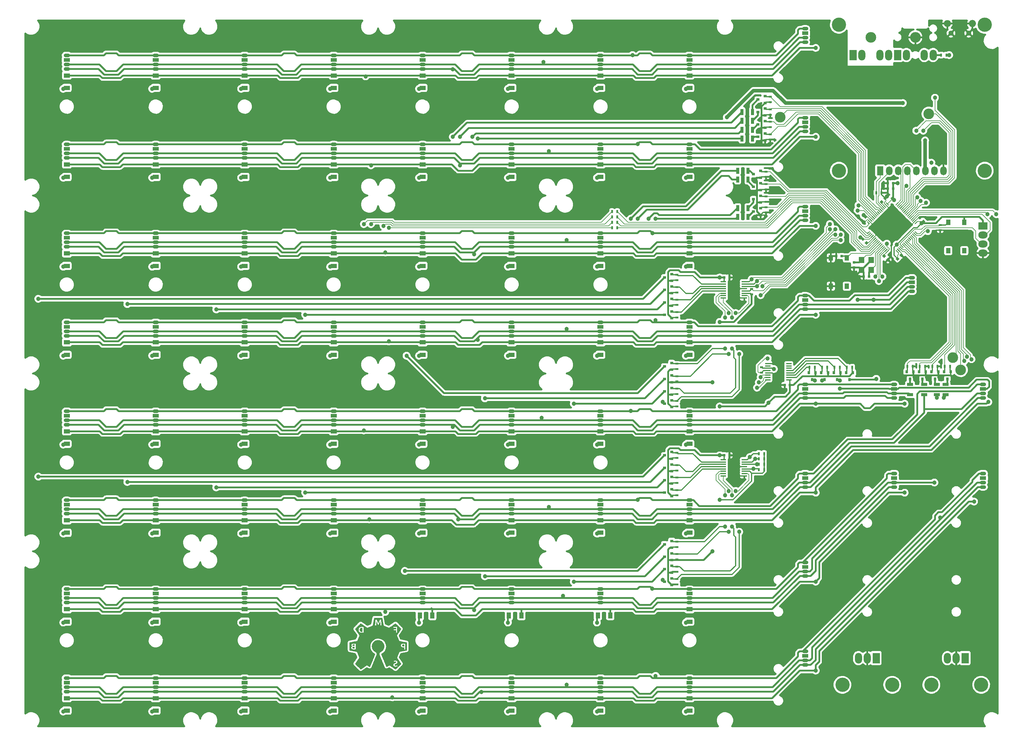
<source format=gbl>
G04 #@! TF.FileFunction,Copper,L2,Bot,Signal*
%FSLAX46Y46*%
G04 Gerber Fmt 4.6, Leading zero omitted, Abs format (unit mm)*
G04 Created by KiCad (PCBNEW 4.0.7) date 01/20/18 20:27:55*
%MOMM*%
%LPD*%
G01*
G04 APERTURE LIST*
%ADD10C,0.100000*%
%ADD11C,0.010000*%
%ADD12O,1.800000X1.030000*%
%ADD13R,1.800000X1.030000*%
%ADD14O,2.000000X3.000000*%
%ADD15R,2.000000X3.000000*%
%ADD16O,3.000000X3.000000*%
%ADD17R,1.300000X1.550000*%
%ADD18C,4.000000*%
%ADD19C,3.000000*%
%ADD20R,1.700000X1.300000*%
%ADD21R,1.300000X1.700000*%
%ADD22R,0.500000X0.900000*%
%ADD23R,0.900000X0.500000*%
%ADD24R,0.750000X0.800000*%
%ADD25R,0.800000X0.750000*%
%ADD26R,0.900000X0.800000*%
%ADD27R,0.800000X0.900000*%
%ADD28R,0.900000X1.700000*%
%ADD29R,1.700000X0.900000*%
%ADD30O,1.800000X2.500000*%
%ADD31R,1.800000X2.500000*%
%ADD32R,1.500000X0.450000*%
%ADD33R,1.540000X1.800000*%
%ADD34R,2.600000X2.000000*%
%ADD35O,2.600000X2.000000*%
%ADD36C,1.450000*%
%ADD37O,2.000000X2.000000*%
%ADD38O,2.000000X1.900000*%
%ADD39C,1.200000*%
%ADD40C,0.500000*%
%ADD41C,0.300000*%
%ADD42C,0.200000*%
%ADD43C,1.000000*%
%ADD44C,0.490000*%
G04 APERTURE END LIST*
D10*
D11*
G36*
X164408931Y-206173250D02*
X164403664Y-206178428D01*
X164398556Y-206185518D01*
X164393315Y-206195916D01*
X164387647Y-206211016D01*
X164381260Y-206232213D01*
X164373861Y-206260902D01*
X164365157Y-206298477D01*
X164354856Y-206346334D01*
X164342663Y-206405868D01*
X164328287Y-206478474D01*
X164311435Y-206565545D01*
X164291813Y-206668478D01*
X164269129Y-206788667D01*
X164243091Y-206927508D01*
X164213404Y-207086394D01*
X164183113Y-207248823D01*
X164149418Y-207429362D01*
X164119598Y-207588557D01*
X164093373Y-207727774D01*
X164070460Y-207848384D01*
X164050579Y-207951754D01*
X164033448Y-208039254D01*
X164018785Y-208112250D01*
X164006309Y-208172113D01*
X163995739Y-208220210D01*
X163986793Y-208257911D01*
X163979190Y-208286583D01*
X163972648Y-208307595D01*
X163966887Y-208322316D01*
X163961623Y-208332115D01*
X163959824Y-208334665D01*
X163952078Y-208342890D01*
X163939862Y-208352225D01*
X163921631Y-208363355D01*
X163895841Y-208376964D01*
X163860949Y-208393735D01*
X163815412Y-208414355D01*
X163757685Y-208439507D01*
X163686224Y-208469877D01*
X163599486Y-208506148D01*
X163495928Y-208549004D01*
X163374005Y-208599132D01*
X163235384Y-208655901D01*
X163114248Y-208705409D01*
X162998646Y-208752581D01*
X162890479Y-208796649D01*
X162791649Y-208836839D01*
X162704057Y-208872381D01*
X162629604Y-208902504D01*
X162570191Y-208926437D01*
X162527721Y-208943408D01*
X162504094Y-208952645D01*
X162500778Y-208953858D01*
X162461714Y-208960953D01*
X162424246Y-208959561D01*
X162407320Y-208951548D01*
X162371973Y-208930554D01*
X162318669Y-208896886D01*
X162247871Y-208850851D01*
X162160040Y-208792757D01*
X162055640Y-208722912D01*
X161935134Y-208641623D01*
X161798983Y-208549199D01*
X161647652Y-208445947D01*
X161510776Y-208352194D01*
X161359525Y-208248495D01*
X161226105Y-208157182D01*
X161109361Y-208077497D01*
X161008140Y-208008685D01*
X160921284Y-207949989D01*
X160847641Y-207900652D01*
X160786055Y-207859917D01*
X160735370Y-207827029D01*
X160694433Y-207801231D01*
X160662087Y-207781766D01*
X160637179Y-207767877D01*
X160618553Y-207758809D01*
X160605054Y-207753805D01*
X160595527Y-207752108D01*
X160594612Y-207752091D01*
X160586856Y-207752702D01*
X160578084Y-207755198D01*
X160567242Y-207760573D01*
X160553281Y-207769820D01*
X160535148Y-207783933D01*
X160511793Y-207803906D01*
X160482163Y-207830732D01*
X160445208Y-207865406D01*
X160399876Y-207908921D01*
X160345115Y-207962270D01*
X160279874Y-208026448D01*
X160203102Y-208102448D01*
X160113747Y-208191264D01*
X160010758Y-208293890D01*
X159893083Y-208411319D01*
X159821955Y-208482341D01*
X159713604Y-208590715D01*
X159609716Y-208694958D01*
X159511488Y-208793849D01*
X159420118Y-208886166D01*
X159336803Y-208970690D01*
X159262740Y-209046200D01*
X159199127Y-209111474D01*
X159147162Y-209165293D01*
X159108041Y-209206436D01*
X159082963Y-209233682D01*
X159073235Y-209245584D01*
X159062132Y-209281167D01*
X159062951Y-209307240D01*
X159070436Y-209320848D01*
X159090079Y-209352052D01*
X159120931Y-209399440D01*
X159162044Y-209461599D01*
X159212467Y-209537115D01*
X159271251Y-209624577D01*
X159337446Y-209722570D01*
X159410104Y-209829682D01*
X159488275Y-209944501D01*
X159571009Y-210065612D01*
X159648776Y-210179101D01*
X159735060Y-210305080D01*
X159817790Y-210426343D01*
X159895997Y-210541445D01*
X159968716Y-210648940D01*
X160034976Y-210747382D01*
X160093812Y-210835325D01*
X160144255Y-210911323D01*
X160185338Y-210973930D01*
X160216092Y-211021700D01*
X160235550Y-211053188D01*
X160242564Y-211066291D01*
X160251299Y-211100530D01*
X160249704Y-211131816D01*
X160242156Y-211160119D01*
X160233644Y-211183353D01*
X160217143Y-211224685D01*
X160193571Y-211281988D01*
X160163848Y-211353134D01*
X160128892Y-211435997D01*
X160089625Y-211528451D01*
X160046964Y-211628369D01*
X160001830Y-211733625D01*
X159955142Y-211842091D01*
X159907819Y-211951641D01*
X159860781Y-212060149D01*
X159814947Y-212165487D01*
X159771237Y-212265530D01*
X159730571Y-212358151D01*
X159693867Y-212441223D01*
X159662045Y-212512619D01*
X159636024Y-212570213D01*
X159616725Y-212611878D01*
X159605066Y-212635488D01*
X159602375Y-212639873D01*
X159576928Y-212661730D01*
X159553134Y-212676722D01*
X159537518Y-212681105D01*
X159500881Y-212689337D01*
X159444908Y-212701087D01*
X159371289Y-212716025D01*
X159281710Y-212733820D01*
X159177858Y-212754141D01*
X159061422Y-212776659D01*
X158934088Y-212801042D01*
X158797544Y-212826960D01*
X158653478Y-212854083D01*
X158525903Y-212877924D01*
X158364092Y-212908203D01*
X158211875Y-212936968D01*
X158070639Y-212963942D01*
X157941773Y-212988852D01*
X157826665Y-213011420D01*
X157726704Y-213031372D01*
X157643277Y-213048432D01*
X157577774Y-213062324D01*
X157531581Y-213072773D01*
X157506088Y-213079502D01*
X157501713Y-213081261D01*
X157476910Y-213105521D01*
X157463848Y-213127855D01*
X157461832Y-213144589D01*
X157460015Y-213182310D01*
X157458397Y-213238992D01*
X157456975Y-213312611D01*
X157455749Y-213401143D01*
X157454718Y-213502564D01*
X157453879Y-213614848D01*
X157453233Y-213735973D01*
X157452776Y-213863912D01*
X157452509Y-213996642D01*
X157452430Y-214132138D01*
X157452538Y-214268376D01*
X157452831Y-214403332D01*
X157453308Y-214534980D01*
X157453968Y-214661297D01*
X157454809Y-214780258D01*
X157455831Y-214889839D01*
X157457031Y-214988015D01*
X157458409Y-215072762D01*
X157459964Y-215142055D01*
X157461693Y-215193870D01*
X157463597Y-215226183D01*
X157465185Y-215236511D01*
X157468269Y-215244457D01*
X157470602Y-215251462D01*
X157473433Y-215257804D01*
X157478012Y-215263758D01*
X157485590Y-215269604D01*
X157497416Y-215275616D01*
X157514741Y-215282074D01*
X157538816Y-215289255D01*
X157570890Y-215297435D01*
X157612213Y-215306891D01*
X157664035Y-215317902D01*
X157727608Y-215330744D01*
X157804180Y-215345695D01*
X157895002Y-215363031D01*
X158001325Y-215383030D01*
X158124398Y-215405970D01*
X158265472Y-215432128D01*
X158425797Y-215461780D01*
X158606622Y-215495204D01*
X158757454Y-215523101D01*
X158881304Y-215546095D01*
X158999147Y-215568121D01*
X159108892Y-215588779D01*
X159208445Y-215607667D01*
X159295716Y-215624385D01*
X159368611Y-215638533D01*
X159425039Y-215649708D01*
X159462907Y-215657512D01*
X159480027Y-215661512D01*
X159512895Y-215678180D01*
X159543606Y-215703037D01*
X159544785Y-215704289D01*
X159553165Y-215719320D01*
X159569144Y-215753730D01*
X159591882Y-215805442D01*
X159620538Y-215872381D01*
X159654274Y-215952469D01*
X159692251Y-216043630D01*
X159733628Y-216143787D01*
X159777566Y-216250862D01*
X159823227Y-216362780D01*
X159869770Y-216477464D01*
X159916356Y-216592837D01*
X159962146Y-216706821D01*
X160006301Y-216817341D01*
X160047980Y-216922319D01*
X160086344Y-217019680D01*
X160120555Y-217107345D01*
X160149773Y-217183238D01*
X160173157Y-217245284D01*
X160189870Y-217291404D01*
X160199070Y-217319522D01*
X160200636Y-217326890D01*
X160196292Y-217351219D01*
X160185766Y-217382548D01*
X160185058Y-217384257D01*
X160176214Y-217399377D01*
X160155272Y-217432009D01*
X160123244Y-217480655D01*
X160081139Y-217543817D01*
X160029969Y-217619997D01*
X159970742Y-217707696D01*
X159904471Y-217805417D01*
X159832165Y-217911662D01*
X159754834Y-218024931D01*
X159673489Y-218143728D01*
X159635654Y-218198867D01*
X159552679Y-218319778D01*
X159473094Y-218435876D01*
X159397927Y-218545657D01*
X159328204Y-218647615D01*
X159264951Y-218740246D01*
X159209194Y-218822045D01*
X159161960Y-218891506D01*
X159124275Y-218947126D01*
X159097165Y-218987400D01*
X159081656Y-219010822D01*
X159078754Y-219015432D01*
X159061926Y-219059264D01*
X159062804Y-219086971D01*
X159072047Y-219100372D01*
X159096386Y-219128491D01*
X159134400Y-219169908D01*
X159184672Y-219223205D01*
X159245782Y-219286963D01*
X159316311Y-219359763D01*
X159394841Y-219440186D01*
X159479952Y-219526813D01*
X159570226Y-219618225D01*
X159664244Y-219713003D01*
X159760586Y-219809729D01*
X159857835Y-219906983D01*
X159954571Y-220003346D01*
X160049375Y-220097400D01*
X160140829Y-220187726D01*
X160227513Y-220272904D01*
X160308009Y-220351516D01*
X160380897Y-220422143D01*
X160444759Y-220483365D01*
X160498176Y-220533764D01*
X160539730Y-220571922D01*
X160568000Y-220596418D01*
X160581569Y-220605835D01*
X160581636Y-220605851D01*
X160614239Y-220605801D01*
X160640433Y-220598493D01*
X160654436Y-220589948D01*
X160685962Y-220569309D01*
X160733523Y-220537586D01*
X160795629Y-220495789D01*
X160870791Y-220444928D01*
X160957521Y-220386015D01*
X161054330Y-220320058D01*
X161159729Y-220248069D01*
X161272229Y-220171058D01*
X161390341Y-220090035D01*
X161439817Y-220056046D01*
X161559862Y-219973607D01*
X161674944Y-219894702D01*
X161783567Y-219820347D01*
X161884238Y-219751560D01*
X161975462Y-219689357D01*
X162055744Y-219634757D01*
X162123592Y-219588776D01*
X162177509Y-219552431D01*
X162216003Y-219526739D01*
X162237578Y-219512718D01*
X162241157Y-219510594D01*
X162276735Y-219498124D01*
X162307684Y-219493889D01*
X162329187Y-219499649D01*
X162370302Y-219516868D01*
X162430693Y-219545380D01*
X162510018Y-219585021D01*
X162607940Y-219635626D01*
X162711094Y-219690091D01*
X162801705Y-219737872D01*
X162884922Y-219780887D01*
X162958507Y-219818038D01*
X163020224Y-219848225D01*
X163067837Y-219870350D01*
X163099111Y-219883314D01*
X163110507Y-219886363D01*
X163140327Y-219879031D01*
X163158365Y-219866159D01*
X163165543Y-219852285D01*
X163180844Y-219818455D01*
X163203700Y-219766047D01*
X163233543Y-219696441D01*
X163269804Y-219611017D01*
X163311915Y-219511155D01*
X163359307Y-219398233D01*
X163411413Y-219273631D01*
X163467665Y-219138729D01*
X163527493Y-218994907D01*
X163590329Y-218843544D01*
X163655606Y-218686020D01*
X163722755Y-218523713D01*
X163791208Y-218358004D01*
X163860396Y-218190273D01*
X163929751Y-218021898D01*
X163998706Y-217854259D01*
X164066690Y-217688737D01*
X164133137Y-217526710D01*
X164197478Y-217369557D01*
X164259145Y-217218660D01*
X164317569Y-217075396D01*
X164372183Y-216941146D01*
X164422417Y-216817289D01*
X164467704Y-216705205D01*
X164507475Y-216606273D01*
X164541163Y-216521873D01*
X164568198Y-216453385D01*
X164588012Y-216402187D01*
X164600038Y-216369660D01*
X164603734Y-216357419D01*
X164602394Y-216335208D01*
X164595907Y-216316312D01*
X164581263Y-216297731D01*
X164555453Y-216276465D01*
X164515470Y-216249512D01*
X164462165Y-216216245D01*
X164411573Y-216184435D01*
X164363371Y-216152867D01*
X164323948Y-216125791D01*
X164304402Y-216111319D01*
X164276924Y-216090167D01*
X164236368Y-216059626D01*
X164188333Y-216023889D01*
X164141377Y-215989310D01*
X163973072Y-215851802D01*
X163818866Y-215696396D01*
X163679552Y-215524067D01*
X163555925Y-215335792D01*
X163455589Y-215146954D01*
X163370066Y-214941383D01*
X163306293Y-214730639D01*
X163264009Y-214516368D01*
X163242951Y-214300215D01*
X163242858Y-214083826D01*
X163263467Y-213868845D01*
X163304517Y-213656918D01*
X163365745Y-213449689D01*
X163391184Y-213386712D01*
X159196181Y-213386712D01*
X159196181Y-215000999D01*
X159131459Y-215014435D01*
X159074471Y-215025209D01*
X159018089Y-215033330D01*
X158958081Y-215039053D01*
X158890211Y-215042637D01*
X158810248Y-215044338D01*
X158713957Y-215044413D01*
X158647772Y-215043799D01*
X158558073Y-215042474D01*
X158487514Y-215040693D01*
X158432144Y-215038146D01*
X158388014Y-215034524D01*
X158351172Y-215029519D01*
X158317669Y-215022823D01*
X158289863Y-215015839D01*
X158175223Y-214976288D01*
X158077369Y-214924075D01*
X157997441Y-214860077D01*
X157936579Y-214785171D01*
X157902110Y-214717285D01*
X157884268Y-214651404D01*
X157875093Y-214573063D01*
X157874604Y-214490575D01*
X157882819Y-214412254D01*
X157899757Y-214346413D01*
X157901263Y-214342504D01*
X157941175Y-214270854D01*
X157999003Y-214207430D01*
X158069759Y-214157548D01*
X158079822Y-214152247D01*
X158136380Y-214123586D01*
X158090798Y-214090066D01*
X158030195Y-214032137D01*
X157986929Y-213962651D01*
X157960817Y-213885087D01*
X157951676Y-213802928D01*
X157959321Y-213719654D01*
X157983570Y-213638747D01*
X158024238Y-213563688D01*
X158081141Y-213497958D01*
X158123838Y-213463868D01*
X158196411Y-213421758D01*
X158279153Y-213389078D01*
X158374383Y-213365400D01*
X158484418Y-213350294D01*
X158611579Y-213343331D01*
X158758183Y-213344081D01*
X158769000Y-213344404D01*
X158904580Y-213350207D01*
X159017562Y-213358441D01*
X159108314Y-213369139D01*
X159170204Y-213380646D01*
X159196181Y-213386712D01*
X163391184Y-213386712D01*
X163446891Y-213248805D01*
X163547690Y-213055909D01*
X163667883Y-212872649D01*
X163807206Y-212700667D01*
X163853036Y-212651160D01*
X164019079Y-212491750D01*
X164192966Y-212353609D01*
X164376302Y-212235771D01*
X164570693Y-212137271D01*
X164777744Y-212057147D01*
X164907365Y-212017861D01*
X165106241Y-211974306D01*
X165314109Y-211949478D01*
X165526416Y-211943403D01*
X165738611Y-211956108D01*
X165946142Y-211987618D01*
X166050487Y-212011387D01*
X166264708Y-212077924D01*
X166470154Y-212165285D01*
X166665426Y-212272414D01*
X166849125Y-212398254D01*
X167019852Y-212541749D01*
X167176209Y-212701842D01*
X167316796Y-212877477D01*
X167433356Y-213055863D01*
X167536307Y-213253119D01*
X167618213Y-213458086D01*
X167679098Y-213669021D01*
X167718981Y-213884176D01*
X167737886Y-214101808D01*
X167735834Y-214320172D01*
X167712846Y-214537521D01*
X167668944Y-214752112D01*
X167604150Y-214962199D01*
X167518485Y-215166036D01*
X167411972Y-215361880D01*
X167404561Y-215373915D01*
X167325119Y-215491373D01*
X167232470Y-215610408D01*
X167131065Y-215726160D01*
X167025354Y-215833768D01*
X166919787Y-215928371D01*
X166840733Y-215989772D01*
X166793660Y-216023839D01*
X166747831Y-216057479D01*
X166710246Y-216085532D01*
X166696501Y-216096032D01*
X166668179Y-216116555D01*
X166625842Y-216145475D01*
X166575103Y-216179030D01*
X166521575Y-216213454D01*
X166518914Y-216215138D01*
X166460821Y-216252871D01*
X166420241Y-216282568D01*
X166394535Y-216307468D01*
X166381066Y-216330808D01*
X166377194Y-216355827D01*
X166380212Y-216385352D01*
X166385440Y-216400978D01*
X166398954Y-216436336D01*
X166420182Y-216490052D01*
X166448554Y-216560753D01*
X166483500Y-216647065D01*
X166524447Y-216747615D01*
X166570827Y-216861031D01*
X166622067Y-216985938D01*
X166677598Y-217120963D01*
X166736847Y-217264734D01*
X166799246Y-217415877D01*
X166864222Y-217573018D01*
X166931205Y-217734784D01*
X166999624Y-217899803D01*
X167068909Y-218066700D01*
X167138489Y-218234103D01*
X167207793Y-218400638D01*
X167276250Y-218564932D01*
X167343289Y-218725612D01*
X167408341Y-218881304D01*
X167470833Y-219030636D01*
X167530195Y-219172233D01*
X167585857Y-219304722D01*
X167637247Y-219426731D01*
X167683796Y-219536886D01*
X167724931Y-219633814D01*
X167760083Y-219716142D01*
X167788680Y-219782495D01*
X167810153Y-219831501D01*
X167823929Y-219861787D01*
X167829309Y-219871932D01*
X167856134Y-219883752D01*
X167874775Y-219886363D01*
X167890845Y-219881057D01*
X167924723Y-219865964D01*
X167973928Y-219842320D01*
X168035980Y-219811362D01*
X168108395Y-219774327D01*
X168188695Y-219732451D01*
X168268565Y-219690091D01*
X168370751Y-219635662D01*
X168454852Y-219591503D01*
X168523027Y-219556769D01*
X168577431Y-219530617D01*
X168620223Y-219512205D01*
X168653558Y-219500687D01*
X168679594Y-219495222D01*
X168700489Y-219494965D01*
X168718398Y-219499074D01*
X168735480Y-219506704D01*
X168736372Y-219507174D01*
X168749592Y-219515642D01*
X168780377Y-219536199D01*
X168827269Y-219567849D01*
X168888808Y-219609597D01*
X168963532Y-219660448D01*
X169049983Y-219719407D01*
X169146701Y-219785479D01*
X169252224Y-219857667D01*
X169365094Y-219934978D01*
X169483851Y-220016415D01*
X169549329Y-220061356D01*
X169690636Y-220158331D01*
X169814214Y-220243021D01*
X169921343Y-220316253D01*
X170013302Y-220378852D01*
X170091370Y-220431646D01*
X170156825Y-220475461D01*
X170210946Y-220511124D01*
X170255013Y-220539461D01*
X170290304Y-220561299D01*
X170318098Y-220577464D01*
X170339675Y-220588783D01*
X170356313Y-220596082D01*
X170369291Y-220600188D01*
X170379888Y-220601928D01*
X170386160Y-220602182D01*
X170435252Y-220602182D01*
X171160725Y-219877704D01*
X171268611Y-219769803D01*
X171306169Y-219732125D01*
X170937909Y-219732125D01*
X170927865Y-219742891D01*
X170901126Y-219758865D01*
X170862783Y-219777597D01*
X170817923Y-219796637D01*
X170771637Y-219813534D01*
X170762990Y-219816335D01*
X170681363Y-219836390D01*
X170583897Y-219851119D01*
X170477296Y-219860197D01*
X170368262Y-219863302D01*
X170263499Y-219860111D01*
X170169711Y-219850301D01*
X170145174Y-219846106D01*
X170036841Y-219816341D01*
X169941773Y-219771365D01*
X169861938Y-219712606D01*
X169799304Y-219641491D01*
X169758177Y-219565419D01*
X169746297Y-219532270D01*
X169738514Y-219499387D01*
X169734012Y-219460507D01*
X169731976Y-219409366D01*
X169731579Y-219361045D01*
X169731852Y-219301124D01*
X169733547Y-219258045D01*
X169737718Y-219225560D01*
X169745420Y-219197423D01*
X169757707Y-219167389D01*
X169767997Y-219145269D01*
X169799098Y-219089499D01*
X169837907Y-219039491D01*
X169886819Y-218993605D01*
X169948229Y-218950198D01*
X170024532Y-218907630D01*
X170118122Y-218864261D01*
X170231395Y-218818449D01*
X170261819Y-218806892D01*
X170349745Y-218771696D01*
X170417052Y-218739277D01*
X170465756Y-218707833D01*
X170497871Y-218675558D01*
X170515409Y-218640648D01*
X170520387Y-218601299D01*
X170518482Y-218576980D01*
X170504629Y-218531759D01*
X170475790Y-218497690D01*
X170430526Y-218474169D01*
X170367396Y-218460594D01*
X170284960Y-218456360D01*
X170233636Y-218457665D01*
X170166103Y-218462255D01*
X170112913Y-218470003D01*
X170065374Y-218482501D01*
X170031591Y-218494619D01*
X169983427Y-218513258D01*
X169949406Y-218523617D01*
X169925424Y-218523391D01*
X169907376Y-218510273D01*
X169891158Y-218481955D01*
X169872666Y-218436131D01*
X169857912Y-218397000D01*
X169838518Y-218344862D01*
X169822498Y-218300141D01*
X169811478Y-218267491D01*
X169807083Y-218251569D01*
X169807069Y-218251372D01*
X169816881Y-218239905D01*
X169843961Y-218223597D01*
X169883582Y-218204638D01*
X169931020Y-218185218D01*
X169981547Y-218167528D01*
X170000435Y-218161756D01*
X170086957Y-218142332D01*
X170185660Y-218129579D01*
X170286476Y-218124289D01*
X170379337Y-218127253D01*
X170404886Y-218129966D01*
X170522234Y-218151740D01*
X170622162Y-218185452D01*
X170707844Y-218232596D01*
X170782453Y-218294664D01*
X170804544Y-218317962D01*
X170849589Y-218376080D01*
X170880522Y-218436881D01*
X170899221Y-218505966D01*
X170907563Y-218588937D01*
X170908424Y-218627909D01*
X170908080Y-218685290D01*
X170905615Y-218726581D01*
X170899885Y-218758763D01*
X170889749Y-218788817D01*
X170877613Y-218816203D01*
X170844341Y-218875374D01*
X170801853Y-218928136D01*
X170747668Y-218976244D01*
X170679308Y-219021458D01*
X170594292Y-219065533D01*
X170490140Y-219110227D01*
X170429909Y-219133431D01*
X170335558Y-219170503D01*
X170261550Y-219204040D01*
X170205699Y-219235588D01*
X170165823Y-219266692D01*
X170139737Y-219298898D01*
X170125259Y-219333752D01*
X170121840Y-219351511D01*
X170124064Y-219411294D01*
X170147075Y-219461869D01*
X170189765Y-219501053D01*
X170201013Y-219507569D01*
X170223018Y-219518300D01*
X170245019Y-219525677D01*
X170271839Y-219530293D01*
X170308302Y-219532741D01*
X170359233Y-219533613D01*
X170412591Y-219533580D01*
X170478346Y-219533019D01*
X170527427Y-219531306D01*
X170566252Y-219527486D01*
X170601237Y-219520604D01*
X170638799Y-219509704D01*
X170685354Y-219493829D01*
X170689681Y-219492308D01*
X170739207Y-219474725D01*
X170781676Y-219459359D01*
X170811661Y-219448190D01*
X170822454Y-219443867D01*
X170831323Y-219444965D01*
X170841619Y-219457858D01*
X170854703Y-219485291D01*
X170871935Y-219530012D01*
X170888841Y-219577819D01*
X170907249Y-219631924D01*
X170922509Y-219678530D01*
X170933180Y-219713106D01*
X170937822Y-219731123D01*
X170937909Y-219732125D01*
X171306169Y-219732125D01*
X171372015Y-219666070D01*
X171469737Y-219567726D01*
X171560575Y-219475994D01*
X171643329Y-219392097D01*
X171716801Y-219317257D01*
X171779788Y-219252696D01*
X171831091Y-219199637D01*
X171869510Y-219159301D01*
X171893845Y-219132911D01*
X171902735Y-219122050D01*
X171915012Y-219089691D01*
X171919272Y-219063100D01*
X171912675Y-219048182D01*
X171893098Y-219014874D01*
X171860864Y-218963664D01*
X171816296Y-218895035D01*
X171759714Y-218809475D01*
X171691443Y-218707468D01*
X171611804Y-218589501D01*
X171521121Y-218456059D01*
X171419714Y-218307627D01*
X171357459Y-218216822D01*
X171258134Y-218072045D01*
X171171119Y-217945014D01*
X171095601Y-217834478D01*
X171030765Y-217739185D01*
X170975799Y-217657882D01*
X170929889Y-217589319D01*
X170892220Y-217532243D01*
X170861981Y-217485402D01*
X170838356Y-217447543D01*
X170820533Y-217417416D01*
X170807698Y-217393767D01*
X170799037Y-217375345D01*
X170793736Y-217360898D01*
X170790983Y-217349174D01*
X170790319Y-217344069D01*
X170789832Y-217332430D01*
X170790915Y-217318594D01*
X170794135Y-217301023D01*
X170800058Y-217278182D01*
X170809248Y-217248531D01*
X170822272Y-217210534D01*
X170839694Y-217162655D01*
X170862081Y-217103355D01*
X170889997Y-217031098D01*
X170924008Y-216944347D01*
X170964680Y-216841564D01*
X171012578Y-216721213D01*
X171068267Y-216581755D01*
X171099286Y-216504193D01*
X171160785Y-216350698D01*
X171214442Y-216217330D01*
X171260843Y-216102720D01*
X171300572Y-216005499D01*
X171334216Y-215924296D01*
X171362359Y-215857740D01*
X171385587Y-215804463D01*
X171404485Y-215763094D01*
X171419639Y-215732263D01*
X171431633Y-215710599D01*
X171441054Y-215696734D01*
X171446946Y-215690489D01*
X171452537Y-215685360D01*
X171456986Y-215680936D01*
X171461702Y-215676926D01*
X171468092Y-215673037D01*
X171477565Y-215668978D01*
X171491531Y-215664455D01*
X171511397Y-215659176D01*
X171538573Y-215652849D01*
X171574466Y-215645182D01*
X171620486Y-215635882D01*
X171678041Y-215624656D01*
X171748539Y-215611213D01*
X171833389Y-215595260D01*
X171934001Y-215576504D01*
X172051781Y-215554654D01*
X172188140Y-215529416D01*
X172344485Y-215500498D01*
X172508091Y-215470226D01*
X172650125Y-215443920D01*
X172785992Y-215418731D01*
X172913920Y-215394989D01*
X173032141Y-215373022D01*
X173138886Y-215353162D01*
X173232385Y-215335736D01*
X173310868Y-215321076D01*
X173372567Y-215309510D01*
X173415713Y-215301367D01*
X173438535Y-215296978D01*
X173441380Y-215296393D01*
X173468541Y-215283973D01*
X173496106Y-215262579D01*
X173496221Y-215262464D01*
X173524091Y-215234595D01*
X173524091Y-214578525D01*
X173117955Y-214578525D01*
X173117871Y-214688272D01*
X173117633Y-214785744D01*
X173117245Y-214869055D01*
X173116714Y-214936320D01*
X173116046Y-214985654D01*
X173115246Y-215015170D01*
X173114578Y-215023135D01*
X173106720Y-215028917D01*
X173086536Y-215032793D01*
X173051329Y-215034930D01*
X172998400Y-215035493D01*
X172926863Y-215034680D01*
X172744772Y-215031500D01*
X172741681Y-214751522D01*
X172738589Y-214471545D01*
X172608908Y-214471501D01*
X172467232Y-214465150D01*
X172336311Y-214446647D01*
X172218275Y-214416670D01*
X172115255Y-214375899D01*
X172029382Y-214325012D01*
X171964072Y-214266161D01*
X171913465Y-214192739D01*
X171876188Y-214105189D01*
X171854792Y-214009804D01*
X171852761Y-213991622D01*
X171848531Y-213865219D01*
X171861377Y-213754083D01*
X171891886Y-213657371D01*
X171940644Y-213574240D01*
X172008236Y-213503847D01*
X172095249Y-213445348D01*
X172202267Y-213397901D01*
X172282954Y-213372555D01*
X172314510Y-213364454D01*
X172344680Y-213358301D01*
X172377243Y-213353844D01*
X172415978Y-213350834D01*
X172464664Y-213349021D01*
X172527078Y-213348153D01*
X172606999Y-213347981D01*
X172652409Y-213348071D01*
X172769409Y-213349278D01*
X172868898Y-213352163D01*
X172949195Y-213356648D01*
X173008619Y-213362659D01*
X173021863Y-213364704D01*
X173114227Y-213380576D01*
X173117215Y-214194492D01*
X173117633Y-214329750D01*
X173117877Y-214458389D01*
X173117955Y-214578525D01*
X173524091Y-214578525D01*
X173524091Y-213123876D01*
X173495367Y-213095153D01*
X173477260Y-213080980D01*
X173451610Y-213069187D01*
X173413799Y-213058237D01*
X173359210Y-213046593D01*
X173336617Y-213042316D01*
X173197457Y-213016498D01*
X173038118Y-212986916D01*
X172861123Y-212954039D01*
X172668991Y-212918335D01*
X172464244Y-212880272D01*
X172249405Y-212840319D01*
X172026993Y-212798945D01*
X172018545Y-212797373D01*
X171906355Y-212776286D01*
X171800270Y-212755934D01*
X171702619Y-212736793D01*
X171615728Y-212719339D01*
X171541924Y-212704047D01*
X171483536Y-212691391D01*
X171442889Y-212681848D01*
X171422312Y-212675893D01*
X171421177Y-212675378D01*
X171391365Y-212654177D01*
X171370663Y-212631360D01*
X171363202Y-212616375D01*
X171347462Y-212581960D01*
X171324231Y-212529921D01*
X171294300Y-212462062D01*
X171258457Y-212380190D01*
X171217491Y-212286110D01*
X171172191Y-212181628D01*
X171123347Y-212068549D01*
X171071748Y-211948679D01*
X171041515Y-211878260D01*
X170976246Y-211725745D01*
X170919842Y-211593156D01*
X170871822Y-211479302D01*
X170831705Y-211382993D01*
X170799013Y-211303039D01*
X170773265Y-211238248D01*
X170753982Y-211187432D01*
X170740682Y-211149398D01*
X170732887Y-211122958D01*
X170730116Y-211106920D01*
X170730096Y-211105922D01*
X170729707Y-211098178D01*
X170729042Y-211091800D01*
X170728854Y-211085633D01*
X170729894Y-211078523D01*
X170732915Y-211069315D01*
X170738669Y-211056854D01*
X170747908Y-211039985D01*
X170761384Y-211017554D01*
X170779849Y-210988407D01*
X170804056Y-210951388D01*
X170834755Y-210905343D01*
X170872701Y-210849117D01*
X170918643Y-210781556D01*
X170973335Y-210701504D01*
X171037529Y-210607808D01*
X171111977Y-210499312D01*
X171197430Y-210374862D01*
X171294642Y-210233303D01*
X171369218Y-210124682D01*
X171451686Y-210004388D01*
X171530505Y-209889104D01*
X171604676Y-209780312D01*
X171673194Y-209679499D01*
X171735059Y-209588147D01*
X171789268Y-209507740D01*
X171834819Y-209439764D01*
X171870710Y-209385702D01*
X171895940Y-209347038D01*
X171909507Y-209325256D01*
X171911515Y-209321422D01*
X171917606Y-209288135D01*
X171915634Y-209263695D01*
X171906426Y-209251201D01*
X171881779Y-209223478D01*
X171842674Y-209181534D01*
X171790092Y-209126376D01*
X171725013Y-209059011D01*
X171648419Y-208980447D01*
X171561290Y-208891690D01*
X171464606Y-208793748D01*
X171359349Y-208687628D01*
X171347495Y-208675727D01*
X170845545Y-208675727D01*
X170845545Y-209505075D01*
X170845437Y-209641417D01*
X170845124Y-209770991D01*
X170844623Y-209891951D01*
X170843953Y-210002449D01*
X170843131Y-210100639D01*
X170842174Y-210184673D01*
X170841101Y-210252704D01*
X170839928Y-210302884D01*
X170838673Y-210333368D01*
X170837573Y-210342396D01*
X170823873Y-210344908D01*
X170791170Y-210346697D01*
X170743542Y-210347664D01*
X170685070Y-210347706D01*
X170644186Y-210347207D01*
X170458772Y-210344045D01*
X170452656Y-209657091D01*
X169794257Y-209657091D01*
X169797186Y-209512299D01*
X161412909Y-209512299D01*
X161412909Y-210324224D01*
X161386931Y-210330389D01*
X161359793Y-210335202D01*
X161315853Y-210341264D01*
X161261320Y-210347876D01*
X161202401Y-210354338D01*
X161145303Y-210359951D01*
X161096234Y-210364017D01*
X161078091Y-210365173D01*
X161004176Y-210368757D01*
X160944895Y-210370271D01*
X160891875Y-210369614D01*
X160836742Y-210366684D01*
X160771759Y-210361434D01*
X160612870Y-210338734D01*
X160470535Y-210300286D01*
X160344889Y-210246178D01*
X160236065Y-210176498D01*
X160144197Y-210091335D01*
X160069418Y-209990778D01*
X160011863Y-209874914D01*
X160003933Y-209854061D01*
X159971025Y-209737110D01*
X159952541Y-209610136D01*
X159948320Y-209478727D01*
X159958199Y-209348471D01*
X159982019Y-209224954D01*
X160019617Y-209113766D01*
X160025692Y-209100109D01*
X160087292Y-208991138D01*
X160165054Y-208897744D01*
X160259465Y-208819570D01*
X160371014Y-208756256D01*
X160500189Y-208707443D01*
X160593066Y-208683489D01*
X160636390Y-208674870D01*
X160678683Y-208668577D01*
X160724697Y-208664290D01*
X160779189Y-208661693D01*
X160846912Y-208660467D01*
X160932621Y-208660293D01*
X160939545Y-208660313D01*
X161050290Y-208661936D01*
X161152483Y-208665947D01*
X161242844Y-208672099D01*
X161318096Y-208680144D01*
X161374960Y-208689838D01*
X161392704Y-208694381D01*
X161396606Y-208696588D01*
X161399972Y-208701789D01*
X161402842Y-208711576D01*
X161405255Y-208727541D01*
X161407250Y-208751276D01*
X161408868Y-208784373D01*
X161410146Y-208828424D01*
X161411124Y-208885022D01*
X161411843Y-208955757D01*
X161412340Y-209042223D01*
X161412656Y-209146011D01*
X161412829Y-209268713D01*
X161412900Y-209411921D01*
X161412909Y-209512299D01*
X169797186Y-209512299D01*
X169800681Y-209339591D01*
X170126841Y-209336524D01*
X170453000Y-209333458D01*
X170453000Y-208999000D01*
X169714091Y-208999000D01*
X169714091Y-208675727D01*
X170845545Y-208675727D01*
X171347495Y-208675727D01*
X171246500Y-208574337D01*
X171164753Y-208492546D01*
X170421035Y-207749410D01*
X170376404Y-207754115D01*
X170365504Y-207756995D01*
X170348906Y-207764342D01*
X170325505Y-207776887D01*
X170294193Y-207795358D01*
X170253865Y-207820482D01*
X170203413Y-207852989D01*
X170141732Y-207893607D01*
X170067715Y-207943064D01*
X169980255Y-208002089D01*
X169878247Y-208071410D01*
X169760583Y-208151755D01*
X169626158Y-208243854D01*
X169477409Y-208345998D01*
X169350777Y-208432919D01*
X169228997Y-208516299D01*
X169113488Y-208595176D01*
X169005672Y-208668591D01*
X168906970Y-208735583D01*
X168818801Y-208795190D01*
X168742588Y-208846453D01*
X168679751Y-208888411D01*
X168631710Y-208920103D01*
X168599886Y-208940569D01*
X168585893Y-208948770D01*
X168552814Y-208959657D01*
X168524376Y-208964359D01*
X168523760Y-208964363D01*
X168510038Y-208960130D01*
X168477118Y-208948011D01*
X168427167Y-208928881D01*
X168362353Y-208903613D01*
X168284842Y-208873081D01*
X168196802Y-208838159D01*
X168100400Y-208799720D01*
X167997803Y-208758638D01*
X167891178Y-208715786D01*
X167782693Y-208672038D01*
X167674515Y-208628268D01*
X167568812Y-208585349D01*
X167467749Y-208544155D01*
X167373495Y-208505559D01*
X167288217Y-208470436D01*
X167214082Y-208439659D01*
X167153257Y-208414101D01*
X167107910Y-208394636D01*
X167084833Y-208384318D01*
X167049253Y-208362059D01*
X167019800Y-208334015D01*
X167013540Y-208325309D01*
X167007993Y-208308423D01*
X167007466Y-208306272D01*
X166448460Y-208306272D01*
X166263086Y-208306272D01*
X166193910Y-208306173D01*
X166144401Y-208305564D01*
X166111135Y-208303980D01*
X166090690Y-208300953D01*
X166079642Y-208296017D01*
X166074566Y-208288706D01*
X166072395Y-208280295D01*
X166070475Y-208261252D01*
X166068168Y-208222994D01*
X166065650Y-208169393D01*
X166063100Y-208104319D01*
X166060693Y-208031641D01*
X166060110Y-208011863D01*
X166056210Y-207892427D01*
X166051352Y-207769599D01*
X166045777Y-207648189D01*
X166039732Y-207533002D01*
X166033459Y-207428848D01*
X166027204Y-207340533D01*
X166024115Y-207303312D01*
X166016571Y-207218215D01*
X165829259Y-207655448D01*
X165641946Y-208092682D01*
X165377302Y-208099150D01*
X165187537Y-207657188D01*
X164997772Y-207215227D01*
X164990332Y-207320903D01*
X164985950Y-207388160D01*
X164980924Y-207473682D01*
X164975498Y-207572663D01*
X164969914Y-207680295D01*
X164964415Y-207791769D01*
X164959243Y-207902278D01*
X164954642Y-208007015D01*
X164950854Y-208101171D01*
X164950630Y-208107113D01*
X164943173Y-208306272D01*
X164572813Y-208306272D01*
X164580581Y-208130204D01*
X164586290Y-208012826D01*
X164593424Y-207885585D01*
X164601749Y-207751449D01*
X164611030Y-207613386D01*
X164621032Y-207474363D01*
X164631519Y-207337347D01*
X164642259Y-207205306D01*
X164653015Y-207081207D01*
X164663553Y-206968017D01*
X164673638Y-206868705D01*
X164683035Y-206786237D01*
X164691510Y-206723580D01*
X164692258Y-206718772D01*
X164698076Y-206680655D01*
X164702075Y-206652080D01*
X164703276Y-206640841D01*
X164714185Y-206637819D01*
X164744179Y-206635257D01*
X164789253Y-206633355D01*
X164845403Y-206632315D01*
X164875558Y-206632182D01*
X165047753Y-206632182D01*
X165075124Y-206681250D01*
X165097885Y-206724399D01*
X165128090Y-206785183D01*
X165164079Y-206860018D01*
X165204188Y-206945320D01*
X165246755Y-207037505D01*
X165290119Y-207132989D01*
X165332618Y-207228188D01*
X165372588Y-207319518D01*
X165391029Y-207362432D01*
X165420666Y-207431269D01*
X165447484Y-207492373D01*
X165470122Y-207542743D01*
X165487221Y-207579376D01*
X165497420Y-207599268D01*
X165499533Y-207602000D01*
X165505687Y-207591868D01*
X165519477Y-207563470D01*
X165539539Y-207519806D01*
X165564506Y-207463874D01*
X165593012Y-207398673D01*
X165608639Y-207362432D01*
X165651373Y-207263882D01*
X165695604Y-207163721D01*
X165739929Y-207064982D01*
X165782947Y-206970700D01*
X165823255Y-206883909D01*
X165859448Y-206807641D01*
X165890126Y-206744931D01*
X165913884Y-206698814D01*
X165923206Y-206682111D01*
X165952803Y-206631608D01*
X166133378Y-206634781D01*
X166313954Y-206637954D01*
X166333646Y-206793818D01*
X166344289Y-206885443D01*
X166355611Y-206996308D01*
X166367292Y-207122585D01*
X166379018Y-207260443D01*
X166390469Y-207406054D01*
X166401330Y-207555588D01*
X166411283Y-207705216D01*
X166417310Y-207804045D01*
X166422472Y-207891555D01*
X166427596Y-207977371D01*
X166432407Y-208056953D01*
X166436628Y-208125760D01*
X166439985Y-208179251D01*
X166441679Y-208205250D01*
X166448460Y-208306272D01*
X167007466Y-208306272D01*
X166998606Y-208270115D01*
X166985633Y-208211687D01*
X166969325Y-208134444D01*
X166949936Y-208039687D01*
X166927716Y-207928721D01*
X166902918Y-207802848D01*
X166875795Y-207663371D01*
X166846599Y-207511595D01*
X166815582Y-207348821D01*
X166782996Y-207176353D01*
X166749094Y-206995494D01*
X166714127Y-206807548D01*
X166678349Y-206613817D01*
X166642011Y-206415605D01*
X166612446Y-206253243D01*
X166599887Y-206217699D01*
X166578793Y-206183231D01*
X166577034Y-206181084D01*
X166548583Y-206147272D01*
X164439105Y-206147272D01*
X164408931Y-206173250D01*
X164408931Y-206173250D01*
G37*
X164408931Y-206173250D02*
X164403664Y-206178428D01*
X164398556Y-206185518D01*
X164393315Y-206195916D01*
X164387647Y-206211016D01*
X164381260Y-206232213D01*
X164373861Y-206260902D01*
X164365157Y-206298477D01*
X164354856Y-206346334D01*
X164342663Y-206405868D01*
X164328287Y-206478474D01*
X164311435Y-206565545D01*
X164291813Y-206668478D01*
X164269129Y-206788667D01*
X164243091Y-206927508D01*
X164213404Y-207086394D01*
X164183113Y-207248823D01*
X164149418Y-207429362D01*
X164119598Y-207588557D01*
X164093373Y-207727774D01*
X164070460Y-207848384D01*
X164050579Y-207951754D01*
X164033448Y-208039254D01*
X164018785Y-208112250D01*
X164006309Y-208172113D01*
X163995739Y-208220210D01*
X163986793Y-208257911D01*
X163979190Y-208286583D01*
X163972648Y-208307595D01*
X163966887Y-208322316D01*
X163961623Y-208332115D01*
X163959824Y-208334665D01*
X163952078Y-208342890D01*
X163939862Y-208352225D01*
X163921631Y-208363355D01*
X163895841Y-208376964D01*
X163860949Y-208393735D01*
X163815412Y-208414355D01*
X163757685Y-208439507D01*
X163686224Y-208469877D01*
X163599486Y-208506148D01*
X163495928Y-208549004D01*
X163374005Y-208599132D01*
X163235384Y-208655901D01*
X163114248Y-208705409D01*
X162998646Y-208752581D01*
X162890479Y-208796649D01*
X162791649Y-208836839D01*
X162704057Y-208872381D01*
X162629604Y-208902504D01*
X162570191Y-208926437D01*
X162527721Y-208943408D01*
X162504094Y-208952645D01*
X162500778Y-208953858D01*
X162461714Y-208960953D01*
X162424246Y-208959561D01*
X162407320Y-208951548D01*
X162371973Y-208930554D01*
X162318669Y-208896886D01*
X162247871Y-208850851D01*
X162160040Y-208792757D01*
X162055640Y-208722912D01*
X161935134Y-208641623D01*
X161798983Y-208549199D01*
X161647652Y-208445947D01*
X161510776Y-208352194D01*
X161359525Y-208248495D01*
X161226105Y-208157182D01*
X161109361Y-208077497D01*
X161008140Y-208008685D01*
X160921284Y-207949989D01*
X160847641Y-207900652D01*
X160786055Y-207859917D01*
X160735370Y-207827029D01*
X160694433Y-207801231D01*
X160662087Y-207781766D01*
X160637179Y-207767877D01*
X160618553Y-207758809D01*
X160605054Y-207753805D01*
X160595527Y-207752108D01*
X160594612Y-207752091D01*
X160586856Y-207752702D01*
X160578084Y-207755198D01*
X160567242Y-207760573D01*
X160553281Y-207769820D01*
X160535148Y-207783933D01*
X160511793Y-207803906D01*
X160482163Y-207830732D01*
X160445208Y-207865406D01*
X160399876Y-207908921D01*
X160345115Y-207962270D01*
X160279874Y-208026448D01*
X160203102Y-208102448D01*
X160113747Y-208191264D01*
X160010758Y-208293890D01*
X159893083Y-208411319D01*
X159821955Y-208482341D01*
X159713604Y-208590715D01*
X159609716Y-208694958D01*
X159511488Y-208793849D01*
X159420118Y-208886166D01*
X159336803Y-208970690D01*
X159262740Y-209046200D01*
X159199127Y-209111474D01*
X159147162Y-209165293D01*
X159108041Y-209206436D01*
X159082963Y-209233682D01*
X159073235Y-209245584D01*
X159062132Y-209281167D01*
X159062951Y-209307240D01*
X159070436Y-209320848D01*
X159090079Y-209352052D01*
X159120931Y-209399440D01*
X159162044Y-209461599D01*
X159212467Y-209537115D01*
X159271251Y-209624577D01*
X159337446Y-209722570D01*
X159410104Y-209829682D01*
X159488275Y-209944501D01*
X159571009Y-210065612D01*
X159648776Y-210179101D01*
X159735060Y-210305080D01*
X159817790Y-210426343D01*
X159895997Y-210541445D01*
X159968716Y-210648940D01*
X160034976Y-210747382D01*
X160093812Y-210835325D01*
X160144255Y-210911323D01*
X160185338Y-210973930D01*
X160216092Y-211021700D01*
X160235550Y-211053188D01*
X160242564Y-211066291D01*
X160251299Y-211100530D01*
X160249704Y-211131816D01*
X160242156Y-211160119D01*
X160233644Y-211183353D01*
X160217143Y-211224685D01*
X160193571Y-211281988D01*
X160163848Y-211353134D01*
X160128892Y-211435997D01*
X160089625Y-211528451D01*
X160046964Y-211628369D01*
X160001830Y-211733625D01*
X159955142Y-211842091D01*
X159907819Y-211951641D01*
X159860781Y-212060149D01*
X159814947Y-212165487D01*
X159771237Y-212265530D01*
X159730571Y-212358151D01*
X159693867Y-212441223D01*
X159662045Y-212512619D01*
X159636024Y-212570213D01*
X159616725Y-212611878D01*
X159605066Y-212635488D01*
X159602375Y-212639873D01*
X159576928Y-212661730D01*
X159553134Y-212676722D01*
X159537518Y-212681105D01*
X159500881Y-212689337D01*
X159444908Y-212701087D01*
X159371289Y-212716025D01*
X159281710Y-212733820D01*
X159177858Y-212754141D01*
X159061422Y-212776659D01*
X158934088Y-212801042D01*
X158797544Y-212826960D01*
X158653478Y-212854083D01*
X158525903Y-212877924D01*
X158364092Y-212908203D01*
X158211875Y-212936968D01*
X158070639Y-212963942D01*
X157941773Y-212988852D01*
X157826665Y-213011420D01*
X157726704Y-213031372D01*
X157643277Y-213048432D01*
X157577774Y-213062324D01*
X157531581Y-213072773D01*
X157506088Y-213079502D01*
X157501713Y-213081261D01*
X157476910Y-213105521D01*
X157463848Y-213127855D01*
X157461832Y-213144589D01*
X157460015Y-213182310D01*
X157458397Y-213238992D01*
X157456975Y-213312611D01*
X157455749Y-213401143D01*
X157454718Y-213502564D01*
X157453879Y-213614848D01*
X157453233Y-213735973D01*
X157452776Y-213863912D01*
X157452509Y-213996642D01*
X157452430Y-214132138D01*
X157452538Y-214268376D01*
X157452831Y-214403332D01*
X157453308Y-214534980D01*
X157453968Y-214661297D01*
X157454809Y-214780258D01*
X157455831Y-214889839D01*
X157457031Y-214988015D01*
X157458409Y-215072762D01*
X157459964Y-215142055D01*
X157461693Y-215193870D01*
X157463597Y-215226183D01*
X157465185Y-215236511D01*
X157468269Y-215244457D01*
X157470602Y-215251462D01*
X157473433Y-215257804D01*
X157478012Y-215263758D01*
X157485590Y-215269604D01*
X157497416Y-215275616D01*
X157514741Y-215282074D01*
X157538816Y-215289255D01*
X157570890Y-215297435D01*
X157612213Y-215306891D01*
X157664035Y-215317902D01*
X157727608Y-215330744D01*
X157804180Y-215345695D01*
X157895002Y-215363031D01*
X158001325Y-215383030D01*
X158124398Y-215405970D01*
X158265472Y-215432128D01*
X158425797Y-215461780D01*
X158606622Y-215495204D01*
X158757454Y-215523101D01*
X158881304Y-215546095D01*
X158999147Y-215568121D01*
X159108892Y-215588779D01*
X159208445Y-215607667D01*
X159295716Y-215624385D01*
X159368611Y-215638533D01*
X159425039Y-215649708D01*
X159462907Y-215657512D01*
X159480027Y-215661512D01*
X159512895Y-215678180D01*
X159543606Y-215703037D01*
X159544785Y-215704289D01*
X159553165Y-215719320D01*
X159569144Y-215753730D01*
X159591882Y-215805442D01*
X159620538Y-215872381D01*
X159654274Y-215952469D01*
X159692251Y-216043630D01*
X159733628Y-216143787D01*
X159777566Y-216250862D01*
X159823227Y-216362780D01*
X159869770Y-216477464D01*
X159916356Y-216592837D01*
X159962146Y-216706821D01*
X160006301Y-216817341D01*
X160047980Y-216922319D01*
X160086344Y-217019680D01*
X160120555Y-217107345D01*
X160149773Y-217183238D01*
X160173157Y-217245284D01*
X160189870Y-217291404D01*
X160199070Y-217319522D01*
X160200636Y-217326890D01*
X160196292Y-217351219D01*
X160185766Y-217382548D01*
X160185058Y-217384257D01*
X160176214Y-217399377D01*
X160155272Y-217432009D01*
X160123244Y-217480655D01*
X160081139Y-217543817D01*
X160029969Y-217619997D01*
X159970742Y-217707696D01*
X159904471Y-217805417D01*
X159832165Y-217911662D01*
X159754834Y-218024931D01*
X159673489Y-218143728D01*
X159635654Y-218198867D01*
X159552679Y-218319778D01*
X159473094Y-218435876D01*
X159397927Y-218545657D01*
X159328204Y-218647615D01*
X159264951Y-218740246D01*
X159209194Y-218822045D01*
X159161960Y-218891506D01*
X159124275Y-218947126D01*
X159097165Y-218987400D01*
X159081656Y-219010822D01*
X159078754Y-219015432D01*
X159061926Y-219059264D01*
X159062804Y-219086971D01*
X159072047Y-219100372D01*
X159096386Y-219128491D01*
X159134400Y-219169908D01*
X159184672Y-219223205D01*
X159245782Y-219286963D01*
X159316311Y-219359763D01*
X159394841Y-219440186D01*
X159479952Y-219526813D01*
X159570226Y-219618225D01*
X159664244Y-219713003D01*
X159760586Y-219809729D01*
X159857835Y-219906983D01*
X159954571Y-220003346D01*
X160049375Y-220097400D01*
X160140829Y-220187726D01*
X160227513Y-220272904D01*
X160308009Y-220351516D01*
X160380897Y-220422143D01*
X160444759Y-220483365D01*
X160498176Y-220533764D01*
X160539730Y-220571922D01*
X160568000Y-220596418D01*
X160581569Y-220605835D01*
X160581636Y-220605851D01*
X160614239Y-220605801D01*
X160640433Y-220598493D01*
X160654436Y-220589948D01*
X160685962Y-220569309D01*
X160733523Y-220537586D01*
X160795629Y-220495789D01*
X160870791Y-220444928D01*
X160957521Y-220386015D01*
X161054330Y-220320058D01*
X161159729Y-220248069D01*
X161272229Y-220171058D01*
X161390341Y-220090035D01*
X161439817Y-220056046D01*
X161559862Y-219973607D01*
X161674944Y-219894702D01*
X161783567Y-219820347D01*
X161884238Y-219751560D01*
X161975462Y-219689357D01*
X162055744Y-219634757D01*
X162123592Y-219588776D01*
X162177509Y-219552431D01*
X162216003Y-219526739D01*
X162237578Y-219512718D01*
X162241157Y-219510594D01*
X162276735Y-219498124D01*
X162307684Y-219493889D01*
X162329187Y-219499649D01*
X162370302Y-219516868D01*
X162430693Y-219545380D01*
X162510018Y-219585021D01*
X162607940Y-219635626D01*
X162711094Y-219690091D01*
X162801705Y-219737872D01*
X162884922Y-219780887D01*
X162958507Y-219818038D01*
X163020224Y-219848225D01*
X163067837Y-219870350D01*
X163099111Y-219883314D01*
X163110507Y-219886363D01*
X163140327Y-219879031D01*
X163158365Y-219866159D01*
X163165543Y-219852285D01*
X163180844Y-219818455D01*
X163203700Y-219766047D01*
X163233543Y-219696441D01*
X163269804Y-219611017D01*
X163311915Y-219511155D01*
X163359307Y-219398233D01*
X163411413Y-219273631D01*
X163467665Y-219138729D01*
X163527493Y-218994907D01*
X163590329Y-218843544D01*
X163655606Y-218686020D01*
X163722755Y-218523713D01*
X163791208Y-218358004D01*
X163860396Y-218190273D01*
X163929751Y-218021898D01*
X163998706Y-217854259D01*
X164066690Y-217688737D01*
X164133137Y-217526710D01*
X164197478Y-217369557D01*
X164259145Y-217218660D01*
X164317569Y-217075396D01*
X164372183Y-216941146D01*
X164422417Y-216817289D01*
X164467704Y-216705205D01*
X164507475Y-216606273D01*
X164541163Y-216521873D01*
X164568198Y-216453385D01*
X164588012Y-216402187D01*
X164600038Y-216369660D01*
X164603734Y-216357419D01*
X164602394Y-216335208D01*
X164595907Y-216316312D01*
X164581263Y-216297731D01*
X164555453Y-216276465D01*
X164515470Y-216249512D01*
X164462165Y-216216245D01*
X164411573Y-216184435D01*
X164363371Y-216152867D01*
X164323948Y-216125791D01*
X164304402Y-216111319D01*
X164276924Y-216090167D01*
X164236368Y-216059626D01*
X164188333Y-216023889D01*
X164141377Y-215989310D01*
X163973072Y-215851802D01*
X163818866Y-215696396D01*
X163679552Y-215524067D01*
X163555925Y-215335792D01*
X163455589Y-215146954D01*
X163370066Y-214941383D01*
X163306293Y-214730639D01*
X163264009Y-214516368D01*
X163242951Y-214300215D01*
X163242858Y-214083826D01*
X163263467Y-213868845D01*
X163304517Y-213656918D01*
X163365745Y-213449689D01*
X163391184Y-213386712D01*
X159196181Y-213386712D01*
X159196181Y-215000999D01*
X159131459Y-215014435D01*
X159074471Y-215025209D01*
X159018089Y-215033330D01*
X158958081Y-215039053D01*
X158890211Y-215042637D01*
X158810248Y-215044338D01*
X158713957Y-215044413D01*
X158647772Y-215043799D01*
X158558073Y-215042474D01*
X158487514Y-215040693D01*
X158432144Y-215038146D01*
X158388014Y-215034524D01*
X158351172Y-215029519D01*
X158317669Y-215022823D01*
X158289863Y-215015839D01*
X158175223Y-214976288D01*
X158077369Y-214924075D01*
X157997441Y-214860077D01*
X157936579Y-214785171D01*
X157902110Y-214717285D01*
X157884268Y-214651404D01*
X157875093Y-214573063D01*
X157874604Y-214490575D01*
X157882819Y-214412254D01*
X157899757Y-214346413D01*
X157901263Y-214342504D01*
X157941175Y-214270854D01*
X157999003Y-214207430D01*
X158069759Y-214157548D01*
X158079822Y-214152247D01*
X158136380Y-214123586D01*
X158090798Y-214090066D01*
X158030195Y-214032137D01*
X157986929Y-213962651D01*
X157960817Y-213885087D01*
X157951676Y-213802928D01*
X157959321Y-213719654D01*
X157983570Y-213638747D01*
X158024238Y-213563688D01*
X158081141Y-213497958D01*
X158123838Y-213463868D01*
X158196411Y-213421758D01*
X158279153Y-213389078D01*
X158374383Y-213365400D01*
X158484418Y-213350294D01*
X158611579Y-213343331D01*
X158758183Y-213344081D01*
X158769000Y-213344404D01*
X158904580Y-213350207D01*
X159017562Y-213358441D01*
X159108314Y-213369139D01*
X159170204Y-213380646D01*
X159196181Y-213386712D01*
X163391184Y-213386712D01*
X163446891Y-213248805D01*
X163547690Y-213055909D01*
X163667883Y-212872649D01*
X163807206Y-212700667D01*
X163853036Y-212651160D01*
X164019079Y-212491750D01*
X164192966Y-212353609D01*
X164376302Y-212235771D01*
X164570693Y-212137271D01*
X164777744Y-212057147D01*
X164907365Y-212017861D01*
X165106241Y-211974306D01*
X165314109Y-211949478D01*
X165526416Y-211943403D01*
X165738611Y-211956108D01*
X165946142Y-211987618D01*
X166050487Y-212011387D01*
X166264708Y-212077924D01*
X166470154Y-212165285D01*
X166665426Y-212272414D01*
X166849125Y-212398254D01*
X167019852Y-212541749D01*
X167176209Y-212701842D01*
X167316796Y-212877477D01*
X167433356Y-213055863D01*
X167536307Y-213253119D01*
X167618213Y-213458086D01*
X167679098Y-213669021D01*
X167718981Y-213884176D01*
X167737886Y-214101808D01*
X167735834Y-214320172D01*
X167712846Y-214537521D01*
X167668944Y-214752112D01*
X167604150Y-214962199D01*
X167518485Y-215166036D01*
X167411972Y-215361880D01*
X167404561Y-215373915D01*
X167325119Y-215491373D01*
X167232470Y-215610408D01*
X167131065Y-215726160D01*
X167025354Y-215833768D01*
X166919787Y-215928371D01*
X166840733Y-215989772D01*
X166793660Y-216023839D01*
X166747831Y-216057479D01*
X166710246Y-216085532D01*
X166696501Y-216096032D01*
X166668179Y-216116555D01*
X166625842Y-216145475D01*
X166575103Y-216179030D01*
X166521575Y-216213454D01*
X166518914Y-216215138D01*
X166460821Y-216252871D01*
X166420241Y-216282568D01*
X166394535Y-216307468D01*
X166381066Y-216330808D01*
X166377194Y-216355827D01*
X166380212Y-216385352D01*
X166385440Y-216400978D01*
X166398954Y-216436336D01*
X166420182Y-216490052D01*
X166448554Y-216560753D01*
X166483500Y-216647065D01*
X166524447Y-216747615D01*
X166570827Y-216861031D01*
X166622067Y-216985938D01*
X166677598Y-217120963D01*
X166736847Y-217264734D01*
X166799246Y-217415877D01*
X166864222Y-217573018D01*
X166931205Y-217734784D01*
X166999624Y-217899803D01*
X167068909Y-218066700D01*
X167138489Y-218234103D01*
X167207793Y-218400638D01*
X167276250Y-218564932D01*
X167343289Y-218725612D01*
X167408341Y-218881304D01*
X167470833Y-219030636D01*
X167530195Y-219172233D01*
X167585857Y-219304722D01*
X167637247Y-219426731D01*
X167683796Y-219536886D01*
X167724931Y-219633814D01*
X167760083Y-219716142D01*
X167788680Y-219782495D01*
X167810153Y-219831501D01*
X167823929Y-219861787D01*
X167829309Y-219871932D01*
X167856134Y-219883752D01*
X167874775Y-219886363D01*
X167890845Y-219881057D01*
X167924723Y-219865964D01*
X167973928Y-219842320D01*
X168035980Y-219811362D01*
X168108395Y-219774327D01*
X168188695Y-219732451D01*
X168268565Y-219690091D01*
X168370751Y-219635662D01*
X168454852Y-219591503D01*
X168523027Y-219556769D01*
X168577431Y-219530617D01*
X168620223Y-219512205D01*
X168653558Y-219500687D01*
X168679594Y-219495222D01*
X168700489Y-219494965D01*
X168718398Y-219499074D01*
X168735480Y-219506704D01*
X168736372Y-219507174D01*
X168749592Y-219515642D01*
X168780377Y-219536199D01*
X168827269Y-219567849D01*
X168888808Y-219609597D01*
X168963532Y-219660448D01*
X169049983Y-219719407D01*
X169146701Y-219785479D01*
X169252224Y-219857667D01*
X169365094Y-219934978D01*
X169483851Y-220016415D01*
X169549329Y-220061356D01*
X169690636Y-220158331D01*
X169814214Y-220243021D01*
X169921343Y-220316253D01*
X170013302Y-220378852D01*
X170091370Y-220431646D01*
X170156825Y-220475461D01*
X170210946Y-220511124D01*
X170255013Y-220539461D01*
X170290304Y-220561299D01*
X170318098Y-220577464D01*
X170339675Y-220588783D01*
X170356313Y-220596082D01*
X170369291Y-220600188D01*
X170379888Y-220601928D01*
X170386160Y-220602182D01*
X170435252Y-220602182D01*
X171160725Y-219877704D01*
X171268611Y-219769803D01*
X171306169Y-219732125D01*
X170937909Y-219732125D01*
X170927865Y-219742891D01*
X170901126Y-219758865D01*
X170862783Y-219777597D01*
X170817923Y-219796637D01*
X170771637Y-219813534D01*
X170762990Y-219816335D01*
X170681363Y-219836390D01*
X170583897Y-219851119D01*
X170477296Y-219860197D01*
X170368262Y-219863302D01*
X170263499Y-219860111D01*
X170169711Y-219850301D01*
X170145174Y-219846106D01*
X170036841Y-219816341D01*
X169941773Y-219771365D01*
X169861938Y-219712606D01*
X169799304Y-219641491D01*
X169758177Y-219565419D01*
X169746297Y-219532270D01*
X169738514Y-219499387D01*
X169734012Y-219460507D01*
X169731976Y-219409366D01*
X169731579Y-219361045D01*
X169731852Y-219301124D01*
X169733547Y-219258045D01*
X169737718Y-219225560D01*
X169745420Y-219197423D01*
X169757707Y-219167389D01*
X169767997Y-219145269D01*
X169799098Y-219089499D01*
X169837907Y-219039491D01*
X169886819Y-218993605D01*
X169948229Y-218950198D01*
X170024532Y-218907630D01*
X170118122Y-218864261D01*
X170231395Y-218818449D01*
X170261819Y-218806892D01*
X170349745Y-218771696D01*
X170417052Y-218739277D01*
X170465756Y-218707833D01*
X170497871Y-218675558D01*
X170515409Y-218640648D01*
X170520387Y-218601299D01*
X170518482Y-218576980D01*
X170504629Y-218531759D01*
X170475790Y-218497690D01*
X170430526Y-218474169D01*
X170367396Y-218460594D01*
X170284960Y-218456360D01*
X170233636Y-218457665D01*
X170166103Y-218462255D01*
X170112913Y-218470003D01*
X170065374Y-218482501D01*
X170031591Y-218494619D01*
X169983427Y-218513258D01*
X169949406Y-218523617D01*
X169925424Y-218523391D01*
X169907376Y-218510273D01*
X169891158Y-218481955D01*
X169872666Y-218436131D01*
X169857912Y-218397000D01*
X169838518Y-218344862D01*
X169822498Y-218300141D01*
X169811478Y-218267491D01*
X169807083Y-218251569D01*
X169807069Y-218251372D01*
X169816881Y-218239905D01*
X169843961Y-218223597D01*
X169883582Y-218204638D01*
X169931020Y-218185218D01*
X169981547Y-218167528D01*
X170000435Y-218161756D01*
X170086957Y-218142332D01*
X170185660Y-218129579D01*
X170286476Y-218124289D01*
X170379337Y-218127253D01*
X170404886Y-218129966D01*
X170522234Y-218151740D01*
X170622162Y-218185452D01*
X170707844Y-218232596D01*
X170782453Y-218294664D01*
X170804544Y-218317962D01*
X170849589Y-218376080D01*
X170880522Y-218436881D01*
X170899221Y-218505966D01*
X170907563Y-218588937D01*
X170908424Y-218627909D01*
X170908080Y-218685290D01*
X170905615Y-218726581D01*
X170899885Y-218758763D01*
X170889749Y-218788817D01*
X170877613Y-218816203D01*
X170844341Y-218875374D01*
X170801853Y-218928136D01*
X170747668Y-218976244D01*
X170679308Y-219021458D01*
X170594292Y-219065533D01*
X170490140Y-219110227D01*
X170429909Y-219133431D01*
X170335558Y-219170503D01*
X170261550Y-219204040D01*
X170205699Y-219235588D01*
X170165823Y-219266692D01*
X170139737Y-219298898D01*
X170125259Y-219333752D01*
X170121840Y-219351511D01*
X170124064Y-219411294D01*
X170147075Y-219461869D01*
X170189765Y-219501053D01*
X170201013Y-219507569D01*
X170223018Y-219518300D01*
X170245019Y-219525677D01*
X170271839Y-219530293D01*
X170308302Y-219532741D01*
X170359233Y-219533613D01*
X170412591Y-219533580D01*
X170478346Y-219533019D01*
X170527427Y-219531306D01*
X170566252Y-219527486D01*
X170601237Y-219520604D01*
X170638799Y-219509704D01*
X170685354Y-219493829D01*
X170689681Y-219492308D01*
X170739207Y-219474725D01*
X170781676Y-219459359D01*
X170811661Y-219448190D01*
X170822454Y-219443867D01*
X170831323Y-219444965D01*
X170841619Y-219457858D01*
X170854703Y-219485291D01*
X170871935Y-219530012D01*
X170888841Y-219577819D01*
X170907249Y-219631924D01*
X170922509Y-219678530D01*
X170933180Y-219713106D01*
X170937822Y-219731123D01*
X170937909Y-219732125D01*
X171306169Y-219732125D01*
X171372015Y-219666070D01*
X171469737Y-219567726D01*
X171560575Y-219475994D01*
X171643329Y-219392097D01*
X171716801Y-219317257D01*
X171779788Y-219252696D01*
X171831091Y-219199637D01*
X171869510Y-219159301D01*
X171893845Y-219132911D01*
X171902735Y-219122050D01*
X171915012Y-219089691D01*
X171919272Y-219063100D01*
X171912675Y-219048182D01*
X171893098Y-219014874D01*
X171860864Y-218963664D01*
X171816296Y-218895035D01*
X171759714Y-218809475D01*
X171691443Y-218707468D01*
X171611804Y-218589501D01*
X171521121Y-218456059D01*
X171419714Y-218307627D01*
X171357459Y-218216822D01*
X171258134Y-218072045D01*
X171171119Y-217945014D01*
X171095601Y-217834478D01*
X171030765Y-217739185D01*
X170975799Y-217657882D01*
X170929889Y-217589319D01*
X170892220Y-217532243D01*
X170861981Y-217485402D01*
X170838356Y-217447543D01*
X170820533Y-217417416D01*
X170807698Y-217393767D01*
X170799037Y-217375345D01*
X170793736Y-217360898D01*
X170790983Y-217349174D01*
X170790319Y-217344069D01*
X170789832Y-217332430D01*
X170790915Y-217318594D01*
X170794135Y-217301023D01*
X170800058Y-217278182D01*
X170809248Y-217248531D01*
X170822272Y-217210534D01*
X170839694Y-217162655D01*
X170862081Y-217103355D01*
X170889997Y-217031098D01*
X170924008Y-216944347D01*
X170964680Y-216841564D01*
X171012578Y-216721213D01*
X171068267Y-216581755D01*
X171099286Y-216504193D01*
X171160785Y-216350698D01*
X171214442Y-216217330D01*
X171260843Y-216102720D01*
X171300572Y-216005499D01*
X171334216Y-215924296D01*
X171362359Y-215857740D01*
X171385587Y-215804463D01*
X171404485Y-215763094D01*
X171419639Y-215732263D01*
X171431633Y-215710599D01*
X171441054Y-215696734D01*
X171446946Y-215690489D01*
X171452537Y-215685360D01*
X171456986Y-215680936D01*
X171461702Y-215676926D01*
X171468092Y-215673037D01*
X171477565Y-215668978D01*
X171491531Y-215664455D01*
X171511397Y-215659176D01*
X171538573Y-215652849D01*
X171574466Y-215645182D01*
X171620486Y-215635882D01*
X171678041Y-215624656D01*
X171748539Y-215611213D01*
X171833389Y-215595260D01*
X171934001Y-215576504D01*
X172051781Y-215554654D01*
X172188140Y-215529416D01*
X172344485Y-215500498D01*
X172508091Y-215470226D01*
X172650125Y-215443920D01*
X172785992Y-215418731D01*
X172913920Y-215394989D01*
X173032141Y-215373022D01*
X173138886Y-215353162D01*
X173232385Y-215335736D01*
X173310868Y-215321076D01*
X173372567Y-215309510D01*
X173415713Y-215301367D01*
X173438535Y-215296978D01*
X173441380Y-215296393D01*
X173468541Y-215283973D01*
X173496106Y-215262579D01*
X173496221Y-215262464D01*
X173524091Y-215234595D01*
X173524091Y-214578525D01*
X173117955Y-214578525D01*
X173117871Y-214688272D01*
X173117633Y-214785744D01*
X173117245Y-214869055D01*
X173116714Y-214936320D01*
X173116046Y-214985654D01*
X173115246Y-215015170D01*
X173114578Y-215023135D01*
X173106720Y-215028917D01*
X173086536Y-215032793D01*
X173051329Y-215034930D01*
X172998400Y-215035493D01*
X172926863Y-215034680D01*
X172744772Y-215031500D01*
X172741681Y-214751522D01*
X172738589Y-214471545D01*
X172608908Y-214471501D01*
X172467232Y-214465150D01*
X172336311Y-214446647D01*
X172218275Y-214416670D01*
X172115255Y-214375899D01*
X172029382Y-214325012D01*
X171964072Y-214266161D01*
X171913465Y-214192739D01*
X171876188Y-214105189D01*
X171854792Y-214009804D01*
X171852761Y-213991622D01*
X171848531Y-213865219D01*
X171861377Y-213754083D01*
X171891886Y-213657371D01*
X171940644Y-213574240D01*
X172008236Y-213503847D01*
X172095249Y-213445348D01*
X172202267Y-213397901D01*
X172282954Y-213372555D01*
X172314510Y-213364454D01*
X172344680Y-213358301D01*
X172377243Y-213353844D01*
X172415978Y-213350834D01*
X172464664Y-213349021D01*
X172527078Y-213348153D01*
X172606999Y-213347981D01*
X172652409Y-213348071D01*
X172769409Y-213349278D01*
X172868898Y-213352163D01*
X172949195Y-213356648D01*
X173008619Y-213362659D01*
X173021863Y-213364704D01*
X173114227Y-213380576D01*
X173117215Y-214194492D01*
X173117633Y-214329750D01*
X173117877Y-214458389D01*
X173117955Y-214578525D01*
X173524091Y-214578525D01*
X173524091Y-213123876D01*
X173495367Y-213095153D01*
X173477260Y-213080980D01*
X173451610Y-213069187D01*
X173413799Y-213058237D01*
X173359210Y-213046593D01*
X173336617Y-213042316D01*
X173197457Y-213016498D01*
X173038118Y-212986916D01*
X172861123Y-212954039D01*
X172668991Y-212918335D01*
X172464244Y-212880272D01*
X172249405Y-212840319D01*
X172026993Y-212798945D01*
X172018545Y-212797373D01*
X171906355Y-212776286D01*
X171800270Y-212755934D01*
X171702619Y-212736793D01*
X171615728Y-212719339D01*
X171541924Y-212704047D01*
X171483536Y-212691391D01*
X171442889Y-212681848D01*
X171422312Y-212675893D01*
X171421177Y-212675378D01*
X171391365Y-212654177D01*
X171370663Y-212631360D01*
X171363202Y-212616375D01*
X171347462Y-212581960D01*
X171324231Y-212529921D01*
X171294300Y-212462062D01*
X171258457Y-212380190D01*
X171217491Y-212286110D01*
X171172191Y-212181628D01*
X171123347Y-212068549D01*
X171071748Y-211948679D01*
X171041515Y-211878260D01*
X170976246Y-211725745D01*
X170919842Y-211593156D01*
X170871822Y-211479302D01*
X170831705Y-211382993D01*
X170799013Y-211303039D01*
X170773265Y-211238248D01*
X170753982Y-211187432D01*
X170740682Y-211149398D01*
X170732887Y-211122958D01*
X170730116Y-211106920D01*
X170730096Y-211105922D01*
X170729707Y-211098178D01*
X170729042Y-211091800D01*
X170728854Y-211085633D01*
X170729894Y-211078523D01*
X170732915Y-211069315D01*
X170738669Y-211056854D01*
X170747908Y-211039985D01*
X170761384Y-211017554D01*
X170779849Y-210988407D01*
X170804056Y-210951388D01*
X170834755Y-210905343D01*
X170872701Y-210849117D01*
X170918643Y-210781556D01*
X170973335Y-210701504D01*
X171037529Y-210607808D01*
X171111977Y-210499312D01*
X171197430Y-210374862D01*
X171294642Y-210233303D01*
X171369218Y-210124682D01*
X171451686Y-210004388D01*
X171530505Y-209889104D01*
X171604676Y-209780312D01*
X171673194Y-209679499D01*
X171735059Y-209588147D01*
X171789268Y-209507740D01*
X171834819Y-209439764D01*
X171870710Y-209385702D01*
X171895940Y-209347038D01*
X171909507Y-209325256D01*
X171911515Y-209321422D01*
X171917606Y-209288135D01*
X171915634Y-209263695D01*
X171906426Y-209251201D01*
X171881779Y-209223478D01*
X171842674Y-209181534D01*
X171790092Y-209126376D01*
X171725013Y-209059011D01*
X171648419Y-208980447D01*
X171561290Y-208891690D01*
X171464606Y-208793748D01*
X171359349Y-208687628D01*
X171347495Y-208675727D01*
X170845545Y-208675727D01*
X170845545Y-209505075D01*
X170845437Y-209641417D01*
X170845124Y-209770991D01*
X170844623Y-209891951D01*
X170843953Y-210002449D01*
X170843131Y-210100639D01*
X170842174Y-210184673D01*
X170841101Y-210252704D01*
X170839928Y-210302884D01*
X170838673Y-210333368D01*
X170837573Y-210342396D01*
X170823873Y-210344908D01*
X170791170Y-210346697D01*
X170743542Y-210347664D01*
X170685070Y-210347706D01*
X170644186Y-210347207D01*
X170458772Y-210344045D01*
X170452656Y-209657091D01*
X169794257Y-209657091D01*
X169797186Y-209512299D01*
X161412909Y-209512299D01*
X161412909Y-210324224D01*
X161386931Y-210330389D01*
X161359793Y-210335202D01*
X161315853Y-210341264D01*
X161261320Y-210347876D01*
X161202401Y-210354338D01*
X161145303Y-210359951D01*
X161096234Y-210364017D01*
X161078091Y-210365173D01*
X161004176Y-210368757D01*
X160944895Y-210370271D01*
X160891875Y-210369614D01*
X160836742Y-210366684D01*
X160771759Y-210361434D01*
X160612870Y-210338734D01*
X160470535Y-210300286D01*
X160344889Y-210246178D01*
X160236065Y-210176498D01*
X160144197Y-210091335D01*
X160069418Y-209990778D01*
X160011863Y-209874914D01*
X160003933Y-209854061D01*
X159971025Y-209737110D01*
X159952541Y-209610136D01*
X159948320Y-209478727D01*
X159958199Y-209348471D01*
X159982019Y-209224954D01*
X160019617Y-209113766D01*
X160025692Y-209100109D01*
X160087292Y-208991138D01*
X160165054Y-208897744D01*
X160259465Y-208819570D01*
X160371014Y-208756256D01*
X160500189Y-208707443D01*
X160593066Y-208683489D01*
X160636390Y-208674870D01*
X160678683Y-208668577D01*
X160724697Y-208664290D01*
X160779189Y-208661693D01*
X160846912Y-208660467D01*
X160932621Y-208660293D01*
X160939545Y-208660313D01*
X161050290Y-208661936D01*
X161152483Y-208665947D01*
X161242844Y-208672099D01*
X161318096Y-208680144D01*
X161374960Y-208689838D01*
X161392704Y-208694381D01*
X161396606Y-208696588D01*
X161399972Y-208701789D01*
X161402842Y-208711576D01*
X161405255Y-208727541D01*
X161407250Y-208751276D01*
X161408868Y-208784373D01*
X161410146Y-208828424D01*
X161411124Y-208885022D01*
X161411843Y-208955757D01*
X161412340Y-209042223D01*
X161412656Y-209146011D01*
X161412829Y-209268713D01*
X161412900Y-209411921D01*
X161412909Y-209512299D01*
X169797186Y-209512299D01*
X169800681Y-209339591D01*
X170126841Y-209336524D01*
X170453000Y-209333458D01*
X170453000Y-208999000D01*
X169714091Y-208999000D01*
X169714091Y-208675727D01*
X170845545Y-208675727D01*
X171347495Y-208675727D01*
X171246500Y-208574337D01*
X171164753Y-208492546D01*
X170421035Y-207749410D01*
X170376404Y-207754115D01*
X170365504Y-207756995D01*
X170348906Y-207764342D01*
X170325505Y-207776887D01*
X170294193Y-207795358D01*
X170253865Y-207820482D01*
X170203413Y-207852989D01*
X170141732Y-207893607D01*
X170067715Y-207943064D01*
X169980255Y-208002089D01*
X169878247Y-208071410D01*
X169760583Y-208151755D01*
X169626158Y-208243854D01*
X169477409Y-208345998D01*
X169350777Y-208432919D01*
X169228997Y-208516299D01*
X169113488Y-208595176D01*
X169005672Y-208668591D01*
X168906970Y-208735583D01*
X168818801Y-208795190D01*
X168742588Y-208846453D01*
X168679751Y-208888411D01*
X168631710Y-208920103D01*
X168599886Y-208940569D01*
X168585893Y-208948770D01*
X168552814Y-208959657D01*
X168524376Y-208964359D01*
X168523760Y-208964363D01*
X168510038Y-208960130D01*
X168477118Y-208948011D01*
X168427167Y-208928881D01*
X168362353Y-208903613D01*
X168284842Y-208873081D01*
X168196802Y-208838159D01*
X168100400Y-208799720D01*
X167997803Y-208758638D01*
X167891178Y-208715786D01*
X167782693Y-208672038D01*
X167674515Y-208628268D01*
X167568812Y-208585349D01*
X167467749Y-208544155D01*
X167373495Y-208505559D01*
X167288217Y-208470436D01*
X167214082Y-208439659D01*
X167153257Y-208414101D01*
X167107910Y-208394636D01*
X167084833Y-208384318D01*
X167049253Y-208362059D01*
X167019800Y-208334015D01*
X167013540Y-208325309D01*
X167007993Y-208308423D01*
X167007466Y-208306272D01*
X166448460Y-208306272D01*
X166263086Y-208306272D01*
X166193910Y-208306173D01*
X166144401Y-208305564D01*
X166111135Y-208303980D01*
X166090690Y-208300953D01*
X166079642Y-208296017D01*
X166074566Y-208288706D01*
X166072395Y-208280295D01*
X166070475Y-208261252D01*
X166068168Y-208222994D01*
X166065650Y-208169393D01*
X166063100Y-208104319D01*
X166060693Y-208031641D01*
X166060110Y-208011863D01*
X166056210Y-207892427D01*
X166051352Y-207769599D01*
X166045777Y-207648189D01*
X166039732Y-207533002D01*
X166033459Y-207428848D01*
X166027204Y-207340533D01*
X166024115Y-207303312D01*
X166016571Y-207218215D01*
X165829259Y-207655448D01*
X165641946Y-208092682D01*
X165377302Y-208099150D01*
X165187537Y-207657188D01*
X164997772Y-207215227D01*
X164990332Y-207320903D01*
X164985950Y-207388160D01*
X164980924Y-207473682D01*
X164975498Y-207572663D01*
X164969914Y-207680295D01*
X164964415Y-207791769D01*
X164959243Y-207902278D01*
X164954642Y-208007015D01*
X164950854Y-208101171D01*
X164950630Y-208107113D01*
X164943173Y-208306272D01*
X164572813Y-208306272D01*
X164580581Y-208130204D01*
X164586290Y-208012826D01*
X164593424Y-207885585D01*
X164601749Y-207751449D01*
X164611030Y-207613386D01*
X164621032Y-207474363D01*
X164631519Y-207337347D01*
X164642259Y-207205306D01*
X164653015Y-207081207D01*
X164663553Y-206968017D01*
X164673638Y-206868705D01*
X164683035Y-206786237D01*
X164691510Y-206723580D01*
X164692258Y-206718772D01*
X164698076Y-206680655D01*
X164702075Y-206652080D01*
X164703276Y-206640841D01*
X164714185Y-206637819D01*
X164744179Y-206635257D01*
X164789253Y-206633355D01*
X164845403Y-206632315D01*
X164875558Y-206632182D01*
X165047753Y-206632182D01*
X165075124Y-206681250D01*
X165097885Y-206724399D01*
X165128090Y-206785183D01*
X165164079Y-206860018D01*
X165204188Y-206945320D01*
X165246755Y-207037505D01*
X165290119Y-207132989D01*
X165332618Y-207228188D01*
X165372588Y-207319518D01*
X165391029Y-207362432D01*
X165420666Y-207431269D01*
X165447484Y-207492373D01*
X165470122Y-207542743D01*
X165487221Y-207579376D01*
X165497420Y-207599268D01*
X165499533Y-207602000D01*
X165505687Y-207591868D01*
X165519477Y-207563470D01*
X165539539Y-207519806D01*
X165564506Y-207463874D01*
X165593012Y-207398673D01*
X165608639Y-207362432D01*
X165651373Y-207263882D01*
X165695604Y-207163721D01*
X165739929Y-207064982D01*
X165782947Y-206970700D01*
X165823255Y-206883909D01*
X165859448Y-206807641D01*
X165890126Y-206744931D01*
X165913884Y-206698814D01*
X165923206Y-206682111D01*
X165952803Y-206631608D01*
X166133378Y-206634781D01*
X166313954Y-206637954D01*
X166333646Y-206793818D01*
X166344289Y-206885443D01*
X166355611Y-206996308D01*
X166367292Y-207122585D01*
X166379018Y-207260443D01*
X166390469Y-207406054D01*
X166401330Y-207555588D01*
X166411283Y-207705216D01*
X166417310Y-207804045D01*
X166422472Y-207891555D01*
X166427596Y-207977371D01*
X166432407Y-208056953D01*
X166436628Y-208125760D01*
X166439985Y-208179251D01*
X166441679Y-208205250D01*
X166448460Y-208306272D01*
X167007466Y-208306272D01*
X166998606Y-208270115D01*
X166985633Y-208211687D01*
X166969325Y-208134444D01*
X166949936Y-208039687D01*
X166927716Y-207928721D01*
X166902918Y-207802848D01*
X166875795Y-207663371D01*
X166846599Y-207511595D01*
X166815582Y-207348821D01*
X166782996Y-207176353D01*
X166749094Y-206995494D01*
X166714127Y-206807548D01*
X166678349Y-206613817D01*
X166642011Y-206415605D01*
X166612446Y-206253243D01*
X166599887Y-206217699D01*
X166578793Y-206183231D01*
X166577034Y-206181084D01*
X166548583Y-206147272D01*
X164439105Y-206147272D01*
X164408931Y-206173250D01*
G36*
X158551616Y-214311473D02*
X158478323Y-214316718D01*
X158420485Y-214326476D01*
X158374376Y-214341575D01*
X158336265Y-214362846D01*
X158309546Y-214384390D01*
X158287026Y-214406751D01*
X158273965Y-214427274D01*
X158267248Y-214453886D01*
X158263758Y-214494516D01*
X158263338Y-214501995D01*
X158262079Y-214547515D01*
X158265445Y-214578491D01*
X158275026Y-214603272D01*
X158286017Y-214621012D01*
X158319367Y-214659277D01*
X158362922Y-214687850D01*
X158421612Y-214709461D01*
X158464705Y-214719918D01*
X158511447Y-214726952D01*
X158571460Y-214731979D01*
X158637248Y-214734790D01*
X158701318Y-214735176D01*
X158756175Y-214732929D01*
X158789204Y-214728943D01*
X158798448Y-214726552D01*
X158805189Y-214721323D01*
X158809822Y-214710031D01*
X158812742Y-214689450D01*
X158814345Y-214656357D01*
X158815026Y-214607525D01*
X158815179Y-214539730D01*
X158815181Y-214516924D01*
X158815181Y-214309909D01*
X158644095Y-214309909D01*
X158551616Y-214311473D01*
X158551616Y-214311473D01*
G37*
X158551616Y-214311473D02*
X158478323Y-214316718D01*
X158420485Y-214326476D01*
X158374376Y-214341575D01*
X158336265Y-214362846D01*
X158309546Y-214384390D01*
X158287026Y-214406751D01*
X158273965Y-214427274D01*
X158267248Y-214453886D01*
X158263758Y-214494516D01*
X158263338Y-214501995D01*
X158262079Y-214547515D01*
X158265445Y-214578491D01*
X158275026Y-214603272D01*
X158286017Y-214621012D01*
X158319367Y-214659277D01*
X158362922Y-214687850D01*
X158421612Y-214709461D01*
X158464705Y-214719918D01*
X158511447Y-214726952D01*
X158571460Y-214731979D01*
X158637248Y-214734790D01*
X158701318Y-214735176D01*
X158756175Y-214732929D01*
X158789204Y-214728943D01*
X158798448Y-214726552D01*
X158805189Y-214721323D01*
X158809822Y-214710031D01*
X158812742Y-214689450D01*
X158814345Y-214656357D01*
X158815026Y-214607525D01*
X158815179Y-214539730D01*
X158815181Y-214516924D01*
X158815181Y-214309909D01*
X158644095Y-214309909D01*
X158551616Y-214311473D01*
G36*
X158572264Y-213654724D02*
X158491727Y-213663722D01*
X158429783Y-213679229D01*
X158384536Y-213701662D01*
X158363236Y-213720095D01*
X158334777Y-213766240D01*
X158323381Y-213819480D01*
X158328466Y-213873590D01*
X158349454Y-213922346D01*
X158385535Y-213959371D01*
X158425820Y-213980362D01*
X158476914Y-213995266D01*
X158542196Y-214004667D01*
X158625046Y-214009147D01*
X158677204Y-214009727D01*
X158815181Y-214009727D01*
X158815181Y-213651818D01*
X158673289Y-213651818D01*
X158572264Y-213654724D01*
X158572264Y-213654724D01*
G37*
X158572264Y-213654724D02*
X158491727Y-213663722D01*
X158429783Y-213679229D01*
X158384536Y-213701662D01*
X158363236Y-213720095D01*
X158334777Y-213766240D01*
X158323381Y-213819480D01*
X158328466Y-213873590D01*
X158349454Y-213922346D01*
X158385535Y-213959371D01*
X158425820Y-213980362D01*
X158476914Y-213995266D01*
X158542196Y-214004667D01*
X158625046Y-214009147D01*
X158677204Y-214009727D01*
X158815181Y-214009727D01*
X158815181Y-213651818D01*
X158673289Y-213651818D01*
X158572264Y-213654724D01*
G36*
X172537437Y-213669390D02*
X172468723Y-213677317D01*
X172406613Y-213689177D01*
X172358277Y-213704070D01*
X172347901Y-213708807D01*
X172298705Y-213742278D01*
X172266484Y-213785716D01*
X172248867Y-213843151D01*
X172244386Y-213884850D01*
X172247029Y-213960060D01*
X172265102Y-214019226D01*
X172299599Y-214064328D01*
X172351061Y-214097138D01*
X172429034Y-214123694D01*
X172524047Y-214140909D01*
X172631707Y-214148032D01*
X172649522Y-214148185D01*
X172739000Y-214148272D01*
X172739000Y-213676747D01*
X172665994Y-213668928D01*
X172605584Y-213666294D01*
X172537437Y-213669390D01*
X172537437Y-213669390D01*
G37*
X172537437Y-213669390D02*
X172468723Y-213677317D01*
X172406613Y-213689177D01*
X172358277Y-213704070D01*
X172347901Y-213708807D01*
X172298705Y-213742278D01*
X172266484Y-213785716D01*
X172248867Y-213843151D01*
X172244386Y-213884850D01*
X172247029Y-213960060D01*
X172265102Y-214019226D01*
X172299599Y-214064328D01*
X172351061Y-214097138D01*
X172429034Y-214123694D01*
X172524047Y-214140909D01*
X172631707Y-214148032D01*
X172649522Y-214148185D01*
X172739000Y-214148272D01*
X172739000Y-213676747D01*
X172665994Y-213668928D01*
X172605584Y-213666294D01*
X172537437Y-213669390D01*
G36*
X160810463Y-208989317D02*
X160737300Y-208995587D01*
X160675469Y-209007286D01*
X160619212Y-209025437D01*
X160573965Y-209045480D01*
X160498342Y-209094408D01*
X160437769Y-209160061D01*
X160391968Y-209242886D01*
X160360659Y-209343334D01*
X160349528Y-209406151D01*
X160342229Y-209523647D01*
X160352762Y-209634532D01*
X160380410Y-209735919D01*
X160424454Y-209824925D01*
X160467901Y-209881910D01*
X160529766Y-209938616D01*
X160600455Y-209981568D01*
X160682837Y-210011744D01*
X160779780Y-210030124D01*
X160894155Y-210037688D01*
X160925113Y-210038003D01*
X161031909Y-210038091D01*
X161031909Y-208987454D01*
X160900712Y-208987454D01*
X160810463Y-208989317D01*
X160810463Y-208989317D01*
G37*
X160810463Y-208989317D02*
X160737300Y-208995587D01*
X160675469Y-209007286D01*
X160619212Y-209025437D01*
X160573965Y-209045480D01*
X160498342Y-209094408D01*
X160437769Y-209160061D01*
X160391968Y-209242886D01*
X160360659Y-209343334D01*
X160349528Y-209406151D01*
X160342229Y-209523647D01*
X160352762Y-209634532D01*
X160380410Y-209735919D01*
X160424454Y-209824925D01*
X160467901Y-209881910D01*
X160529766Y-209938616D01*
X160600455Y-209981568D01*
X160682837Y-210011744D01*
X160779780Y-210030124D01*
X160894155Y-210037688D01*
X160925113Y-210038003D01*
X161031909Y-210038091D01*
X161031909Y-208987454D01*
X160900712Y-208987454D01*
X160810463Y-208989317D01*
D12*
X78000000Y-48095000D03*
D13*
X78000000Y-49365000D03*
D12*
X78000000Y-50635000D03*
X78000000Y-51905000D03*
X103000000Y-48095000D03*
D13*
X103000000Y-49365000D03*
D12*
X103000000Y-50635000D03*
X103000000Y-51905000D03*
X128000000Y-48095000D03*
D13*
X128000000Y-49365000D03*
D12*
X128000000Y-50635000D03*
X128000000Y-51905000D03*
X153000000Y-48095000D03*
D13*
X153000000Y-49365000D03*
D12*
X153000000Y-50635000D03*
X153000000Y-51905000D03*
X78000000Y-73095000D03*
D13*
X78000000Y-74365000D03*
D12*
X78000000Y-75635000D03*
X78000000Y-76905000D03*
X103000000Y-73095000D03*
D13*
X103000000Y-74365000D03*
D12*
X103000000Y-75635000D03*
X103000000Y-76905000D03*
X128000000Y-73095000D03*
D13*
X128000000Y-74365000D03*
D12*
X128000000Y-75635000D03*
X128000000Y-76905000D03*
X153000000Y-73095000D03*
D13*
X153000000Y-74365000D03*
D12*
X153000000Y-75635000D03*
X153000000Y-76905000D03*
X78000000Y-98095000D03*
D13*
X78000000Y-99365000D03*
D12*
X78000000Y-100635000D03*
X78000000Y-101905000D03*
X103000000Y-98095000D03*
D13*
X103000000Y-99365000D03*
D12*
X103000000Y-100635000D03*
X103000000Y-101905000D03*
X128000000Y-98095000D03*
D13*
X128000000Y-99365000D03*
D12*
X128000000Y-100635000D03*
X128000000Y-101905000D03*
X153000000Y-98095000D03*
D13*
X153000000Y-99365000D03*
D12*
X153000000Y-100635000D03*
X153000000Y-101905000D03*
X78000000Y-123095000D03*
D13*
X78000000Y-124365000D03*
D12*
X78000000Y-125635000D03*
X78000000Y-126905000D03*
X103000000Y-123095000D03*
D13*
X103000000Y-124365000D03*
D12*
X103000000Y-125635000D03*
X103000000Y-126905000D03*
X128000000Y-123095000D03*
D13*
X128000000Y-124365000D03*
D12*
X128000000Y-125635000D03*
X128000000Y-126905000D03*
X153000000Y-123095000D03*
D13*
X153000000Y-124365000D03*
D12*
X153000000Y-125635000D03*
X153000000Y-126905000D03*
X178000000Y-48095000D03*
D13*
X178000000Y-49365000D03*
D12*
X178000000Y-50635000D03*
X178000000Y-51905000D03*
X203000000Y-48095000D03*
D13*
X203000000Y-49365000D03*
D12*
X203000000Y-50635000D03*
X203000000Y-51905000D03*
X228000000Y-48095000D03*
D13*
X228000000Y-49365000D03*
D12*
X228000000Y-50635000D03*
X228000000Y-51905000D03*
X253000000Y-48095000D03*
D13*
X253000000Y-49365000D03*
D12*
X253000000Y-50635000D03*
X253000000Y-51905000D03*
X178000000Y-73095000D03*
D13*
X178000000Y-74365000D03*
D12*
X178000000Y-75635000D03*
X178000000Y-76905000D03*
X203000000Y-73095000D03*
D13*
X203000000Y-74365000D03*
D12*
X203000000Y-75635000D03*
X203000000Y-76905000D03*
X228000000Y-73095000D03*
D13*
X228000000Y-74365000D03*
D12*
X228000000Y-75635000D03*
X228000000Y-76905000D03*
X253000000Y-73095000D03*
D13*
X253000000Y-74365000D03*
D12*
X253000000Y-75635000D03*
X253000000Y-76905000D03*
X178000000Y-98095000D03*
D13*
X178000000Y-99365000D03*
D12*
X178000000Y-100635000D03*
X178000000Y-101905000D03*
X203000000Y-98095000D03*
D13*
X203000000Y-99365000D03*
D12*
X203000000Y-100635000D03*
X203000000Y-101905000D03*
X228000000Y-98095000D03*
D13*
X228000000Y-99365000D03*
D12*
X228000000Y-100635000D03*
X228000000Y-101905000D03*
X253000000Y-98095000D03*
D13*
X253000000Y-99365000D03*
D12*
X253000000Y-100635000D03*
X253000000Y-101905000D03*
X178000000Y-123095000D03*
D13*
X178000000Y-124365000D03*
D12*
X178000000Y-125635000D03*
X178000000Y-126905000D03*
X203000000Y-123095000D03*
D13*
X203000000Y-124365000D03*
D12*
X203000000Y-125635000D03*
X203000000Y-126905000D03*
X228000000Y-123095000D03*
D13*
X228000000Y-124365000D03*
D12*
X228000000Y-125635000D03*
X228000000Y-126905000D03*
X253000000Y-123095000D03*
D13*
X253000000Y-124365000D03*
D12*
X253000000Y-125635000D03*
X253000000Y-126905000D03*
X78000000Y-148095000D03*
D13*
X78000000Y-149365000D03*
D12*
X78000000Y-150635000D03*
X78000000Y-151905000D03*
X103000000Y-148095000D03*
D13*
X103000000Y-149365000D03*
D12*
X103000000Y-150635000D03*
X103000000Y-151905000D03*
X128000000Y-148095000D03*
D13*
X128000000Y-149365000D03*
D12*
X128000000Y-150635000D03*
X128000000Y-151905000D03*
X153000000Y-148095000D03*
D13*
X153000000Y-149365000D03*
D12*
X153000000Y-150635000D03*
X153000000Y-151905000D03*
X78000000Y-173095000D03*
D13*
X78000000Y-174365000D03*
D12*
X78000000Y-175635000D03*
X78000000Y-176905000D03*
X103000000Y-173095000D03*
D13*
X103000000Y-174365000D03*
D12*
X103000000Y-175635000D03*
X103000000Y-176905000D03*
X128000000Y-173095000D03*
D13*
X128000000Y-174365000D03*
D12*
X128000000Y-175635000D03*
X128000000Y-176905000D03*
X153000000Y-173095000D03*
D13*
X153000000Y-174365000D03*
D12*
X153000000Y-175635000D03*
X153000000Y-176905000D03*
X78000000Y-198095000D03*
D13*
X78000000Y-199365000D03*
D12*
X78000000Y-200635000D03*
X78000000Y-201905000D03*
X103000000Y-198095000D03*
D13*
X103000000Y-199365000D03*
D12*
X103000000Y-200635000D03*
X103000000Y-201905000D03*
X128000000Y-198095000D03*
D13*
X128000000Y-199365000D03*
D12*
X128000000Y-200635000D03*
X128000000Y-201905000D03*
X153000000Y-198095000D03*
D13*
X153000000Y-199365000D03*
D12*
X153000000Y-200635000D03*
X153000000Y-201905000D03*
X78000000Y-223095000D03*
D13*
X78000000Y-224365000D03*
D12*
X78000000Y-225635000D03*
X78000000Y-226905000D03*
X103000000Y-223095000D03*
D13*
X103000000Y-224365000D03*
D12*
X103000000Y-225635000D03*
X103000000Y-226905000D03*
X128000000Y-223095000D03*
D13*
X128000000Y-224365000D03*
D12*
X128000000Y-225635000D03*
X128000000Y-226905000D03*
X153000000Y-223095000D03*
D13*
X153000000Y-224365000D03*
D12*
X153000000Y-225635000D03*
X153000000Y-226905000D03*
X178000000Y-148095000D03*
D13*
X178000000Y-149365000D03*
D12*
X178000000Y-150635000D03*
X178000000Y-151905000D03*
X203000000Y-148095000D03*
D13*
X203000000Y-149365000D03*
D12*
X203000000Y-150635000D03*
X203000000Y-151905000D03*
X228000000Y-148095000D03*
D13*
X228000000Y-149365000D03*
D12*
X228000000Y-150635000D03*
X228000000Y-151905000D03*
X253000000Y-148095000D03*
D13*
X253000000Y-149365000D03*
D12*
X253000000Y-150635000D03*
X253000000Y-151905000D03*
X178000000Y-173095000D03*
D13*
X178000000Y-174365000D03*
D12*
X178000000Y-175635000D03*
X178000000Y-176905000D03*
X203000000Y-173095000D03*
D13*
X203000000Y-174365000D03*
D12*
X203000000Y-175635000D03*
X203000000Y-176905000D03*
X228000000Y-173095000D03*
D13*
X228000000Y-174365000D03*
D12*
X228000000Y-175635000D03*
X228000000Y-176905000D03*
X253000000Y-173095000D03*
D13*
X253000000Y-174365000D03*
D12*
X253000000Y-175635000D03*
X253000000Y-176905000D03*
X178000000Y-198095000D03*
D13*
X178000000Y-199365000D03*
D12*
X178000000Y-200635000D03*
X178000000Y-201905000D03*
X203000000Y-198095000D03*
D13*
X203000000Y-199365000D03*
D12*
X203000000Y-200635000D03*
X203000000Y-201905000D03*
X228000000Y-198095000D03*
D13*
X228000000Y-199365000D03*
D12*
X228000000Y-200635000D03*
X228000000Y-201905000D03*
X253000000Y-198095000D03*
D13*
X253000000Y-199365000D03*
D12*
X253000000Y-200635000D03*
X253000000Y-201905000D03*
X178000000Y-223095000D03*
D13*
X178000000Y-224365000D03*
D12*
X178000000Y-225635000D03*
X178000000Y-226905000D03*
X203000000Y-223095000D03*
D13*
X203000000Y-224365000D03*
D12*
X203000000Y-225635000D03*
X203000000Y-226905000D03*
X228000000Y-223095000D03*
D13*
X228000000Y-224365000D03*
D12*
X228000000Y-225635000D03*
X228000000Y-226905000D03*
X253000000Y-223095000D03*
D13*
X253000000Y-224365000D03*
D12*
X253000000Y-225635000D03*
X253000000Y-226905000D03*
X285500000Y-40595000D03*
D13*
X285500000Y-41865000D03*
D12*
X285500000Y-43135000D03*
X285500000Y-44405000D03*
X285500000Y-65595000D03*
D13*
X285500000Y-66865000D03*
D12*
X285500000Y-68135000D03*
X285500000Y-69405000D03*
X315500000Y-110595000D03*
D13*
X315500000Y-111865000D03*
D12*
X315500000Y-113135000D03*
X315500000Y-114405000D03*
X285500000Y-90595000D03*
D13*
X285500000Y-91865000D03*
D12*
X285500000Y-93135000D03*
X285500000Y-94405000D03*
X285500000Y-115595000D03*
D13*
X285500000Y-116865000D03*
D12*
X285500000Y-118135000D03*
X285500000Y-119405000D03*
X285500000Y-140595000D03*
D13*
X285500000Y-141865000D03*
D12*
X285500000Y-143135000D03*
X285500000Y-144405000D03*
X310500000Y-140595000D03*
D13*
X310500000Y-141865000D03*
D12*
X310500000Y-143135000D03*
X310500000Y-144405000D03*
X335500000Y-140595000D03*
D13*
X335500000Y-141865000D03*
D12*
X335500000Y-143135000D03*
X335500000Y-144405000D03*
X285500000Y-165595000D03*
D13*
X285500000Y-166865000D03*
D12*
X285500000Y-168135000D03*
X285500000Y-169405000D03*
X285500000Y-190595000D03*
D13*
X285500000Y-191865000D03*
D12*
X285500000Y-193135000D03*
X285500000Y-194405000D03*
X310500000Y-165595000D03*
D13*
X310500000Y-166865000D03*
D12*
X310500000Y-168135000D03*
X310500000Y-169405000D03*
X335500000Y-165595000D03*
D13*
X335500000Y-166865000D03*
D12*
X335500000Y-168135000D03*
X335500000Y-169405000D03*
X285500000Y-215595000D03*
D13*
X285500000Y-216865000D03*
D12*
X285500000Y-218135000D03*
X285500000Y-219405000D03*
D14*
X301500000Y-48000000D03*
D15*
X299000000Y-48000000D03*
D14*
X306500000Y-48000000D03*
X309000000Y-48000000D03*
D16*
X304000000Y-43000000D03*
D14*
X314000000Y-48000000D03*
D15*
X311500000Y-48000000D03*
D14*
X319000000Y-48000000D03*
X321500000Y-48000000D03*
D16*
X316500000Y-43000000D03*
D17*
X330250000Y-95020000D03*
X325750000Y-95020000D03*
X325750000Y-102980000D03*
X330250000Y-102980000D03*
X297250000Y-105020000D03*
X292750000Y-105020000D03*
X292750000Y-112980000D03*
X297250000Y-112980000D03*
D14*
X300500000Y-217500000D03*
D15*
X305500000Y-217500000D03*
D18*
X310000000Y-225000000D03*
X296000000Y-225000000D03*
D14*
X303000000Y-217500000D03*
X325500000Y-217500000D03*
D15*
X330500000Y-217500000D03*
D18*
X335000000Y-225000000D03*
X321000000Y-225000000D03*
D14*
X328000000Y-217500000D03*
D19*
X278500000Y-65500000D03*
X329250000Y-136500000D03*
X327000000Y-133000000D03*
X320250000Y-64500000D03*
D10*
G36*
X308355977Y-103624101D02*
X308179200Y-103447324D01*
X308886307Y-102740217D01*
X309063084Y-102916994D01*
X308355977Y-103624101D01*
X308355977Y-103624101D01*
G37*
G36*
X308002423Y-103270548D02*
X307825646Y-103093771D01*
X308532753Y-102386664D01*
X308709530Y-102563441D01*
X308002423Y-103270548D01*
X308002423Y-103270548D01*
G37*
G36*
X307648870Y-102916994D02*
X307472093Y-102740217D01*
X308179200Y-102033110D01*
X308355977Y-102209887D01*
X307648870Y-102916994D01*
X307648870Y-102916994D01*
G37*
G36*
X307295317Y-102563441D02*
X307118540Y-102386664D01*
X307825647Y-101679557D01*
X308002424Y-101856334D01*
X307295317Y-102563441D01*
X307295317Y-102563441D01*
G37*
G36*
X306941763Y-102209888D02*
X306764986Y-102033111D01*
X307472093Y-101326004D01*
X307648870Y-101502781D01*
X306941763Y-102209888D01*
X306941763Y-102209888D01*
G37*
G36*
X306588210Y-101856334D02*
X306411433Y-101679557D01*
X307118540Y-100972450D01*
X307295317Y-101149227D01*
X306588210Y-101856334D01*
X306588210Y-101856334D01*
G37*
G36*
X306234656Y-101502781D02*
X306057879Y-101326004D01*
X306764986Y-100618897D01*
X306941763Y-100795674D01*
X306234656Y-101502781D01*
X306234656Y-101502781D01*
G37*
G36*
X305881103Y-101149227D02*
X305704326Y-100972450D01*
X306411433Y-100265343D01*
X306588210Y-100442120D01*
X305881103Y-101149227D01*
X305881103Y-101149227D01*
G37*
G36*
X305527550Y-100795674D02*
X305350773Y-100618897D01*
X306057880Y-99911790D01*
X306234657Y-100088567D01*
X305527550Y-100795674D01*
X305527550Y-100795674D01*
G37*
G36*
X305173996Y-100442121D02*
X304997219Y-100265344D01*
X305704326Y-99558237D01*
X305881103Y-99735014D01*
X305173996Y-100442121D01*
X305173996Y-100442121D01*
G37*
G36*
X304820443Y-100088567D02*
X304643666Y-99911790D01*
X305350773Y-99204683D01*
X305527550Y-99381460D01*
X304820443Y-100088567D01*
X304820443Y-100088567D01*
G37*
G36*
X304466889Y-99735014D02*
X304290112Y-99558237D01*
X304997219Y-98851130D01*
X305173996Y-99027907D01*
X304466889Y-99735014D01*
X304466889Y-99735014D01*
G37*
G36*
X304113336Y-99381460D02*
X303936559Y-99204683D01*
X304643666Y-98497576D01*
X304820443Y-98674353D01*
X304113336Y-99381460D01*
X304113336Y-99381460D01*
G37*
G36*
X303759783Y-99027907D02*
X303583006Y-98851130D01*
X304290113Y-98144023D01*
X304466890Y-98320800D01*
X303759783Y-99027907D01*
X303759783Y-99027907D01*
G37*
G36*
X303406229Y-98674354D02*
X303229452Y-98497577D01*
X303936559Y-97790470D01*
X304113336Y-97967247D01*
X303406229Y-98674354D01*
X303406229Y-98674354D01*
G37*
G36*
X303052676Y-98320800D02*
X302875899Y-98144023D01*
X303583006Y-97436916D01*
X303759783Y-97613693D01*
X303052676Y-98320800D01*
X303052676Y-98320800D01*
G37*
G36*
X302875899Y-94855977D02*
X303052676Y-94679200D01*
X303759783Y-95386307D01*
X303583006Y-95563084D01*
X302875899Y-94855977D01*
X302875899Y-94855977D01*
G37*
G36*
X303229452Y-94502423D02*
X303406229Y-94325646D01*
X304113336Y-95032753D01*
X303936559Y-95209530D01*
X303229452Y-94502423D01*
X303229452Y-94502423D01*
G37*
G36*
X303583006Y-94148870D02*
X303759783Y-93972093D01*
X304466890Y-94679200D01*
X304290113Y-94855977D01*
X303583006Y-94148870D01*
X303583006Y-94148870D01*
G37*
G36*
X303936559Y-93795317D02*
X304113336Y-93618540D01*
X304820443Y-94325647D01*
X304643666Y-94502424D01*
X303936559Y-93795317D01*
X303936559Y-93795317D01*
G37*
G36*
X304290112Y-93441763D02*
X304466889Y-93264986D01*
X305173996Y-93972093D01*
X304997219Y-94148870D01*
X304290112Y-93441763D01*
X304290112Y-93441763D01*
G37*
G36*
X304643666Y-93088210D02*
X304820443Y-92911433D01*
X305527550Y-93618540D01*
X305350773Y-93795317D01*
X304643666Y-93088210D01*
X304643666Y-93088210D01*
G37*
G36*
X304997219Y-92734656D02*
X305173996Y-92557879D01*
X305881103Y-93264986D01*
X305704326Y-93441763D01*
X304997219Y-92734656D01*
X304997219Y-92734656D01*
G37*
G36*
X305350773Y-92381103D02*
X305527550Y-92204326D01*
X306234657Y-92911433D01*
X306057880Y-93088210D01*
X305350773Y-92381103D01*
X305350773Y-92381103D01*
G37*
G36*
X305704326Y-92027550D02*
X305881103Y-91850773D01*
X306588210Y-92557880D01*
X306411433Y-92734657D01*
X305704326Y-92027550D01*
X305704326Y-92027550D01*
G37*
G36*
X306057879Y-91673996D02*
X306234656Y-91497219D01*
X306941763Y-92204326D01*
X306764986Y-92381103D01*
X306057879Y-91673996D01*
X306057879Y-91673996D01*
G37*
G36*
X306411433Y-91320443D02*
X306588210Y-91143666D01*
X307295317Y-91850773D01*
X307118540Y-92027550D01*
X306411433Y-91320443D01*
X306411433Y-91320443D01*
G37*
G36*
X306764986Y-90966889D02*
X306941763Y-90790112D01*
X307648870Y-91497219D01*
X307472093Y-91673996D01*
X306764986Y-90966889D01*
X306764986Y-90966889D01*
G37*
G36*
X307118540Y-90613336D02*
X307295317Y-90436559D01*
X308002424Y-91143666D01*
X307825647Y-91320443D01*
X307118540Y-90613336D01*
X307118540Y-90613336D01*
G37*
G36*
X307472093Y-90259783D02*
X307648870Y-90083006D01*
X308355977Y-90790113D01*
X308179200Y-90966890D01*
X307472093Y-90259783D01*
X307472093Y-90259783D01*
G37*
G36*
X307825646Y-89906229D02*
X308002423Y-89729452D01*
X308709530Y-90436559D01*
X308532753Y-90613336D01*
X307825646Y-89906229D01*
X307825646Y-89906229D01*
G37*
G36*
X308179200Y-89552676D02*
X308355977Y-89375899D01*
X309063084Y-90083006D01*
X308886307Y-90259783D01*
X308179200Y-89552676D01*
X308179200Y-89552676D01*
G37*
G36*
X311113693Y-90259783D02*
X310936916Y-90083006D01*
X311644023Y-89375899D01*
X311820800Y-89552676D01*
X311113693Y-90259783D01*
X311113693Y-90259783D01*
G37*
G36*
X311467247Y-90613336D02*
X311290470Y-90436559D01*
X311997577Y-89729452D01*
X312174354Y-89906229D01*
X311467247Y-90613336D01*
X311467247Y-90613336D01*
G37*
G36*
X311820800Y-90966890D02*
X311644023Y-90790113D01*
X312351130Y-90083006D01*
X312527907Y-90259783D01*
X311820800Y-90966890D01*
X311820800Y-90966890D01*
G37*
G36*
X312174353Y-91320443D02*
X311997576Y-91143666D01*
X312704683Y-90436559D01*
X312881460Y-90613336D01*
X312174353Y-91320443D01*
X312174353Y-91320443D01*
G37*
G36*
X312527907Y-91673996D02*
X312351130Y-91497219D01*
X313058237Y-90790112D01*
X313235014Y-90966889D01*
X312527907Y-91673996D01*
X312527907Y-91673996D01*
G37*
G36*
X312881460Y-92027550D02*
X312704683Y-91850773D01*
X313411790Y-91143666D01*
X313588567Y-91320443D01*
X312881460Y-92027550D01*
X312881460Y-92027550D01*
G37*
G36*
X313235014Y-92381103D02*
X313058237Y-92204326D01*
X313765344Y-91497219D01*
X313942121Y-91673996D01*
X313235014Y-92381103D01*
X313235014Y-92381103D01*
G37*
G36*
X313588567Y-92734657D02*
X313411790Y-92557880D01*
X314118897Y-91850773D01*
X314295674Y-92027550D01*
X313588567Y-92734657D01*
X313588567Y-92734657D01*
G37*
G36*
X313942120Y-93088210D02*
X313765343Y-92911433D01*
X314472450Y-92204326D01*
X314649227Y-92381103D01*
X313942120Y-93088210D01*
X313942120Y-93088210D01*
G37*
G36*
X314295674Y-93441763D02*
X314118897Y-93264986D01*
X314826004Y-92557879D01*
X315002781Y-92734656D01*
X314295674Y-93441763D01*
X314295674Y-93441763D01*
G37*
G36*
X314649227Y-93795317D02*
X314472450Y-93618540D01*
X315179557Y-92911433D01*
X315356334Y-93088210D01*
X314649227Y-93795317D01*
X314649227Y-93795317D01*
G37*
G36*
X315002781Y-94148870D02*
X314826004Y-93972093D01*
X315533111Y-93264986D01*
X315709888Y-93441763D01*
X315002781Y-94148870D01*
X315002781Y-94148870D01*
G37*
G36*
X315356334Y-94502424D02*
X315179557Y-94325647D01*
X315886664Y-93618540D01*
X316063441Y-93795317D01*
X315356334Y-94502424D01*
X315356334Y-94502424D01*
G37*
G36*
X315709887Y-94855977D02*
X315533110Y-94679200D01*
X316240217Y-93972093D01*
X316416994Y-94148870D01*
X315709887Y-94855977D01*
X315709887Y-94855977D01*
G37*
G36*
X316063441Y-95209530D02*
X315886664Y-95032753D01*
X316593771Y-94325646D01*
X316770548Y-94502423D01*
X316063441Y-95209530D01*
X316063441Y-95209530D01*
G37*
G36*
X316416994Y-95563084D02*
X316240217Y-95386307D01*
X316947324Y-94679200D01*
X317124101Y-94855977D01*
X316416994Y-95563084D01*
X316416994Y-95563084D01*
G37*
G36*
X316240217Y-97613693D02*
X316416994Y-97436916D01*
X317124101Y-98144023D01*
X316947324Y-98320800D01*
X316240217Y-97613693D01*
X316240217Y-97613693D01*
G37*
G36*
X315886664Y-97967247D02*
X316063441Y-97790470D01*
X316770548Y-98497577D01*
X316593771Y-98674354D01*
X315886664Y-97967247D01*
X315886664Y-97967247D01*
G37*
G36*
X315533110Y-98320800D02*
X315709887Y-98144023D01*
X316416994Y-98851130D01*
X316240217Y-99027907D01*
X315533110Y-98320800D01*
X315533110Y-98320800D01*
G37*
G36*
X315179557Y-98674353D02*
X315356334Y-98497576D01*
X316063441Y-99204683D01*
X315886664Y-99381460D01*
X315179557Y-98674353D01*
X315179557Y-98674353D01*
G37*
G36*
X314826004Y-99027907D02*
X315002781Y-98851130D01*
X315709888Y-99558237D01*
X315533111Y-99735014D01*
X314826004Y-99027907D01*
X314826004Y-99027907D01*
G37*
G36*
X314472450Y-99381460D02*
X314649227Y-99204683D01*
X315356334Y-99911790D01*
X315179557Y-100088567D01*
X314472450Y-99381460D01*
X314472450Y-99381460D01*
G37*
G36*
X314118897Y-99735014D02*
X314295674Y-99558237D01*
X315002781Y-100265344D01*
X314826004Y-100442121D01*
X314118897Y-99735014D01*
X314118897Y-99735014D01*
G37*
G36*
X313765343Y-100088567D02*
X313942120Y-99911790D01*
X314649227Y-100618897D01*
X314472450Y-100795674D01*
X313765343Y-100088567D01*
X313765343Y-100088567D01*
G37*
G36*
X313411790Y-100442120D02*
X313588567Y-100265343D01*
X314295674Y-100972450D01*
X314118897Y-101149227D01*
X313411790Y-100442120D01*
X313411790Y-100442120D01*
G37*
G36*
X313058237Y-100795674D02*
X313235014Y-100618897D01*
X313942121Y-101326004D01*
X313765344Y-101502781D01*
X313058237Y-100795674D01*
X313058237Y-100795674D01*
G37*
G36*
X312704683Y-101149227D02*
X312881460Y-100972450D01*
X313588567Y-101679557D01*
X313411790Y-101856334D01*
X312704683Y-101149227D01*
X312704683Y-101149227D01*
G37*
G36*
X312351130Y-101502781D02*
X312527907Y-101326004D01*
X313235014Y-102033111D01*
X313058237Y-102209888D01*
X312351130Y-101502781D01*
X312351130Y-101502781D01*
G37*
G36*
X311997576Y-101856334D02*
X312174353Y-101679557D01*
X312881460Y-102386664D01*
X312704683Y-102563441D01*
X311997576Y-101856334D01*
X311997576Y-101856334D01*
G37*
G36*
X311644023Y-102209887D02*
X311820800Y-102033110D01*
X312527907Y-102740217D01*
X312351130Y-102916994D01*
X311644023Y-102209887D01*
X311644023Y-102209887D01*
G37*
G36*
X311290470Y-102563441D02*
X311467247Y-102386664D01*
X312174354Y-103093771D01*
X311997577Y-103270548D01*
X311290470Y-102563441D01*
X311290470Y-102563441D01*
G37*
G36*
X310936916Y-102916994D02*
X311113693Y-102740217D01*
X311820800Y-103447324D01*
X311644023Y-103624101D01*
X310936916Y-102916994D01*
X310936916Y-102916994D01*
G37*
D20*
X253000000Y-228750000D03*
X253000000Y-232250000D03*
X228000000Y-228750000D03*
X228000000Y-232250000D03*
X203000000Y-228750000D03*
X203000000Y-232250000D03*
X178000000Y-228750000D03*
X178000000Y-232250000D03*
X253000000Y-203750000D03*
X253000000Y-207250000D03*
D21*
X230750000Y-205500000D03*
X227250000Y-205500000D03*
X205750000Y-205500000D03*
X202250000Y-205500000D03*
X180750000Y-205500000D03*
X177250000Y-205500000D03*
D20*
X253000000Y-178750000D03*
X253000000Y-182250000D03*
X228000000Y-178750000D03*
X228000000Y-182250000D03*
X203000000Y-178750000D03*
X203000000Y-182250000D03*
X178000000Y-178750000D03*
X178000000Y-182250000D03*
X253000000Y-153750000D03*
X253000000Y-157250000D03*
X228000000Y-153750000D03*
X228000000Y-157250000D03*
X203000000Y-153750000D03*
X203000000Y-157250000D03*
X178000000Y-153750000D03*
X178000000Y-157250000D03*
X153000000Y-228750000D03*
X153000000Y-232250000D03*
X128000000Y-228750000D03*
X128000000Y-232250000D03*
X103000000Y-228750000D03*
X103000000Y-232250000D03*
X78000000Y-228750000D03*
X78000000Y-232250000D03*
X153000000Y-203750000D03*
X153000000Y-207250000D03*
X128000000Y-203750000D03*
X128000000Y-207250000D03*
X103000000Y-203750000D03*
X103000000Y-207250000D03*
X78000000Y-203750000D03*
X78000000Y-207250000D03*
X153000000Y-178750000D03*
X153000000Y-182250000D03*
X128000000Y-178750000D03*
X128000000Y-182250000D03*
X103000000Y-178750000D03*
X103000000Y-182250000D03*
X78000000Y-178750000D03*
X78000000Y-182250000D03*
X153000000Y-153750000D03*
X153000000Y-157250000D03*
X128000000Y-153750000D03*
X128000000Y-157250000D03*
X103000000Y-153750000D03*
X103000000Y-157250000D03*
X78000000Y-153750000D03*
X78000000Y-157250000D03*
X253000000Y-128750000D03*
X253000000Y-132250000D03*
X228000000Y-128750000D03*
X228000000Y-132250000D03*
X203000000Y-128750000D03*
X203000000Y-132250000D03*
X178000000Y-128750000D03*
X178000000Y-132250000D03*
X253000000Y-103750000D03*
X253000000Y-107250000D03*
X228000000Y-103750000D03*
X228000000Y-107250000D03*
X203000000Y-103750000D03*
X203000000Y-107250000D03*
X178000000Y-103750000D03*
X178000000Y-107250000D03*
X253000000Y-78750000D03*
X253000000Y-82250000D03*
X228000000Y-78750000D03*
X228000000Y-82250000D03*
X203000000Y-78750000D03*
X203000000Y-82250000D03*
X178000000Y-78750000D03*
X178000000Y-82250000D03*
X253000000Y-53750000D03*
X253000000Y-57250000D03*
X228000000Y-53750000D03*
X228000000Y-57250000D03*
X203000000Y-53750000D03*
X203000000Y-57250000D03*
X178000000Y-53750000D03*
X178000000Y-57250000D03*
X153000000Y-128750000D03*
X153000000Y-132250000D03*
X128000000Y-128750000D03*
X128000000Y-132250000D03*
X103000000Y-128750000D03*
X103000000Y-132250000D03*
X78000000Y-128750000D03*
X78000000Y-132250000D03*
X153000000Y-103750000D03*
X153000000Y-107250000D03*
X128000000Y-103750000D03*
X128000000Y-107250000D03*
X103000000Y-103750000D03*
X103000000Y-107250000D03*
X78000000Y-103750000D03*
X78000000Y-107250000D03*
X153000000Y-78750000D03*
X153000000Y-82250000D03*
X128000000Y-78750000D03*
X128000000Y-82250000D03*
X103000000Y-78750000D03*
X103000000Y-82250000D03*
X78000000Y-78750000D03*
X78000000Y-82250000D03*
X153000000Y-53750000D03*
X153000000Y-57250000D03*
X128000000Y-53750000D03*
X128000000Y-57250000D03*
X103000000Y-53750000D03*
X103000000Y-57250000D03*
X78000000Y-53750000D03*
X78000000Y-57250000D03*
D22*
X325250000Y-48000000D03*
X323750000Y-48000000D03*
X305500000Y-86750000D03*
X307000000Y-86750000D03*
D23*
X323500000Y-95750000D03*
X323500000Y-97250000D03*
X273250000Y-135750000D03*
X273250000Y-137250000D03*
X270500000Y-115250000D03*
X270500000Y-113750000D03*
D22*
X274000000Y-160000000D03*
X272500000Y-160000000D03*
X274000000Y-161500000D03*
X272500000Y-161500000D03*
X274000000Y-163000000D03*
X272500000Y-163000000D03*
X274000000Y-164500000D03*
X272500000Y-164500000D03*
D23*
X275750000Y-70250000D03*
X275750000Y-71750000D03*
X275750000Y-66750000D03*
X275750000Y-68250000D03*
X275750000Y-63250000D03*
X275750000Y-64750000D03*
X275750000Y-59750000D03*
X275750000Y-61250000D03*
D22*
X324750000Y-135500000D03*
X326250000Y-135500000D03*
X321250000Y-135500000D03*
X322750000Y-135500000D03*
X317750000Y-135500000D03*
X319250000Y-135500000D03*
X314250000Y-135500000D03*
X315750000Y-135500000D03*
D23*
X274500000Y-90750000D03*
X274500000Y-92250000D03*
X274500000Y-87750000D03*
X274500000Y-89250000D03*
X274500000Y-84250000D03*
X274500000Y-85750000D03*
X274500000Y-80750000D03*
X274500000Y-82250000D03*
D22*
X231250000Y-96500000D03*
X232750000Y-96500000D03*
X231250000Y-95000000D03*
X232750000Y-95000000D03*
X231250000Y-93500000D03*
X232750000Y-93500000D03*
X231250000Y-92000000D03*
X232750000Y-92000000D03*
X298750000Y-135750000D03*
X297250000Y-135750000D03*
X295250000Y-135750000D03*
X293750000Y-135750000D03*
X291750000Y-135750000D03*
X290250000Y-135750000D03*
X288250000Y-135750000D03*
X286750000Y-135750000D03*
D23*
X249500000Y-146750000D03*
X249500000Y-145250000D03*
X249500000Y-196750000D03*
X249500000Y-195250000D03*
X249500000Y-143250000D03*
X249500000Y-141750000D03*
X249500000Y-193250000D03*
X249500000Y-191750000D03*
X249500000Y-139750000D03*
X249500000Y-138250000D03*
X249500000Y-189750000D03*
X249500000Y-188250000D03*
X249500000Y-136250000D03*
X249500000Y-134750000D03*
X249500000Y-186250000D03*
X249500000Y-184750000D03*
X249500000Y-121750000D03*
X249500000Y-120250000D03*
X249500000Y-171750000D03*
X249500000Y-170250000D03*
X249500000Y-118250000D03*
X249500000Y-116750000D03*
X249500000Y-168250000D03*
X249500000Y-166750000D03*
X249500000Y-114750000D03*
X249500000Y-113250000D03*
X249500000Y-164750000D03*
X249500000Y-163250000D03*
X249500000Y-111250000D03*
X249500000Y-109750000D03*
X249500000Y-161250000D03*
X249500000Y-159750000D03*
D24*
X299250000Y-107750000D03*
X299250000Y-106250000D03*
D25*
X302000000Y-110250000D03*
X303500000Y-110250000D03*
X294250000Y-104500000D03*
X295750000Y-104500000D03*
D10*
G36*
X308012652Y-88767678D02*
X307482322Y-88237348D01*
X308048008Y-87671662D01*
X308578338Y-88201992D01*
X308012652Y-88767678D01*
X308012652Y-88767678D01*
G37*
G36*
X306951992Y-89828338D02*
X306421662Y-89298008D01*
X306987348Y-88732322D01*
X307517678Y-89262652D01*
X306951992Y-89828338D01*
X306951992Y-89828338D01*
G37*
G36*
X302232322Y-100762652D02*
X302762652Y-100232322D01*
X303328338Y-100798008D01*
X302798008Y-101328338D01*
X302232322Y-100762652D01*
X302232322Y-100762652D01*
G37*
G36*
X301171662Y-99701992D02*
X301701992Y-99171662D01*
X302267678Y-99737348D01*
X301737348Y-100267678D01*
X301171662Y-99701992D01*
X301171662Y-99701992D01*
G37*
G36*
X308232322Y-105512652D02*
X308762652Y-104982322D01*
X309328338Y-105548008D01*
X308798008Y-106078338D01*
X308232322Y-105512652D01*
X308232322Y-105512652D01*
G37*
G36*
X307171662Y-104451992D02*
X307701992Y-103921662D01*
X308267678Y-104487348D01*
X307737348Y-105017678D01*
X307171662Y-104451992D01*
X307171662Y-104451992D01*
G37*
G36*
X312512652Y-104767678D02*
X311982322Y-104237348D01*
X312548008Y-103671662D01*
X313078338Y-104201992D01*
X312512652Y-104767678D01*
X312512652Y-104767678D01*
G37*
G36*
X311451992Y-105828338D02*
X310921662Y-105298008D01*
X311487348Y-104732322D01*
X312017678Y-105262652D01*
X311451992Y-105828338D01*
X311451992Y-105828338D01*
G37*
G36*
X318267678Y-93737348D02*
X317737348Y-94267678D01*
X317171662Y-93701992D01*
X317701992Y-93171662D01*
X318267678Y-93737348D01*
X318267678Y-93737348D01*
G37*
G36*
X319328338Y-94798008D02*
X318798008Y-95328338D01*
X318232322Y-94762652D01*
X318762652Y-94232322D01*
X319328338Y-94798008D01*
X319328338Y-94798008D01*
G37*
G36*
X301487348Y-93982322D02*
X302017678Y-94512652D01*
X301451992Y-95078338D01*
X300921662Y-94548008D01*
X301487348Y-93982322D01*
X301487348Y-93982322D01*
G37*
G36*
X302548008Y-92921662D02*
X303078338Y-93451992D01*
X302512652Y-94017678D01*
X301982322Y-93487348D01*
X302548008Y-92921662D01*
X302548008Y-92921662D01*
G37*
G36*
X309517678Y-87237348D02*
X308987348Y-87767678D01*
X308421662Y-87201992D01*
X308951992Y-86671662D01*
X309517678Y-87237348D01*
X309517678Y-87237348D01*
G37*
G36*
X310578338Y-88298008D02*
X310048008Y-88828338D01*
X309482322Y-88262652D01*
X310012652Y-87732322D01*
X310578338Y-88298008D01*
X310578338Y-88298008D01*
G37*
D25*
X308750000Y-84000000D03*
X310250000Y-84000000D03*
X308750000Y-85500000D03*
X310250000Y-85500000D03*
X279750000Y-140750000D03*
X281250000Y-140750000D03*
X264250000Y-110500000D03*
X262750000Y-110500000D03*
X264250000Y-160500000D03*
X262750000Y-160500000D03*
D26*
X274250000Y-70050000D03*
X274250000Y-71950000D03*
X272250000Y-71000000D03*
X274250000Y-66550000D03*
X274250000Y-68450000D03*
X272250000Y-67500000D03*
X274250000Y-63050000D03*
X274250000Y-64950000D03*
X272250000Y-64000000D03*
X274250000Y-59550000D03*
X274250000Y-61450000D03*
X272250000Y-60500000D03*
D27*
X324550000Y-137000000D03*
X326450000Y-137000000D03*
X325500000Y-139000000D03*
X321050000Y-137000000D03*
X322950000Y-137000000D03*
X322000000Y-139000000D03*
X317550000Y-137000000D03*
X319450000Y-137000000D03*
X318500000Y-139000000D03*
X314050000Y-137000000D03*
X315950000Y-137000000D03*
X315000000Y-139000000D03*
D26*
X273000000Y-91050000D03*
X273000000Y-92950000D03*
X271000000Y-92000000D03*
X273000000Y-87550000D03*
X273000000Y-89450000D03*
X271000000Y-88500000D03*
X273000000Y-84050000D03*
X273000000Y-85950000D03*
X271000000Y-85000000D03*
X273000000Y-80550000D03*
X273000000Y-82450000D03*
X271000000Y-81500000D03*
D27*
X297050000Y-137250000D03*
X298950000Y-137250000D03*
X298000000Y-139250000D03*
X293550000Y-137250000D03*
X295450000Y-137250000D03*
X294500000Y-139250000D03*
X290050000Y-137250000D03*
X291950000Y-137250000D03*
X291000000Y-139250000D03*
X286550000Y-137250000D03*
X288450000Y-137250000D03*
X287500000Y-139250000D03*
D26*
X248000000Y-145050000D03*
X248000000Y-146950000D03*
X246000000Y-146000000D03*
X248000000Y-195050000D03*
X248000000Y-196950000D03*
X246000000Y-196000000D03*
X248000000Y-141550000D03*
X248000000Y-143450000D03*
X246000000Y-142500000D03*
X248000000Y-191550000D03*
X248000000Y-193450000D03*
X246000000Y-192500000D03*
X248000000Y-138050000D03*
X248000000Y-139950000D03*
X246000000Y-139000000D03*
X248000000Y-188050000D03*
X248000000Y-189950000D03*
X246000000Y-189000000D03*
X248000000Y-134550000D03*
X248000000Y-136450000D03*
X246000000Y-135500000D03*
X248000000Y-184550000D03*
X248000000Y-186450000D03*
X246000000Y-185500000D03*
X248000000Y-120050000D03*
X248000000Y-121950000D03*
X246000000Y-121000000D03*
X248000000Y-170050000D03*
X248000000Y-171950000D03*
X246000000Y-171000000D03*
X248000000Y-116550000D03*
X248000000Y-118450000D03*
X246000000Y-117500000D03*
X248000000Y-166550000D03*
X248000000Y-168450000D03*
X246000000Y-167500000D03*
X248000000Y-113050000D03*
X248000000Y-114950000D03*
X246000000Y-114000000D03*
X248000000Y-163050000D03*
X248000000Y-164950000D03*
X246000000Y-164000000D03*
X248000000Y-109550000D03*
X248000000Y-111450000D03*
X246000000Y-110500000D03*
X248000000Y-159550000D03*
X248000000Y-161450000D03*
X246000000Y-160500000D03*
D28*
X267800000Y-71500000D03*
X270700000Y-71500000D03*
X267800000Y-69000000D03*
X270700000Y-69000000D03*
X267800000Y-66500000D03*
X270700000Y-66500000D03*
X267800000Y-64000000D03*
X270700000Y-64000000D03*
D29*
X325000000Y-143450000D03*
X325000000Y-140550000D03*
X322500000Y-143450000D03*
X322500000Y-140550000D03*
X319000000Y-143450000D03*
X319000000Y-140550000D03*
X315000000Y-143450000D03*
X315000000Y-140550000D03*
D28*
X266550000Y-93500000D03*
X269450000Y-93500000D03*
X266550000Y-91000000D03*
X269450000Y-91000000D03*
X266550000Y-83000000D03*
X269450000Y-83000000D03*
X266550000Y-80500000D03*
X269450000Y-80500000D03*
D30*
X316770000Y-80500000D03*
X324390000Y-80500000D03*
X319310000Y-80500000D03*
X321850000Y-80500000D03*
X309150000Y-80500000D03*
X311690000Y-80500000D03*
D31*
X306610000Y-80500000D03*
D18*
X336000000Y-39500000D03*
X295000000Y-39500000D03*
X295000000Y-80500000D03*
X336000000Y-80500000D03*
D30*
X314230000Y-80500000D03*
D32*
X275050000Y-139275000D03*
X275050000Y-138625000D03*
X275050000Y-137975000D03*
X275050000Y-137325000D03*
X275050000Y-136675000D03*
X275050000Y-136025000D03*
X275050000Y-135375000D03*
X275050000Y-134725000D03*
X280950000Y-134725000D03*
X280950000Y-135375000D03*
X280950000Y-136025000D03*
X280950000Y-136675000D03*
X280950000Y-137325000D03*
X280950000Y-137975000D03*
X280950000Y-138625000D03*
X280950000Y-139275000D03*
X268450000Y-111725000D03*
X268450000Y-112375000D03*
X268450000Y-113025000D03*
X268450000Y-113675000D03*
X268450000Y-114325000D03*
X268450000Y-114975000D03*
X268450000Y-115625000D03*
X268450000Y-116275000D03*
X262550000Y-116275000D03*
X262550000Y-115625000D03*
X262550000Y-114975000D03*
X262550000Y-114325000D03*
X262550000Y-113675000D03*
X262550000Y-113025000D03*
X262550000Y-112375000D03*
X262550000Y-111725000D03*
X268450000Y-161725000D03*
X268450000Y-162375000D03*
X268450000Y-163025000D03*
X268450000Y-163675000D03*
X268450000Y-164325000D03*
X268450000Y-164975000D03*
X268450000Y-165625000D03*
X268450000Y-166275000D03*
X262550000Y-166275000D03*
X262550000Y-165625000D03*
X262550000Y-164975000D03*
X262550000Y-164325000D03*
X262550000Y-163675000D03*
X262550000Y-163025000D03*
X262550000Y-162375000D03*
X262550000Y-161725000D03*
D33*
X304090000Y-108400000D03*
X301410000Y-108400000D03*
X301410000Y-105600000D03*
X304090000Y-105600000D03*
D34*
X335500000Y-96000000D03*
D35*
X335500000Y-98540000D03*
X335500000Y-101080000D03*
X335500000Y-103620000D03*
D36*
X331500000Y-41850000D03*
X326500000Y-41850000D03*
D37*
X332500000Y-39150000D03*
D38*
X325500000Y-39150000D03*
D39*
X321000000Y-78250000D03*
X328750000Y-49250000D03*
X327750000Y-46250000D03*
X325250000Y-50750000D03*
X323500000Y-46250000D03*
X285000000Y-79750000D03*
X290000000Y-77000000D03*
X287500000Y-69500000D03*
X287750000Y-65750000D03*
X299250000Y-76250000D03*
X291750000Y-68750000D03*
X294500000Y-71500000D03*
X296750000Y-73750000D03*
X282000000Y-75250000D03*
X282000000Y-84750000D03*
X282000000Y-79000000D03*
X279250000Y-77750000D03*
X258000000Y-157500000D03*
X258000000Y-107500000D03*
X258000000Y-117500000D03*
X265750000Y-110500000D03*
X263250000Y-105250000D03*
X270500000Y-105250000D03*
X274500000Y-109250000D03*
X282000000Y-105500000D03*
X282000000Y-100250000D03*
X215500000Y-82500000D03*
X228000000Y-87500000D03*
X233000000Y-87500000D03*
X253000000Y-85000000D03*
X140500000Y-112500000D03*
X173000000Y-112500000D03*
X235500000Y-112500000D03*
X223000000Y-112500000D03*
X210500000Y-112500000D03*
X198000000Y-112500000D03*
X185500000Y-112500000D03*
X185000000Y-137500000D03*
X203000000Y-137500000D03*
X175500000Y-140000000D03*
X140500000Y-137500000D03*
X228000000Y-137500000D03*
X265500000Y-57500000D03*
X240500000Y-62500000D03*
X234500000Y-62500000D03*
X215500000Y-62500000D03*
X140500000Y-162500000D03*
X160500000Y-162500000D03*
X185500000Y-162500000D03*
X207000000Y-160000000D03*
X232000000Y-160000000D03*
X236000000Y-181000000D03*
X228000000Y-187500000D03*
X230500000Y-215000000D03*
X250500000Y-215000000D03*
X178000000Y-187500000D03*
X190500000Y-187500000D03*
X203000000Y-187500000D03*
X198000000Y-212500000D03*
X208000000Y-62500000D03*
X190500000Y-62500000D03*
X178000000Y-87500000D03*
X203000000Y-87500000D03*
X183000000Y-87500000D03*
X190500000Y-212500000D03*
X140500000Y-187500000D03*
X158000000Y-187500000D03*
X148000000Y-212500000D03*
X140500000Y-212500000D03*
X165500000Y-82500000D03*
X140500000Y-87500000D03*
X140500000Y-62500000D03*
X165500000Y-62500000D03*
X90500000Y-62500000D03*
X115500000Y-62500000D03*
X103000000Y-87500000D03*
X90500000Y-87500000D03*
X90500000Y-112500000D03*
X115500000Y-112500000D03*
X90500000Y-137500000D03*
X90500000Y-212500000D03*
X115500000Y-212500000D03*
X103000000Y-187500000D03*
X90500000Y-187500000D03*
X90500000Y-162500000D03*
X115500000Y-162500000D03*
X108000000Y-137500000D03*
X271500000Y-86750000D03*
X265000000Y-87500000D03*
X282000000Y-200250000D03*
X285000000Y-213500000D03*
X305500000Y-193000000D03*
X297750000Y-200750000D03*
X285000000Y-204750000D03*
X260750000Y-221500000D03*
X259500000Y-205250000D03*
X279500000Y-219000000D03*
X279750000Y-227500000D03*
X308500000Y-204500000D03*
X290000000Y-220000000D03*
X295750000Y-211250000D03*
X305500000Y-201750000D03*
X329500000Y-211250000D03*
X329500000Y-193750000D03*
X311750000Y-195250000D03*
X316000000Y-217500000D03*
X321000000Y-186250000D03*
X335250000Y-42750000D03*
X339250000Y-46750000D03*
X339250000Y-51000000D03*
X270000000Y-159250000D03*
X263250000Y-155250000D03*
X271250000Y-155250000D03*
X265750000Y-160500000D03*
X271250000Y-145250000D03*
X263250000Y-145250000D03*
X268250000Y-138500000D03*
X267250000Y-130250000D03*
X279500000Y-142500000D03*
X276250000Y-142750000D03*
X271250000Y-130250000D03*
X275750000Y-130250000D03*
X282750000Y-134000000D03*
X282000000Y-125250000D03*
X296000000Y-132500000D03*
X285000000Y-129750000D03*
X290500000Y-121000000D03*
X304000000Y-137750000D03*
X300250000Y-127000000D03*
X297000000Y-121000000D03*
X339250000Y-94500000D03*
X339250000Y-132250000D03*
X339250000Y-112500000D03*
X329000000Y-109000000D03*
X333000000Y-106000000D03*
X332000000Y-98000000D03*
X334500000Y-122500000D03*
X331250000Y-129750000D03*
X332750000Y-118750000D03*
X326750000Y-109000000D03*
X331250000Y-122500000D03*
X334500000Y-131000000D03*
X338000000Y-205000000D03*
X338000000Y-230000000D03*
X303000000Y-235000000D03*
X333000000Y-235000000D03*
X68000000Y-180000000D03*
X68000000Y-145000000D03*
X68000000Y-130000000D03*
X68000000Y-95000000D03*
X68000000Y-80000000D03*
X68000000Y-45000000D03*
X73000000Y-40000000D03*
X258000000Y-235000000D03*
X223000000Y-235000000D03*
X208000000Y-235000000D03*
X173000000Y-235000000D03*
X158000000Y-235000000D03*
X123000000Y-235000000D03*
X108000000Y-235000000D03*
X268000000Y-235000000D03*
X68000000Y-195000000D03*
X68000000Y-230000000D03*
X73000000Y-235000000D03*
X268000000Y-40000000D03*
X258000000Y-40000000D03*
X223000000Y-40000000D03*
X208000000Y-40000000D03*
X173000000Y-40000000D03*
X158000000Y-40000000D03*
X123000000Y-40000000D03*
X108000000Y-40000000D03*
X318750000Y-87500000D03*
X260500000Y-196250000D03*
X276000000Y-196500000D03*
X282000000Y-175000000D03*
X285000000Y-179750000D03*
X282000000Y-191500000D03*
X267250000Y-180250000D03*
X317000000Y-156500000D03*
X327000000Y-138500000D03*
X323250000Y-138500000D03*
X319750000Y-138500000D03*
X316250000Y-138500000D03*
X308000000Y-127500000D03*
X311250000Y-119750000D03*
X312500000Y-136500000D03*
X324750000Y-128250000D03*
X320250000Y-117750000D03*
X317500000Y-110000000D03*
X315250000Y-106750000D03*
X324750000Y-116250000D03*
X324750000Y-122500000D03*
X320250000Y-132750000D03*
X310250000Y-106250000D03*
X311250000Y-99500000D03*
X307500000Y-99500000D03*
X333000000Y-175500000D03*
X329500000Y-177750000D03*
X329500000Y-169000000D03*
X325000000Y-173500000D03*
X339250000Y-179750000D03*
X326250000Y-155750000D03*
X317000000Y-160500000D03*
X318750000Y-179750000D03*
X309000000Y-189500000D03*
X309000000Y-179750000D03*
X315500000Y-171000000D03*
X321000000Y-160500000D03*
X329250000Y-152750000D03*
X301250000Y-180750000D03*
X291000000Y-191250000D03*
X305500000Y-176500000D03*
X285000000Y-188500000D03*
X290000000Y-170000000D03*
X298000000Y-162000000D03*
X293750000Y-179750000D03*
X305500000Y-168000000D03*
X305500000Y-154500000D03*
X290500000Y-147500000D03*
X285000000Y-163750000D03*
X293000000Y-158500000D03*
X305500000Y-147500000D03*
X305500000Y-160500000D03*
X282000000Y-150000000D03*
X282000000Y-166500000D03*
X271750000Y-166750000D03*
X275250000Y-155250000D03*
X267250000Y-173250000D03*
X275250000Y-173250000D03*
X337750000Y-54000000D03*
X337750000Y-66500000D03*
X320250000Y-86500000D03*
X287500000Y-90750000D03*
X278500000Y-81500000D03*
X276250000Y-83000000D03*
X278750000Y-86500000D03*
X277750000Y-89000000D03*
X271250000Y-93750000D03*
X271500000Y-83000000D03*
X271500000Y-90750000D03*
X272750000Y-69500000D03*
X273000000Y-72500000D03*
X272750000Y-62500000D03*
X272750000Y-66250000D03*
X290000000Y-105000000D03*
X299750000Y-110000000D03*
X308000000Y-107000000D03*
X268000000Y-122500000D03*
X301750000Y-114000000D03*
X297500000Y-115500000D03*
X288500000Y-115500000D03*
X285000000Y-110250000D03*
X282000000Y-113000000D03*
X282000000Y-116500000D03*
X273500000Y-117250000D03*
X275750000Y-122750000D03*
X285000000Y-84750000D03*
X299250000Y-87000000D03*
X296500000Y-89250000D03*
X304000000Y-111750000D03*
X311500000Y-111000000D03*
X307000000Y-114000000D03*
X297250000Y-100000000D03*
X298750000Y-102500000D03*
X328250000Y-106000000D03*
X318000000Y-100000000D03*
X323250000Y-105500000D03*
X282000000Y-59750000D03*
X285000000Y-59750000D03*
X282000000Y-50000000D03*
X294750000Y-59750000D03*
X285000000Y-54750000D03*
X287500000Y-44500000D03*
X296750000Y-42250000D03*
X304500000Y-59750000D03*
X299750000Y-51750000D03*
X336000000Y-90500000D03*
X304500000Y-63250000D03*
X337750000Y-83250000D03*
X327750000Y-84000000D03*
X321000000Y-90500000D03*
X265500000Y-168750000D03*
X267750000Y-167750000D03*
X265500000Y-118750000D03*
X268000000Y-117750000D03*
X317500000Y-78250000D03*
X302750000Y-73000000D03*
X310500000Y-78500000D03*
X303750000Y-85750000D03*
X304750000Y-82500000D03*
X310250000Y-66750000D03*
X317500000Y-71000000D03*
X293000000Y-63250000D03*
X321250000Y-52500000D03*
X313750000Y-50750000D03*
X314000000Y-55500000D03*
X320250000Y-59750000D03*
X313250000Y-59750000D03*
X332750000Y-49000000D03*
X326750000Y-55000000D03*
X328000000Y-58750000D03*
X326750000Y-64250000D03*
X325500000Y-56500000D03*
X328000000Y-56500000D03*
X325500000Y-58750000D03*
X328000000Y-63000000D03*
X328000000Y-61000000D03*
X325500000Y-61000000D03*
X292250000Y-93750000D03*
X305750000Y-98000000D03*
X315000000Y-95750000D03*
X310000000Y-90500000D03*
X304000000Y-96500000D03*
X310500000Y-82500000D03*
X320000000Y-94000000D03*
X308500000Y-87750000D03*
X302000000Y-95000000D03*
X301000000Y-99250000D03*
X319250000Y-72000000D03*
X311250000Y-101250000D03*
X308500000Y-101000000D03*
X311500000Y-84000000D03*
X302000000Y-93000000D03*
X318250000Y-95250000D03*
X310500000Y-88750000D03*
X70000000Y-116500000D03*
X77000000Y-57500000D03*
X95000000Y-118000000D03*
X102000000Y-57500000D03*
X120000000Y-119500000D03*
X127000000Y-57500000D03*
X145000000Y-121000000D03*
X152000000Y-57500000D03*
X77000000Y-82500000D03*
X102000000Y-82500000D03*
X127000000Y-82500000D03*
X152000000Y-82500000D03*
X77000000Y-107500000D03*
X102000000Y-107500000D03*
X127000000Y-107500000D03*
X152000000Y-107500000D03*
X77000000Y-132500000D03*
X102000000Y-132500000D03*
X127000000Y-132500000D03*
X152000000Y-132500000D03*
X173500000Y-132500000D03*
X177000000Y-57500000D03*
X195500000Y-144500000D03*
X202000000Y-57500000D03*
X220500000Y-146000000D03*
X227000000Y-57500000D03*
X245500000Y-145500000D03*
X252000000Y-57500000D03*
X177000000Y-82500000D03*
X202000000Y-82500000D03*
X227000000Y-82500000D03*
X252000000Y-82500000D03*
X177000000Y-107500000D03*
X202000000Y-107500000D03*
X227000000Y-107500000D03*
X252000000Y-107500000D03*
X177000000Y-132500000D03*
X202000000Y-132500000D03*
X227000000Y-132500000D03*
X252000000Y-132500000D03*
X70000000Y-166500000D03*
X77000000Y-157500000D03*
X95000000Y-168000000D03*
X102000000Y-157500000D03*
X120000000Y-169500000D03*
X127000000Y-157500000D03*
X145000000Y-171000000D03*
X152000000Y-157500000D03*
X77000000Y-182500000D03*
X102000000Y-182500000D03*
X127000000Y-182500000D03*
X152000000Y-182500000D03*
X77000000Y-207500000D03*
X102000000Y-207500000D03*
X127000000Y-207500000D03*
X152000000Y-207500000D03*
X77000000Y-232500000D03*
X102000000Y-232500000D03*
X127000000Y-232500000D03*
X152000000Y-232500000D03*
X173000000Y-193000000D03*
X177000000Y-157500000D03*
X195500000Y-194500000D03*
X202000000Y-157500000D03*
X220500000Y-196000000D03*
X227000000Y-157500000D03*
X245500000Y-195500000D03*
X252000000Y-157500000D03*
X177000000Y-182500000D03*
X202000000Y-182500000D03*
X227000000Y-182500000D03*
X252000000Y-182500000D03*
X177000000Y-207500000D03*
X202000000Y-207500000D03*
X227000000Y-207500000D03*
X252000000Y-207500000D03*
X177000000Y-232500000D03*
X202000000Y-232500000D03*
X227000000Y-232500000D03*
X252000000Y-232500000D03*
X290250000Y-139500000D03*
X300250000Y-116750000D03*
X305500000Y-139000000D03*
X304750000Y-116750000D03*
X288250000Y-139500000D03*
X295250000Y-139500000D03*
X295250000Y-141750000D03*
X263000000Y-171750000D03*
X263000000Y-180500000D03*
X264000000Y-170500000D03*
X264000000Y-182000000D03*
X265000000Y-171750000D03*
X265000000Y-180500000D03*
X266000000Y-170500000D03*
X267000000Y-182000000D03*
X263000000Y-130500000D03*
X263000000Y-121750000D03*
X264000000Y-120500000D03*
X264000000Y-132000000D03*
X265000000Y-121750000D03*
X265000000Y-130500000D03*
X266000000Y-120500000D03*
X267000000Y-132000000D03*
X314000000Y-84750000D03*
X305250000Y-110250000D03*
X306250000Y-111500000D03*
X330250000Y-134000000D03*
X331000000Y-132750000D03*
X275250000Y-145750000D03*
X276750000Y-136250000D03*
X313000000Y-61500000D03*
X263500000Y-65500000D03*
X326000000Y-48000000D03*
X259500000Y-187500000D03*
X261500000Y-173000000D03*
X261500000Y-123000000D03*
X261500000Y-146750000D03*
X261500000Y-110500000D03*
X259500000Y-140000000D03*
X261500000Y-160500000D03*
X273500000Y-113000000D03*
X300500000Y-90250000D03*
X294000000Y-98500000D03*
X271000000Y-164250000D03*
X300250000Y-91750000D03*
X295500000Y-98500000D03*
X307250000Y-110250000D03*
X332250000Y-133500000D03*
X272000000Y-141500000D03*
X292500000Y-95500000D03*
X270000000Y-161000000D03*
X270500000Y-111000000D03*
X317000000Y-88000000D03*
X272500000Y-140000000D03*
X292500000Y-97000000D03*
X272000000Y-111500000D03*
X271500000Y-161500000D03*
X318000000Y-89000000D03*
X273000000Y-138500000D03*
X272000000Y-163000000D03*
X319500000Y-89500000D03*
X294000000Y-97000000D03*
X272000000Y-113000000D03*
X320000000Y-97500000D03*
X275000000Y-133250000D03*
X273000000Y-115500000D03*
X295500000Y-100000000D03*
X322000000Y-60000000D03*
X318750000Y-69250000D03*
X316750000Y-69250000D03*
X336750000Y-92750000D03*
X339250000Y-92750000D03*
X236500000Y-94000000D03*
X236500000Y-148000000D03*
X237000000Y-48000000D03*
X212000000Y-50000000D03*
X211500000Y-150000000D03*
X186500000Y-152500000D03*
X186500000Y-52000000D03*
X186500000Y-71000000D03*
X238500000Y-94000000D03*
X238500000Y-73000000D03*
X238500000Y-173000000D03*
X213500000Y-75000000D03*
X213500000Y-175000000D03*
X188500000Y-79000000D03*
X188000000Y-178500000D03*
X188500000Y-71000000D03*
X241500000Y-94000000D03*
X242595000Y-98095000D03*
X242500000Y-198000000D03*
X321865000Y-168135000D03*
X322500000Y-144250000D03*
X218500000Y-100000000D03*
X217500000Y-200000000D03*
X192500000Y-104000000D03*
X192500000Y-204000000D03*
X192000000Y-71000000D03*
X243500000Y-94000000D03*
X243500000Y-122500000D03*
X243500000Y-222500000D03*
X323500000Y-178000000D03*
X324500000Y-144250000D03*
X218500000Y-125000000D03*
X218500000Y-225000000D03*
X193500000Y-128000000D03*
X193500000Y-71500000D03*
X194500000Y-227000000D03*
X161500000Y-95500000D03*
X161500000Y-153500000D03*
X162000000Y-54000000D03*
X288500000Y-46000000D03*
X313500000Y-146000000D03*
X288500000Y-146000000D03*
X163500000Y-95500000D03*
X337000000Y-145500000D03*
X163000000Y-178500000D03*
X163500000Y-79000000D03*
X288500000Y-171000000D03*
X288500000Y-71000000D03*
X167000000Y-96000000D03*
X167500000Y-103500000D03*
X167500000Y-204500000D03*
X288500000Y-96000000D03*
X313500000Y-171000000D03*
X288500000Y-196000000D03*
X333000000Y-173500000D03*
X168500000Y-96500000D03*
X169500000Y-228500000D03*
X168500000Y-128500000D03*
X288500000Y-121000000D03*
X288500000Y-221000000D03*
D40*
X328750000Y-49250000D02*
X327750000Y-48250000D01*
X327750000Y-48250000D02*
X327750000Y-46250000D01*
D41*
X299250000Y-76250000D02*
X296750000Y-73750000D01*
X290000000Y-77000000D02*
X290000000Y-70250000D01*
X290000000Y-70250000D02*
X289250000Y-69500000D01*
X289250000Y-69500000D02*
X287500000Y-69500000D01*
X287750000Y-65750000D02*
X299250000Y-76250000D01*
X294500000Y-71500000D02*
X291750000Y-68750000D01*
X285000000Y-78250000D02*
X282000000Y-75250000D01*
X285000000Y-79750000D02*
X285000000Y-78250000D01*
X280500000Y-79000000D02*
X282000000Y-79000000D01*
X279250000Y-77750000D02*
X280500000Y-79000000D01*
X263250000Y-155250000D02*
X260250000Y-155250000D01*
X260250000Y-155250000D02*
X258000000Y-157500000D01*
X258000000Y-120000000D02*
X258000000Y-117500000D01*
X265750000Y-110250000D02*
X263000000Y-107500000D01*
X263000000Y-107500000D02*
X258000000Y-107500000D01*
X291500000Y-93750000D02*
X292250000Y-93750000D01*
X270500000Y-105250000D02*
X263250000Y-105250000D01*
X278250000Y-109250000D02*
X274500000Y-109250000D01*
X282000000Y-105500000D02*
X278250000Y-109250000D01*
X287750000Y-100250000D02*
X282000000Y-100250000D01*
X290250000Y-97750000D02*
X287750000Y-100250000D01*
X290250000Y-95000000D02*
X290250000Y-97750000D01*
X291500000Y-93750000D02*
X290250000Y-95000000D01*
X265750000Y-110500000D02*
X265750000Y-110250000D01*
X215500000Y-82500000D02*
X223000000Y-82500000D01*
X223000000Y-82500000D02*
X228000000Y-87500000D01*
X233000000Y-87500000D02*
X250500000Y-87500000D01*
X250500000Y-87500000D02*
X253000000Y-85000000D01*
X140500000Y-112500000D02*
X143000000Y-110000000D01*
X143000000Y-110000000D02*
X170500000Y-110000000D01*
X170500000Y-110000000D02*
X173000000Y-112500000D01*
X210500000Y-112500000D02*
X223000000Y-112500000D01*
X185500000Y-112500000D02*
X198000000Y-112500000D01*
X203000000Y-137500000D02*
X210500000Y-130000000D01*
X185000000Y-137500000D02*
X203000000Y-137500000D01*
X170500000Y-145000000D02*
X175500000Y-140000000D01*
X160500000Y-145000000D02*
X170500000Y-145000000D01*
X153000000Y-137500000D02*
X160500000Y-145000000D01*
X140500000Y-137500000D02*
X153000000Y-137500000D01*
X220500000Y-130000000D02*
X228000000Y-137500000D01*
X210500000Y-130000000D02*
X220500000Y-130000000D01*
X263000000Y-60000000D02*
X265500000Y-57500000D01*
X243000000Y-60000000D02*
X263000000Y-60000000D01*
X240500000Y-62500000D02*
X243000000Y-60000000D01*
X232000000Y-60000000D02*
X234500000Y-62500000D01*
X225500000Y-60000000D02*
X232000000Y-60000000D01*
X223000000Y-62500000D02*
X225500000Y-60000000D01*
X215500000Y-62500000D02*
X223000000Y-62500000D01*
X160500000Y-162500000D02*
X163000000Y-160000000D01*
X140500000Y-162500000D02*
X148000000Y-162500000D01*
X148000000Y-162500000D02*
X150500000Y-165000000D01*
X150500000Y-165000000D02*
X158000000Y-165000000D01*
X158000000Y-165000000D02*
X160500000Y-162500000D01*
X183000000Y-160000000D02*
X185500000Y-162500000D01*
X163000000Y-160000000D02*
X183000000Y-160000000D01*
X228000000Y-187500000D02*
X229500000Y-187500000D01*
X232000000Y-160000000D02*
X207000000Y-160000000D01*
X229500000Y-187500000D02*
X236000000Y-181000000D01*
X228500000Y-187000000D02*
X230000000Y-187000000D01*
X228000000Y-187500000D02*
X228500000Y-187000000D01*
X250500000Y-215000000D02*
X230500000Y-215000000D01*
X158000000Y-185000000D02*
X160500000Y-182500000D01*
X160500000Y-182500000D02*
X173000000Y-182500000D01*
X173000000Y-182500000D02*
X178000000Y-187500000D01*
X190500000Y-187500000D02*
X203000000Y-187500000D01*
X158000000Y-187500000D02*
X158000000Y-185000000D01*
X205500000Y-60000000D02*
X208000000Y-62500000D01*
X193000000Y-60000000D02*
X205500000Y-60000000D01*
X190500000Y-62500000D02*
X193000000Y-60000000D01*
X173000000Y-82500000D02*
X178000000Y-87500000D01*
X165500000Y-82500000D02*
X173000000Y-82500000D01*
X183000000Y-87500000D02*
X203000000Y-87500000D01*
X140500000Y-212500000D02*
X148000000Y-212500000D01*
X140500000Y-187500000D02*
X158000000Y-187500000D01*
X165500000Y-82500000D02*
X158000000Y-82500000D01*
X153000000Y-87500000D02*
X140500000Y-87500000D01*
X158000000Y-82500000D02*
X153000000Y-87500000D01*
X140500000Y-62500000D02*
X143000000Y-65000000D01*
X143000000Y-65000000D02*
X163000000Y-65000000D01*
X163000000Y-65000000D02*
X165500000Y-62500000D01*
X90500000Y-137500000D02*
X108000000Y-137500000D01*
X90500000Y-62500000D02*
X93000000Y-65000000D01*
X93000000Y-65000000D02*
X113000000Y-65000000D01*
X113000000Y-65000000D02*
X115500000Y-62500000D01*
X103000000Y-87500000D02*
X90500000Y-87500000D01*
X90500000Y-112500000D02*
X93000000Y-115000000D01*
X93000000Y-115000000D02*
X113000000Y-115000000D01*
X113000000Y-115000000D02*
X115500000Y-112500000D01*
X93000000Y-210000000D02*
X90500000Y-212500000D01*
X113000000Y-210000000D02*
X93000000Y-210000000D01*
X115500000Y-212500000D02*
X113000000Y-210000000D01*
X90500000Y-187500000D02*
X103000000Y-187500000D01*
X93000000Y-160000000D02*
X90500000Y-162500000D01*
X113000000Y-160000000D02*
X93000000Y-160000000D01*
X115500000Y-162500000D02*
X113000000Y-160000000D01*
X271500000Y-86750000D02*
X265750000Y-86750000D01*
D40*
X272300000Y-85950000D02*
X271500000Y-86750000D01*
X273000000Y-85950000D02*
X272300000Y-85950000D01*
D41*
X265750000Y-86750000D02*
X265000000Y-87500000D01*
X285000000Y-203250000D02*
X282000000Y-200250000D01*
D40*
X285000000Y-213500000D02*
X297750000Y-200750000D01*
D41*
X285000000Y-204750000D02*
X285000000Y-203250000D01*
X265750000Y-205250000D02*
X259500000Y-205250000D01*
X279500000Y-219000000D02*
X265750000Y-205250000D01*
X308500000Y-204500000D02*
X308250000Y-204500000D01*
X308500000Y-198500000D02*
X308500000Y-204500000D01*
X311750000Y-195250000D02*
X308500000Y-198500000D01*
X290750000Y-219250000D02*
X290000000Y-220000000D01*
X290750000Y-216250000D02*
X290750000Y-219250000D01*
X295750000Y-211250000D02*
X290750000Y-216250000D01*
X308250000Y-204500000D02*
X305500000Y-201750000D01*
X329500000Y-211250000D02*
X322250000Y-211250000D01*
X322250000Y-211250000D02*
X316000000Y-217500000D01*
X320750000Y-186250000D02*
X311750000Y-195250000D01*
X321000000Y-186250000D02*
X320750000Y-186250000D01*
X337750000Y-54000000D02*
X337750000Y-52500000D01*
X335250000Y-45000000D02*
X335250000Y-42750000D01*
X337000000Y-46750000D02*
X335250000Y-45000000D01*
X339250000Y-46750000D02*
X337000000Y-46750000D01*
X337750000Y-52500000D02*
X339250000Y-51000000D01*
D40*
X271250000Y-158000000D02*
X270000000Y-159250000D01*
X264250000Y-156250000D02*
X263250000Y-155250000D01*
X264250000Y-160500000D02*
X264250000Y-156250000D01*
X271250000Y-155250000D02*
X271250000Y-158000000D01*
D41*
X271250000Y-130250000D02*
X267250000Y-130250000D01*
X273750000Y-142750000D02*
X271250000Y-145250000D01*
X263250000Y-145250000D02*
X266000000Y-145250000D01*
X266000000Y-145250000D02*
X268250000Y-143000000D01*
X268250000Y-143000000D02*
X268250000Y-138500000D01*
X279750000Y-142250000D02*
X279500000Y-142500000D01*
X279750000Y-142250000D02*
X279750000Y-140750000D01*
X276250000Y-142750000D02*
X273750000Y-142750000D01*
X285000000Y-129750000D02*
X282000000Y-126750000D01*
X277500000Y-132000000D02*
X275750000Y-130250000D01*
X280750000Y-132000000D02*
X277500000Y-132000000D01*
X282750000Y-134000000D02*
X280750000Y-132000000D01*
X282000000Y-126750000D02*
X282000000Y-125250000D01*
X297000000Y-121000000D02*
X290500000Y-121000000D01*
X293250000Y-129750000D02*
X296000000Y-132500000D01*
X285000000Y-129750000D02*
X293250000Y-129750000D01*
X297000000Y-123750000D02*
X300250000Y-127000000D01*
X297000000Y-121000000D02*
X297000000Y-123750000D01*
X339500000Y-112750000D02*
X339250000Y-132250000D01*
X339250000Y-112500000D02*
X339500000Y-112750000D01*
X332000000Y-106000000D02*
X329000000Y-109000000D01*
X331250000Y-97250000D02*
X323500000Y-97250000D01*
X331250000Y-97250000D02*
X332000000Y-98000000D01*
X333000000Y-106000000D02*
X332000000Y-106000000D01*
X331250000Y-129750000D02*
X332500000Y-131000000D01*
X332750000Y-118750000D02*
X331250000Y-120250000D01*
X331250000Y-120250000D02*
X331250000Y-122500000D01*
X332500000Y-131000000D02*
X334500000Y-131000000D01*
D40*
X338000000Y-230000000D02*
X338000000Y-205000000D01*
X333000000Y-235000000D02*
X303000000Y-235000000D01*
X73000000Y-190000000D02*
X73000000Y-185000000D01*
X73000000Y-185000000D02*
X68000000Y-180000000D01*
X68000000Y-145000000D02*
X73000000Y-140000000D01*
X73000000Y-140000000D02*
X73000000Y-135000000D01*
X73000000Y-135000000D02*
X68000000Y-130000000D01*
X68000000Y-95000000D02*
X73000000Y-90000000D01*
X73000000Y-90000000D02*
X73000000Y-85000000D01*
X73000000Y-85000000D02*
X68000000Y-80000000D01*
X68000000Y-45000000D02*
X73000000Y-40000000D01*
X263000000Y-230000000D02*
X258000000Y-235000000D01*
X223000000Y-235000000D02*
X218000000Y-230000000D01*
X218000000Y-230000000D02*
X213000000Y-230000000D01*
X213000000Y-230000000D02*
X208000000Y-235000000D01*
X173000000Y-235000000D02*
X168000000Y-230000000D01*
X168000000Y-230000000D02*
X163000000Y-230000000D01*
X163000000Y-230000000D02*
X158000000Y-235000000D01*
X123000000Y-235000000D02*
X118000000Y-230000000D01*
X118000000Y-230000000D02*
X113549998Y-230000000D01*
X113549998Y-230000000D02*
X108549998Y-235000000D01*
X108549998Y-235000000D02*
X108000000Y-235000000D01*
X268000000Y-235000000D02*
X263000000Y-230000000D01*
X73000000Y-235000000D02*
X68000000Y-230000000D01*
X68000000Y-195000000D02*
X73000000Y-190000000D01*
X263000000Y-45000000D02*
X268000000Y-40000000D01*
X258000000Y-40000000D02*
X263000000Y-45000000D01*
X218000000Y-45000000D02*
X223000000Y-40000000D01*
X213000000Y-45000000D02*
X218000000Y-45000000D01*
X208000000Y-40000000D02*
X213000000Y-45000000D01*
X168000000Y-45000000D02*
X173000000Y-40000000D01*
X163000000Y-45000000D02*
X168000000Y-45000000D01*
X158000000Y-40000000D02*
X163000000Y-45000000D01*
X118000000Y-45000000D02*
X123000000Y-40000000D01*
X113000000Y-45000000D02*
X118000000Y-45000000D01*
X108000000Y-40000000D02*
X113000000Y-45000000D01*
X276000000Y-196500000D02*
X260750000Y-196500000D01*
X260750000Y-196500000D02*
X260500000Y-196250000D01*
X279000000Y-191500000D02*
X276000000Y-194500000D01*
X276000000Y-194500000D02*
X276000000Y-196500000D01*
X285000000Y-178000000D02*
X282000000Y-175000000D01*
X285000000Y-179750000D02*
X285000000Y-178000000D01*
X282000000Y-191500000D02*
X279000000Y-191500000D01*
D41*
X326450000Y-137000000D02*
X326450000Y-137950000D01*
X326450000Y-137950000D02*
X327000000Y-138500000D01*
X322950000Y-137000000D02*
X322950000Y-138200000D01*
D40*
X326400000Y-138000000D02*
X323000000Y-138000000D01*
X326450000Y-137950000D02*
X326400000Y-138000000D01*
D41*
X322950000Y-138200000D02*
X323250000Y-138500000D01*
X319450000Y-137000000D02*
X319450000Y-138200000D01*
X319450000Y-138200000D02*
X319750000Y-138500000D01*
X315950000Y-137000000D02*
X315950000Y-138200000D01*
X315950000Y-138200000D02*
X316250000Y-138500000D01*
X308000000Y-127500000D02*
X308000000Y-132000000D01*
X320250000Y-117750000D02*
X313250000Y-117750000D01*
X313250000Y-117750000D02*
X311250000Y-119750000D01*
X308000000Y-132000000D02*
X312500000Y-136500000D01*
X324750000Y-128250000D02*
X324250000Y-128250000D01*
X320250000Y-117750000D02*
X320250000Y-118000000D01*
X317500000Y-110000000D02*
X318500000Y-110000000D01*
X312719670Y-104219670D02*
X315250000Y-106750000D01*
X318500000Y-110000000D02*
X324750000Y-116250000D01*
X320250000Y-118000000D02*
X324750000Y-122500000D01*
X324250000Y-128250000D02*
X320250000Y-132750000D01*
X312530330Y-104219670D02*
X312719670Y-104219670D01*
X308780330Y-105530330D02*
X309500000Y-106250000D01*
X309500000Y-106250000D02*
X310250000Y-106250000D01*
X311250000Y-99500000D02*
X309750000Y-101000000D01*
D40*
X307500000Y-99500000D02*
X311250000Y-99500000D01*
D41*
X309750000Y-104560660D02*
X308780330Y-105530330D01*
X309750000Y-101000000D02*
X309750000Y-104560660D01*
D40*
X312530330Y-104219670D02*
X313500000Y-105189340D01*
X313310660Y-105189340D02*
X310875000Y-107625000D01*
X313500000Y-105189340D02*
X313310660Y-105189340D01*
X329500000Y-177750000D02*
X330750000Y-177750000D01*
X330750000Y-177750000D02*
X333000000Y-175500000D01*
X329500000Y-177750000D02*
X337250000Y-177750000D01*
X326250000Y-165750000D02*
X329500000Y-169000000D01*
X326250000Y-155750000D02*
X326250000Y-165750000D01*
X337250000Y-177750000D02*
X339250000Y-179750000D01*
X321500000Y-160500000D02*
X326250000Y-155750000D01*
X321000000Y-160500000D02*
X317000000Y-160500000D01*
X305500000Y-193000000D02*
X309000000Y-189500000D01*
X318750000Y-179750000D02*
X309000000Y-179750000D01*
X321000000Y-160500000D02*
X321500000Y-160500000D01*
X291000000Y-191000000D02*
X301250000Y-180750000D01*
X291000000Y-191250000D02*
X291000000Y-191000000D01*
X305500000Y-193000000D02*
X305500000Y-176500000D01*
X299500000Y-160500000D02*
X305500000Y-160500000D01*
X299500000Y-160500000D02*
X298000000Y-162000000D01*
X285000000Y-188500000D02*
X293750000Y-179750000D01*
X305500000Y-160500000D02*
X305500000Y-168000000D01*
X293000000Y-150000000D02*
X290500000Y-147500000D01*
X282000000Y-165000000D02*
X283250000Y-163750000D01*
X283250000Y-163750000D02*
X285000000Y-163750000D01*
X282000000Y-165000000D02*
X282000000Y-166500000D01*
X293000000Y-158500000D02*
X293000000Y-150000000D01*
X305500000Y-154500000D02*
X305500000Y-147500000D01*
X282000000Y-166500000D02*
X282000000Y-162000000D01*
X267250000Y-173250000D02*
X271750000Y-168750000D01*
X271750000Y-168750000D02*
X271750000Y-166750000D01*
X282000000Y-162000000D02*
X275250000Y-155250000D01*
X275250000Y-173250000D02*
X267250000Y-173250000D01*
X337750000Y-66500000D02*
X337750000Y-54000000D01*
D41*
X285000000Y-79750000D02*
X280250000Y-79750000D01*
X280250000Y-79750000D02*
X278500000Y-81500000D01*
X274500000Y-82250000D02*
X274500000Y-83000000D01*
X274500000Y-83000000D02*
X276250000Y-83000000D01*
X278750000Y-86500000D02*
X278000000Y-85750000D01*
X278000000Y-85750000D02*
X274500000Y-85750000D01*
D40*
X274500000Y-89250000D02*
X277500000Y-89250000D01*
X277500000Y-89250000D02*
X277750000Y-89000000D01*
X273000000Y-92950000D02*
X272050000Y-92950000D01*
X272050000Y-92950000D02*
X271250000Y-93750000D01*
X271500000Y-83000000D02*
X271500000Y-83250000D01*
X272000000Y-86000000D02*
X272000000Y-83450000D01*
X271700000Y-83450000D02*
X272000000Y-83450000D01*
X271700000Y-83450000D02*
X271500000Y-83250000D01*
X273000000Y-82450000D02*
X272050000Y-82450000D01*
X272050000Y-82450000D02*
X271500000Y-83000000D01*
X272000000Y-90500000D02*
X271750000Y-90500000D01*
X271750000Y-90500000D02*
X271500000Y-90750000D01*
X273250000Y-71000000D02*
X273250000Y-72250000D01*
X273250000Y-69500000D02*
X273250000Y-71000000D01*
X273550000Y-71950000D02*
X273000000Y-72500000D01*
X273550000Y-71950000D02*
X274250000Y-71950000D01*
X273250000Y-72250000D02*
X273000000Y-72500000D01*
X273250000Y-62450000D02*
X272800000Y-62450000D01*
X272800000Y-62450000D02*
X272750000Y-62500000D01*
X273250000Y-66250000D02*
X272750000Y-66250000D01*
X273250000Y-69500000D02*
X272750000Y-69500000D01*
D41*
X285000000Y-110250000D02*
X285000000Y-110000000D01*
X285000000Y-110000000D02*
X290000000Y-105000000D01*
D40*
X299750000Y-110000000D02*
X301350000Y-108400000D01*
D41*
X308780330Y-105530330D02*
X308000000Y-106310660D01*
X308000000Y-106310660D02*
X308000000Y-107000000D01*
X268000000Y-122500000D02*
X275500000Y-122500000D01*
X288500000Y-115500000D02*
X297500000Y-115500000D01*
X284750000Y-110250000D02*
X285000000Y-110250000D01*
X282000000Y-113000000D02*
X284750000Y-110250000D01*
X274250000Y-116500000D02*
X282000000Y-116500000D01*
X273500000Y-117250000D02*
X274250000Y-116500000D01*
X275500000Y-122500000D02*
X275750000Y-122750000D01*
X285000000Y-84750000D02*
X285000000Y-79750000D01*
X299250000Y-87000000D02*
X298750000Y-87000000D01*
X298750000Y-87000000D02*
X296500000Y-89250000D01*
X307000000Y-114000000D02*
X306250000Y-114000000D01*
X306250000Y-114000000D02*
X304000000Y-111750000D01*
X311000000Y-107750000D02*
X311000000Y-110500000D01*
X311000000Y-110500000D02*
X311500000Y-111000000D01*
X310875000Y-107625000D02*
X311000000Y-107750000D01*
X308780330Y-105530330D02*
X310875000Y-107625000D01*
X297250000Y-100000000D02*
X297250000Y-101000000D01*
X297250000Y-101000000D02*
X298750000Y-102500000D01*
X327750000Y-105500000D02*
X328250000Y-106000000D01*
X318000000Y-100000000D02*
X318000000Y-100250000D01*
X318000000Y-100250000D02*
X323250000Y-105500000D01*
X323250000Y-105500000D02*
X327750000Y-105500000D01*
X285000000Y-59750000D02*
X282000000Y-59750000D01*
D40*
X282000000Y-59750000D02*
X282000000Y-60000000D01*
D41*
X285000000Y-54750000D02*
X285000000Y-53000000D01*
X285000000Y-53000000D02*
X282000000Y-50000000D01*
X268450000Y-166275000D02*
X268450000Y-167050000D01*
X268450000Y-167050000D02*
X267750000Y-167750000D01*
X268450000Y-116275000D02*
X268450000Y-117300000D01*
X268450000Y-117300000D02*
X268000000Y-117750000D01*
X317500000Y-78000000D02*
X317500000Y-78250000D01*
D40*
X303500000Y-86250000D02*
X303500000Y-86000000D01*
X303500000Y-86000000D02*
X303750000Y-85750000D01*
D41*
X310250000Y-66750000D02*
X313500000Y-70000000D01*
X307000000Y-66750000D02*
X306750000Y-66500000D01*
X306750000Y-66500000D02*
X306750000Y-64750000D01*
X310250000Y-66750000D02*
X307000000Y-66750000D01*
X313500000Y-70000000D02*
X317500000Y-71000000D01*
X293000000Y-63250000D02*
X292750000Y-63250000D01*
D40*
X292750000Y-63250000D02*
X293000000Y-63250000D01*
X313750000Y-50500000D02*
X313750000Y-50750000D01*
X332750000Y-49000000D02*
X332750000Y-49250000D01*
X328000000Y-56500000D02*
X327750000Y-56500000D01*
X325500000Y-61000000D02*
X325250000Y-61000000D01*
D41*
X292750000Y-93750000D02*
X292250000Y-93750000D01*
X297250000Y-98250000D02*
X292750000Y-93750000D01*
X297250000Y-98250000D02*
X297250000Y-100000000D01*
D42*
X318000000Y-99750000D02*
X318000000Y-100000000D01*
D40*
X294250000Y-104500000D02*
X294250000Y-103000000D01*
D42*
X297250000Y-100000000D02*
X297250000Y-100250000D01*
D40*
X297250000Y-101250000D02*
X297250000Y-100000000D01*
X296250000Y-102250000D02*
X297250000Y-101250000D01*
X295000000Y-102250000D02*
X296250000Y-102250000D01*
X294250000Y-103000000D02*
X295000000Y-102250000D01*
X322250000Y-100000000D02*
X318000000Y-100000000D01*
X323500000Y-98750000D02*
X322250000Y-100000000D01*
X323500000Y-98750000D02*
X323500000Y-97250000D01*
D42*
X307500000Y-99250000D02*
X307500000Y-99500000D01*
X305750000Y-98275126D02*
X304732054Y-99293072D01*
X305750000Y-98275126D02*
X305750000Y-98250000D01*
D40*
X307250000Y-99500000D02*
X307500000Y-99500000D01*
X305750000Y-98000000D02*
X307250000Y-99500000D01*
X294250000Y-104500000D02*
X293270000Y-104500000D01*
X293270000Y-104500000D02*
X292750000Y-105020000D01*
X322950000Y-137000000D02*
X322950000Y-138000000D01*
X322950000Y-138000000D02*
X323000000Y-138000000D01*
X319450000Y-137000000D02*
X319450000Y-138000000D01*
X319450000Y-138000000D02*
X319500000Y-138000000D01*
X315950000Y-137000000D02*
X315950000Y-138000000D01*
X315950000Y-138000000D02*
X316000000Y-138000000D01*
X323000000Y-138000000D02*
X319500000Y-138000000D01*
X319500000Y-138000000D02*
X316000000Y-138000000D01*
X316000000Y-138000000D02*
X312500000Y-138000000D01*
X326450000Y-137950000D02*
X327250000Y-138750000D01*
X302000000Y-110250000D02*
X302000000Y-108990000D01*
X302000000Y-108990000D02*
X301410000Y-108400000D01*
X299250000Y-107750000D02*
X300760000Y-107750000D01*
X300760000Y-107750000D02*
X301410000Y-108400000D01*
X301410000Y-108400000D02*
X301350000Y-108400000D01*
X304090000Y-105600000D02*
X304090000Y-105720000D01*
X304090000Y-105720000D02*
X301410000Y-108400000D01*
D41*
X307000000Y-86750000D02*
X307000000Y-85500000D01*
X307000000Y-85500000D02*
X307250000Y-85250000D01*
X307000000Y-86750000D02*
X307000000Y-87189340D01*
X307000000Y-87189340D02*
X308030330Y-88219670D01*
D40*
X307000000Y-86750000D02*
X308750000Y-86750000D01*
X308750000Y-86750000D02*
X308750000Y-87000000D01*
X308750000Y-87000000D02*
X308969670Y-87219670D01*
X308750000Y-85500000D02*
X308750000Y-87000000D01*
X308750000Y-87000000D02*
X308969670Y-87219670D01*
X301469670Y-94530330D02*
X301280330Y-94530330D01*
X301280330Y-94530330D02*
X298500000Y-91750000D01*
D41*
X272050000Y-92950000D02*
X272000000Y-93000000D01*
X273000000Y-92950000D02*
X274450000Y-92950000D01*
X274450000Y-92950000D02*
X274500000Y-93000000D01*
X275050000Y-134725000D02*
X276525000Y-134725000D01*
X276525000Y-134725000D02*
X276750000Y-134500000D01*
X275050000Y-137325000D02*
X276325000Y-137325000D01*
X276325000Y-137325000D02*
X276750000Y-137750000D01*
X268450000Y-166275000D02*
X266775000Y-166275000D01*
X266775000Y-166275000D02*
X266750000Y-166250000D01*
X268450000Y-163675000D02*
X266825000Y-163675000D01*
X266825000Y-163675000D02*
X266750000Y-163750000D01*
X268450000Y-116275000D02*
X266775000Y-116275000D01*
X266775000Y-116275000D02*
X266750000Y-116250000D01*
X268450000Y-113675000D02*
X266825000Y-113675000D01*
X266825000Y-113675000D02*
X266750000Y-113750000D01*
X323500000Y-97250000D02*
X325000000Y-97250000D01*
X323500000Y-97250000D02*
X322250000Y-97250000D01*
D42*
X316328606Y-94767588D02*
X315346194Y-95750000D01*
X315346194Y-95750000D02*
X315000000Y-95750000D01*
X308267588Y-90171394D02*
X308846194Y-90750000D01*
X309750000Y-90750000D02*
X310000000Y-90500000D01*
X308846194Y-90750000D02*
X309750000Y-90750000D01*
X303671394Y-94767588D02*
X304250000Y-95346194D01*
X304250000Y-96250000D02*
X304000000Y-96500000D01*
X304250000Y-96000000D02*
X304250000Y-96250000D01*
X304250000Y-95346194D02*
X304250000Y-96000000D01*
D41*
X308750000Y-84000000D02*
X308750000Y-83250000D01*
X309500000Y-82500000D02*
X310500000Y-82500000D01*
X308750000Y-83250000D02*
X309500000Y-82500000D01*
X326250000Y-135500000D02*
X326250000Y-136800000D01*
X326250000Y-136800000D02*
X326450000Y-137000000D01*
X319250000Y-135500000D02*
X319250000Y-136800000D01*
X319250000Y-136800000D02*
X319450000Y-137000000D01*
X315750000Y-135500000D02*
X315750000Y-136800000D01*
X315750000Y-136800000D02*
X315950000Y-137000000D01*
X322750000Y-135500000D02*
X322750000Y-136800000D01*
X322750000Y-136800000D02*
X322950000Y-137000000D01*
D40*
X320000000Y-94000000D02*
X319500000Y-93500000D01*
X319500000Y-93500000D02*
X317939340Y-93500000D01*
D42*
X308969670Y-87219670D02*
X308969670Y-87780330D01*
X308969670Y-87780330D02*
X308500000Y-87750000D01*
D40*
X317719670Y-93719670D02*
X317939340Y-93500000D01*
D42*
X311732412Y-102828606D02*
X312530330Y-103626524D01*
X312530330Y-103626524D02*
X312530330Y-104219670D01*
D41*
X274500000Y-92250000D02*
X273700000Y-92250000D01*
X273700000Y-92250000D02*
X273000000Y-92950000D01*
D40*
X273000000Y-92950000D02*
X272000000Y-91950000D01*
X272000000Y-91950000D02*
X272000000Y-90500000D01*
X272000000Y-90500000D02*
X272000000Y-89500000D01*
D42*
X316328606Y-94767588D02*
X317376524Y-93719670D01*
X317376524Y-93719670D02*
X317719670Y-93719670D01*
X308267588Y-90171394D02*
X307750000Y-89653806D01*
X308250000Y-89000000D02*
X308250000Y-87939340D01*
X307750000Y-89500000D02*
X308250000Y-89000000D01*
X307750000Y-89653806D02*
X307750000Y-89500000D01*
X308250000Y-87939340D02*
X308030330Y-87719670D01*
D40*
X273000000Y-85950000D02*
X272000000Y-85950000D01*
X272000000Y-85950000D02*
X272000000Y-86000000D01*
X273000000Y-89450000D02*
X272000000Y-89450000D01*
X272000000Y-89450000D02*
X272050000Y-89500000D01*
D41*
X274500000Y-89250000D02*
X273200000Y-89250000D01*
X273200000Y-89250000D02*
X273000000Y-89450000D01*
X274500000Y-85750000D02*
X273200000Y-85750000D01*
X273200000Y-85750000D02*
X273000000Y-85950000D01*
X274500000Y-82250000D02*
X273200000Y-82250000D01*
X273200000Y-82250000D02*
X273000000Y-82450000D01*
D40*
X272000000Y-89500000D02*
X272000000Y-86000000D01*
D42*
X301469670Y-94530330D02*
X301939340Y-95000000D01*
X301939340Y-95000000D02*
X302000000Y-95000000D01*
X303671394Y-94767588D02*
X303153806Y-94250000D01*
X302500000Y-94750000D02*
X301689340Y-94750000D01*
X303000000Y-94250000D02*
X302500000Y-94750000D01*
X303153806Y-94250000D02*
X303000000Y-94250000D01*
X301689340Y-94750000D02*
X301469670Y-94530330D01*
X304829326Y-99257985D02*
X303379757Y-100707554D01*
X303379757Y-100707554D02*
X303026205Y-100707554D01*
X307975951Y-87833185D02*
X308152728Y-87656407D01*
D40*
X274250000Y-68450000D02*
X273250000Y-68450000D01*
X273250000Y-68450000D02*
X273250000Y-68500000D01*
X274250000Y-64950000D02*
X273250000Y-64950000D01*
X273250000Y-64950000D02*
X273250000Y-65000000D01*
D41*
X275750000Y-61250000D02*
X274450000Y-61250000D01*
X274450000Y-61250000D02*
X274250000Y-61450000D01*
D40*
X274250000Y-71950000D02*
X274200000Y-71950000D01*
X273250000Y-69500000D02*
X273250000Y-68500000D01*
X273250000Y-68500000D02*
X273250000Y-66250000D01*
X273250000Y-66250000D02*
X273250000Y-65000000D01*
X273250000Y-62450000D02*
X274250000Y-61450000D01*
X273250000Y-65000000D02*
X273250000Y-62450000D01*
D41*
X275750000Y-64750000D02*
X274450000Y-64750000D01*
X274450000Y-64750000D02*
X274250000Y-64950000D01*
X275750000Y-68250000D02*
X274450000Y-68250000D01*
X274450000Y-68250000D02*
X274250000Y-68450000D01*
X275750000Y-71750000D02*
X274450000Y-71750000D01*
X274450000Y-71750000D02*
X274250000Y-71950000D01*
D42*
X301000000Y-99250000D02*
X301469670Y-99719670D01*
D43*
X319250000Y-72000000D02*
X319250000Y-80440000D01*
X319310000Y-80500000D02*
X319250000Y-80440000D01*
D42*
X308621142Y-103182159D02*
X309250000Y-102553301D01*
X308500000Y-101750000D02*
X308500000Y-101000000D01*
X309250000Y-102500000D02*
X308500000Y-101750000D01*
X309250000Y-102553301D02*
X309250000Y-102500000D01*
D41*
X310500000Y-104000000D02*
X310500000Y-104250000D01*
X317000000Y-96500000D02*
X316000000Y-96500000D01*
X316000000Y-96500000D02*
X311250000Y-101250000D01*
X311250000Y-101250000D02*
X310500000Y-102000000D01*
X310500000Y-102000000D02*
X310500000Y-104000000D01*
X318250000Y-95250000D02*
X317000000Y-96500000D01*
X310500000Y-104250000D02*
X311500000Y-105250000D01*
D40*
X310250000Y-84000000D02*
X311500000Y-84000000D01*
X310250000Y-85500000D02*
X310250000Y-88500000D01*
X310250000Y-88500000D02*
X310500000Y-88750000D01*
X310250000Y-84000000D02*
X310250000Y-85500000D01*
X330250000Y-95020000D02*
X330250000Y-93500000D01*
X330250000Y-93500000D02*
X330000000Y-93500000D01*
D42*
X302060660Y-93000000D02*
X302000000Y-93000000D01*
X302060660Y-93000000D02*
X302530330Y-93469670D01*
D40*
X334500000Y-93500000D02*
X335500000Y-94500000D01*
X318250000Y-95250000D02*
X322250000Y-95250000D01*
X324000000Y-93500000D02*
X329500000Y-93500000D01*
X329500000Y-93500000D02*
X330000000Y-93500000D01*
X330000000Y-93500000D02*
X334500000Y-93500000D01*
X322250000Y-95250000D02*
X324000000Y-93500000D01*
X335500000Y-94500000D02*
X335500000Y-96000000D01*
X335500000Y-95500000D02*
X335500000Y-96000000D01*
D42*
X318250000Y-95250000D02*
X318719670Y-94780330D01*
X310500000Y-88750000D02*
X310030330Y-88280330D01*
X311378858Y-103182159D02*
X311750000Y-103553301D01*
X311500000Y-104250000D02*
X311500000Y-105250000D01*
X311750000Y-104000000D02*
X311500000Y-104250000D01*
X311750000Y-103553301D02*
X311750000Y-104000000D01*
X311500000Y-105250000D02*
X311469670Y-105280330D01*
X301719670Y-99719670D02*
X301469670Y-99719670D01*
X318780330Y-94780330D02*
X318719670Y-94780330D01*
X316682159Y-95121142D02*
X317022971Y-94780330D01*
X317022971Y-94780330D02*
X318780330Y-94780330D01*
X304378501Y-98939518D02*
X303568019Y-99750000D01*
X303568019Y-99750000D02*
X301750000Y-99750000D01*
X301750000Y-99750000D02*
X301719670Y-99719670D01*
X304024948Y-94414035D02*
X303080583Y-93469670D01*
X303080583Y-93469670D02*
X302780330Y-93469670D01*
X302849428Y-93459709D02*
X302672651Y-93282932D01*
X307799175Y-104066310D02*
X307975950Y-103889532D01*
X307975950Y-103889532D02*
X308718412Y-103147071D01*
X307799175Y-104066310D02*
X307799174Y-104419865D01*
X308718413Y-89782754D02*
X310097271Y-88403895D01*
X310097271Y-88403895D02*
X310097272Y-88333184D01*
D40*
X246000000Y-110500000D02*
X240000000Y-116500000D01*
X240000000Y-116500000D02*
X70000000Y-116500000D01*
X77000000Y-57500000D02*
X77250000Y-57250000D01*
X77250000Y-57250000D02*
X78000000Y-57250000D01*
X246000000Y-114000000D02*
X242000000Y-118000000D01*
X242000000Y-118000000D02*
X95000000Y-118000000D01*
X102000000Y-57500000D02*
X102250000Y-57250000D01*
X102250000Y-57250000D02*
X103000000Y-57250000D01*
X246000000Y-117500000D02*
X244000000Y-119500000D01*
X120000000Y-119500000D02*
X121500000Y-119500000D01*
X244000000Y-119500000D02*
X120000000Y-119500000D01*
X127000000Y-57500000D02*
X127250000Y-57250000D01*
X127250000Y-57250000D02*
X128000000Y-57250000D01*
X246000000Y-121000000D02*
X145000000Y-121000000D01*
X152000000Y-57500000D02*
X152250000Y-57250000D01*
X152250000Y-57250000D02*
X153000000Y-57250000D01*
X77000000Y-82500000D02*
X77250000Y-82250000D01*
X77250000Y-82250000D02*
X78000000Y-82250000D01*
X102000000Y-82500000D02*
X102250000Y-82250000D01*
X102250000Y-82250000D02*
X103000000Y-82250000D01*
X127000000Y-82500000D02*
X127250000Y-82250000D01*
X127250000Y-82250000D02*
X128000000Y-82250000D01*
X128000000Y-82250000D02*
X127250000Y-82250000D01*
X127250000Y-82250000D02*
X127000000Y-82500000D01*
X152000000Y-82500000D02*
X152250000Y-82250000D01*
X152250000Y-82250000D02*
X153000000Y-82250000D01*
X77000000Y-107500000D02*
X77250000Y-107250000D01*
X77250000Y-107250000D02*
X78000000Y-107250000D01*
X102000000Y-107500000D02*
X102250000Y-107250000D01*
X102250000Y-107250000D02*
X103000000Y-107250000D01*
X127000000Y-107500000D02*
X127250000Y-107250000D01*
X127250000Y-107250000D02*
X128000000Y-107250000D01*
X153000000Y-107250000D02*
X152250000Y-107250000D01*
X152250000Y-107250000D02*
X152000000Y-107500000D01*
X77000000Y-132500000D02*
X77250000Y-132250000D01*
X77250000Y-132250000D02*
X78000000Y-132250000D01*
X102000000Y-132500000D02*
X102250000Y-132250000D01*
X102250000Y-132250000D02*
X103000000Y-132250000D01*
X127000000Y-132500000D02*
X127250000Y-132250000D01*
X127250000Y-132250000D02*
X128000000Y-132250000D01*
X152000000Y-132500000D02*
X152250000Y-132250000D01*
X152250000Y-132250000D02*
X153000000Y-132250000D01*
X152750000Y-132500000D02*
X153000000Y-132250000D01*
X238500000Y-143000000D02*
X184000000Y-143000000D01*
X246000000Y-135500000D02*
X238500000Y-143000000D01*
X184000000Y-143000000D02*
X173500000Y-132500000D01*
X177000000Y-57500000D02*
X177250000Y-57250000D01*
X177250000Y-57250000D02*
X178000000Y-57250000D01*
X240500000Y-144500000D02*
X195500000Y-144500000D01*
X240500000Y-144500000D02*
X246000000Y-139000000D01*
X202000000Y-57500000D02*
X202250000Y-57250000D01*
X202250000Y-57250000D02*
X203000000Y-57250000D01*
X242500000Y-146000000D02*
X246000000Y-142500000D01*
X242500000Y-146000000D02*
X220500000Y-146000000D01*
X227000000Y-57500000D02*
X227250000Y-57250000D01*
X227250000Y-57250000D02*
X228000000Y-57250000D01*
X245500000Y-145500000D02*
X246000000Y-146000000D01*
X252000000Y-57500000D02*
X252250000Y-57250000D01*
X252250000Y-57250000D02*
X253000000Y-57250000D01*
X177000000Y-82500000D02*
X177250000Y-82250000D01*
X177250000Y-82250000D02*
X178000000Y-82250000D01*
X202000000Y-82500000D02*
X202250000Y-82250000D01*
X202250000Y-82250000D02*
X203000000Y-82250000D01*
X227000000Y-82500000D02*
X227250000Y-82250000D01*
X227250000Y-82250000D02*
X228000000Y-82250000D01*
X252000000Y-82500000D02*
X252250000Y-82250000D01*
X252250000Y-82250000D02*
X253000000Y-82250000D01*
X177000000Y-107500000D02*
X177250000Y-107250000D01*
X177250000Y-107250000D02*
X178000000Y-107250000D01*
X203000000Y-107250000D02*
X202250000Y-107250000D01*
X202250000Y-107250000D02*
X202000000Y-107500000D01*
X227000000Y-107500000D02*
X227250000Y-107250000D01*
X227250000Y-107250000D02*
X228000000Y-107250000D01*
X252000000Y-107500000D02*
X252250000Y-107250000D01*
X252250000Y-107250000D02*
X253000000Y-107250000D01*
X177000000Y-132500000D02*
X177250000Y-132250000D01*
X177250000Y-132250000D02*
X178000000Y-132250000D01*
X202750000Y-132500000D02*
X202000000Y-132500000D01*
X202750000Y-132500000D02*
X203000000Y-132250000D01*
X227000000Y-132500000D02*
X227250000Y-132250000D01*
X227250000Y-132250000D02*
X228000000Y-132250000D01*
X252000000Y-132500000D02*
X252250000Y-132250000D01*
X252250000Y-132250000D02*
X253000000Y-132250000D01*
X246000000Y-160500000D02*
X240000000Y-166500000D01*
X240000000Y-166500000D02*
X70000000Y-166500000D01*
X77000000Y-157500000D02*
X77250000Y-157250000D01*
X77250000Y-157250000D02*
X78000000Y-157250000D01*
X246000000Y-164000000D02*
X242000000Y-168000000D01*
X242000000Y-168000000D02*
X95000000Y-168000000D01*
X102000000Y-157500000D02*
X102250000Y-157250000D01*
X102250000Y-157250000D02*
X103000000Y-157250000D01*
X246000000Y-167500000D02*
X244000000Y-169500000D01*
X244000000Y-169500000D02*
X120000000Y-169500000D01*
X127000000Y-157500000D02*
X127250000Y-157250000D01*
X127250000Y-157250000D02*
X128000000Y-157250000D01*
X246000000Y-171000000D02*
X145000000Y-171000000D01*
X152000000Y-157500000D02*
X152250000Y-157250000D01*
X152250000Y-157250000D02*
X153000000Y-157250000D01*
X77000000Y-182500000D02*
X77250000Y-182250000D01*
X77250000Y-182250000D02*
X78000000Y-182250000D01*
X102000000Y-182500000D02*
X102250000Y-182250000D01*
X102250000Y-182250000D02*
X103000000Y-182250000D01*
X127000000Y-182500000D02*
X127250000Y-182250000D01*
X127250000Y-182250000D02*
X128000000Y-182250000D01*
X152750000Y-182500000D02*
X152000000Y-182500000D01*
X152750000Y-182500000D02*
X153000000Y-182250000D01*
X77000000Y-207500000D02*
X77250000Y-207250000D01*
X77250000Y-207250000D02*
X78000000Y-207250000D01*
X102000000Y-207500000D02*
X102250000Y-207250000D01*
X102250000Y-207250000D02*
X103000000Y-207250000D01*
X127000000Y-207500000D02*
X127250000Y-207250000D01*
X127250000Y-207250000D02*
X128000000Y-207250000D01*
X152000000Y-207500000D02*
X152250000Y-207250000D01*
X77000000Y-232500000D02*
X77250000Y-232250000D01*
X77250000Y-232250000D02*
X78000000Y-232250000D01*
X102000000Y-232500000D02*
X102250000Y-232250000D01*
X102250000Y-232250000D02*
X103000000Y-232250000D01*
X127000000Y-232500000D02*
X127250000Y-232250000D01*
X127250000Y-232250000D02*
X128000000Y-232250000D01*
X152000000Y-232500000D02*
X152250000Y-232250000D01*
X152250000Y-232250000D02*
X153000000Y-232250000D01*
X246000000Y-185500000D02*
X238500000Y-193000000D01*
X238500000Y-193000000D02*
X173000000Y-193000000D01*
X177000000Y-157500000D02*
X177250000Y-157250000D01*
X177250000Y-157250000D02*
X178000000Y-157250000D01*
X240500000Y-194500000D02*
X246000000Y-189000000D01*
X195500000Y-194500000D02*
X240500000Y-194500000D01*
X202000000Y-157500000D02*
X202250000Y-157250000D01*
X202250000Y-157250000D02*
X203000000Y-157250000D01*
X242500000Y-196000000D02*
X220500000Y-196000000D01*
X242500000Y-196000000D02*
X246000000Y-192500000D01*
X246000000Y-192500000D02*
X246000000Y-192500000D01*
X227000000Y-157500000D02*
X227250000Y-157250000D01*
X227250000Y-157250000D02*
X228000000Y-157250000D01*
X246000000Y-196000000D02*
X245500000Y-195500000D01*
X246000000Y-196000000D02*
X245500000Y-195500000D01*
X252000000Y-157500000D02*
X252250000Y-157250000D01*
X252250000Y-157250000D02*
X253000000Y-157250000D01*
X177000000Y-182500000D02*
X177250000Y-182250000D01*
X177250000Y-182250000D02*
X178000000Y-182250000D01*
X202000000Y-182500000D02*
X202250000Y-182250000D01*
X202250000Y-182250000D02*
X203000000Y-182250000D01*
X227000000Y-182500000D02*
X227250000Y-182250000D01*
X227250000Y-182250000D02*
X228000000Y-182250000D01*
X252000000Y-182500000D02*
X252250000Y-182250000D01*
X252250000Y-182250000D02*
X253000000Y-182250000D01*
X177000000Y-207500000D02*
X177000000Y-205750000D01*
X177000000Y-205750000D02*
X177250000Y-205500000D01*
X177000000Y-207500000D02*
X177250000Y-207250000D01*
X202000000Y-207500000D02*
X202000000Y-205750000D01*
X202000000Y-205750000D02*
X202250000Y-205500000D01*
X202000000Y-207500000D02*
X202250000Y-207250000D01*
X227000000Y-207500000D02*
X227000000Y-205750000D01*
X227000000Y-205750000D02*
X227250000Y-205500000D01*
X227000000Y-207500000D02*
X227250000Y-207250000D01*
X252000000Y-207500000D02*
X252250000Y-207250000D01*
X252250000Y-207250000D02*
X253000000Y-207250000D01*
X177000000Y-232500000D02*
X177250000Y-232250000D01*
X177250000Y-232250000D02*
X178000000Y-232250000D01*
X202000000Y-232500000D02*
X202250000Y-232250000D01*
X202250000Y-232250000D02*
X203000000Y-232250000D01*
X227000000Y-232500000D02*
X227250000Y-232250000D01*
X227250000Y-232250000D02*
X228000000Y-232250000D01*
X252000000Y-232500000D02*
X252250000Y-232250000D01*
X252250000Y-232250000D02*
X253000000Y-232250000D01*
X290500000Y-139250000D02*
X291000000Y-139250000D01*
X290250000Y-139500000D02*
X290500000Y-139250000D01*
X305250000Y-139250000D02*
X305500000Y-139000000D01*
X298000000Y-139250000D02*
X305250000Y-139250000D01*
X300250000Y-116750000D02*
X304750000Y-116750000D01*
X304750000Y-116750000D02*
X309250000Y-116750000D01*
X314135000Y-111865000D02*
X315500000Y-111865000D01*
X309250000Y-116750000D02*
X314135000Y-111865000D01*
X287500000Y-139250000D02*
X288000000Y-139250000D01*
X288000000Y-139250000D02*
X288250000Y-139500000D01*
X295250000Y-141750000D02*
X295250000Y-141750000D01*
X309115000Y-141865000D02*
X310500000Y-141865000D01*
X309000000Y-141750000D02*
X309115000Y-141865000D01*
X295250000Y-141750000D02*
X309000000Y-141750000D01*
X333750000Y-139250000D02*
X331500000Y-141500000D01*
X331500000Y-141500000D02*
X312000000Y-141500000D01*
X312000000Y-141500000D02*
X311635000Y-141865000D01*
X311635000Y-141865000D02*
X310500000Y-141865000D01*
X335500000Y-141865000D02*
X336635000Y-141865000D01*
X337250000Y-141250000D02*
X336635000Y-141865000D01*
X337250000Y-139750000D02*
X337250000Y-141250000D01*
X336750000Y-139250000D02*
X337250000Y-139750000D01*
X333750000Y-139250000D02*
X336750000Y-139250000D01*
X295000000Y-139250000D02*
X294500000Y-139250000D01*
X295250000Y-139500000D02*
X295000000Y-139250000D01*
D41*
X262550000Y-162375000D02*
X256375000Y-162375000D01*
X254000000Y-160000000D02*
X249750000Y-160000000D01*
X256375000Y-162375000D02*
X254000000Y-160000000D01*
X249750000Y-160000000D02*
X249500000Y-159750000D01*
X249500000Y-159750000D02*
X248200000Y-159750000D01*
X248200000Y-159750000D02*
X248000000Y-159550000D01*
X252500000Y-165000000D02*
X252000000Y-165000000D01*
X255975000Y-163025000D02*
X254000000Y-165000000D01*
X254000000Y-165000000D02*
X252500000Y-165000000D01*
X262550000Y-163025000D02*
X255975000Y-163025000D01*
X250250000Y-163250000D02*
X249500000Y-163250000D01*
X252000000Y-165000000D02*
X250250000Y-163250000D01*
X249500000Y-163250000D02*
X248200000Y-163250000D01*
X248200000Y-163250000D02*
X248000000Y-163050000D01*
X262550000Y-163675000D02*
X256325000Y-163675000D01*
X253250000Y-166750000D02*
X249500000Y-166750000D01*
X256325000Y-163675000D02*
X253250000Y-166750000D01*
X249500000Y-166750000D02*
X248200000Y-166750000D01*
X248200000Y-166750000D02*
X248000000Y-166550000D01*
X262550000Y-164325000D02*
X256675000Y-164325000D01*
X250750000Y-170250000D02*
X249500000Y-170250000D01*
X256675000Y-164325000D02*
X250750000Y-170250000D01*
X249500000Y-170250000D02*
X248200000Y-170250000D01*
X248200000Y-170250000D02*
X248000000Y-170050000D01*
X249500000Y-184750000D02*
X257250000Y-184750000D01*
D42*
X261525000Y-164975000D02*
X262550000Y-164975000D01*
X261525000Y-164975000D02*
X260500000Y-166000000D01*
X260500000Y-166000000D02*
X260500000Y-167500000D01*
X260500000Y-167500000D02*
X263000000Y-170000000D01*
X263000000Y-171750000D02*
X263000000Y-170000000D01*
D41*
X261500000Y-180500000D02*
X263000000Y-180500000D01*
X257250000Y-184750000D02*
X261500000Y-180500000D01*
X249500000Y-184750000D02*
X248200000Y-184750000D01*
X248200000Y-184750000D02*
X248000000Y-184550000D01*
X249500000Y-188250000D02*
X255250000Y-188250000D01*
D42*
X261250000Y-167250000D02*
X264000000Y-170000000D01*
X264000000Y-170500000D02*
X264000000Y-170000000D01*
X261625000Y-165625000D02*
X262550000Y-165625000D01*
X261625000Y-165625000D02*
X261250000Y-166000000D01*
X261250000Y-166000000D02*
X261250000Y-167250000D01*
D41*
X261500000Y-182000000D02*
X264000000Y-182000000D01*
X255250000Y-188250000D02*
X261500000Y-182000000D01*
X249500000Y-188250000D02*
X248200000Y-188250000D01*
X248200000Y-188250000D02*
X248000000Y-188050000D01*
X265500000Y-183000000D02*
X266000000Y-183500000D01*
X265500000Y-181000000D02*
X265500000Y-183000000D01*
X265500000Y-181000000D02*
X265000000Y-180500000D01*
D42*
X262550000Y-167550000D02*
X265000000Y-170000000D01*
X265000000Y-171750000D02*
X265000000Y-170000000D01*
X262550000Y-166275000D02*
X262550000Y-167550000D01*
D41*
X250250000Y-191750000D02*
X249500000Y-191750000D01*
X251500000Y-193000000D02*
X250250000Y-191750000D01*
X264500000Y-193000000D02*
X251500000Y-193000000D01*
X266000000Y-191500000D02*
X264500000Y-193000000D01*
X266000000Y-183500000D02*
X266000000Y-191500000D01*
X249500000Y-191750000D02*
X248200000Y-191750000D01*
X248200000Y-191750000D02*
X248000000Y-191550000D01*
X249500000Y-195250000D02*
X250750000Y-194000000D01*
X265000000Y-194000000D02*
X267000000Y-192000000D01*
X267000000Y-192000000D02*
X267000000Y-182000000D01*
X250750000Y-194000000D02*
X265000000Y-194000000D01*
D42*
X266000000Y-170500000D02*
X266750000Y-170500000D01*
X269750000Y-166750000D02*
X269750000Y-166000000D01*
X269375000Y-165625000D02*
X268450000Y-165625000D01*
X269750000Y-166000000D02*
X269375000Y-165625000D01*
X266750000Y-170500000D02*
X269750000Y-167500000D01*
X269750000Y-167500000D02*
X269750000Y-166750000D01*
D41*
X267000000Y-182000000D02*
X267000000Y-182000000D01*
X249500000Y-195250000D02*
X248200000Y-195250000D01*
X248200000Y-195250000D02*
X248000000Y-195050000D01*
X254000000Y-110000000D02*
X249750000Y-110000000D01*
X249750000Y-110000000D02*
X249500000Y-109750000D01*
X262550000Y-112375000D02*
X256375000Y-112375000D01*
X256375000Y-112375000D02*
X254000000Y-110000000D01*
X249500000Y-109750000D02*
X248200000Y-109750000D01*
X248200000Y-109750000D02*
X248000000Y-109550000D01*
X249500000Y-113250000D02*
X250250000Y-113250000D01*
X255975000Y-113025000D02*
X262550000Y-113025000D01*
X254000000Y-115000000D02*
X255975000Y-113025000D01*
X252000000Y-115000000D02*
X254000000Y-115000000D01*
X250250000Y-113250000D02*
X252000000Y-115000000D01*
X249500000Y-113250000D02*
X248200000Y-113250000D01*
X248200000Y-113250000D02*
X248000000Y-113050000D01*
X249500000Y-116750000D02*
X253250000Y-116750000D01*
X256325000Y-113675000D02*
X262550000Y-113675000D01*
X253250000Y-116750000D02*
X256325000Y-113675000D01*
X249500000Y-116750000D02*
X248200000Y-116750000D01*
X248200000Y-116750000D02*
X248000000Y-116550000D01*
X249500000Y-120250000D02*
X250750000Y-120250000D01*
X256675000Y-114325000D02*
X262550000Y-114325000D01*
X250750000Y-120250000D02*
X256675000Y-114325000D01*
X249500000Y-120250000D02*
X248200000Y-120250000D01*
X248200000Y-120250000D02*
X248000000Y-120050000D01*
X249500000Y-134750000D02*
X255250000Y-134750000D01*
D42*
X261525000Y-114975000D02*
X260500000Y-116000000D01*
X260500000Y-116000000D02*
X260500000Y-117500000D01*
X260500000Y-117500000D02*
X263000000Y-120000000D01*
X263000000Y-121750000D02*
X263000000Y-120000000D01*
X261525000Y-114975000D02*
X262550000Y-114975000D01*
D41*
X259500000Y-130500000D02*
X263000000Y-130500000D01*
X255250000Y-134750000D02*
X259500000Y-130500000D01*
X249500000Y-134750000D02*
X248200000Y-134750000D01*
X248200000Y-134750000D02*
X248000000Y-134550000D01*
D42*
X264000000Y-120500000D02*
X264000000Y-120000000D01*
X261625000Y-115625000D02*
X261250000Y-116000000D01*
X261250000Y-116000000D02*
X261250000Y-117250000D01*
X261250000Y-117250000D02*
X264000000Y-120000000D01*
X261625000Y-115625000D02*
X262550000Y-115625000D01*
D41*
X264000000Y-132000000D02*
X259500000Y-132000000D01*
X253250000Y-138250000D02*
X259500000Y-132000000D01*
X249500000Y-138250000D02*
X253250000Y-138250000D01*
X249500000Y-138250000D02*
X248200000Y-138250000D01*
X248200000Y-138250000D02*
X248000000Y-138050000D01*
X265500000Y-133000000D02*
X265500000Y-131000000D01*
D42*
X262550000Y-117550000D02*
X265000000Y-120000000D01*
X265000000Y-121750000D02*
X265000000Y-120000000D01*
X262550000Y-116275000D02*
X262550000Y-117550000D01*
D41*
X251500000Y-143000000D02*
X250250000Y-141750000D01*
X264500000Y-143000000D02*
X251500000Y-143000000D01*
X266000000Y-141500000D02*
X264500000Y-143000000D01*
X266000000Y-133500000D02*
X266000000Y-141500000D01*
X266000000Y-133500000D02*
X265500000Y-133000000D01*
X250250000Y-141750000D02*
X249500000Y-141750000D01*
X265500000Y-131000000D02*
X265000000Y-130500000D01*
X249500000Y-141750000D02*
X248200000Y-141750000D01*
X248200000Y-141750000D02*
X248000000Y-141550000D01*
X265000000Y-144000000D02*
X250750000Y-144000000D01*
X250750000Y-144000000D02*
X249500000Y-145250000D01*
D42*
X266000000Y-120500000D02*
X267000000Y-120500000D01*
X269750000Y-117750000D02*
X269750000Y-116750000D01*
X267000000Y-120500000D02*
X269750000Y-117750000D01*
D41*
X267000000Y-132000000D02*
X267000000Y-132000000D01*
D42*
X269375000Y-115625000D02*
X269750000Y-116000000D01*
X268450000Y-115625000D02*
X269375000Y-115625000D01*
X269750000Y-116000000D02*
X269750000Y-116750000D01*
D41*
X265000000Y-144000000D02*
X267000000Y-142000000D01*
X267000000Y-142000000D02*
X267000000Y-132000000D01*
X249500000Y-145250000D02*
X248200000Y-145250000D01*
X248200000Y-145250000D02*
X248000000Y-145050000D01*
D42*
X313500000Y-89110913D02*
X313500000Y-85250000D01*
X313500000Y-89110913D02*
X312085965Y-90524948D01*
X314000000Y-84750000D02*
X313500000Y-85250000D01*
X305750000Y-109750000D02*
X305250000Y-110250000D01*
X305750000Y-103931981D02*
X307560482Y-102121499D01*
X305750000Y-103931981D02*
X305750000Y-105500000D01*
X305750000Y-105500000D02*
X305750000Y-109750000D01*
X306250000Y-104139087D02*
X307914035Y-102475052D01*
X306250000Y-111500000D02*
X306250000Y-104139087D01*
X330000000Y-132000000D02*
X330000000Y-133750000D01*
X330000000Y-133750000D02*
X330250000Y-134000000D01*
X315267946Y-99293072D02*
X315750000Y-99775126D01*
X315750000Y-99775126D02*
X315750000Y-101250000D01*
X315750000Y-101250000D02*
X329000000Y-114500000D01*
X329000000Y-114500000D02*
X329000000Y-131000000D01*
X329000000Y-131000000D02*
X330000000Y-132000000D01*
X331000000Y-132750000D02*
X331000000Y-132250000D01*
X316250000Y-99568019D02*
X316250000Y-101000000D01*
X316250000Y-101000000D02*
X329500000Y-114250000D01*
X329500000Y-114250000D02*
X329500000Y-130750000D01*
X316250000Y-99568019D02*
X315621499Y-98939518D01*
X331000000Y-132250000D02*
X329500000Y-130750000D01*
D41*
X249500000Y-164750000D02*
X248200000Y-164750000D01*
D42*
X248200000Y-164750000D02*
X248000000Y-164950000D01*
X248000000Y-161450000D02*
X248200000Y-161250000D01*
X248200000Y-161250000D02*
X248500000Y-161250000D01*
D41*
X248200000Y-164750000D02*
X248000000Y-164950000D01*
D40*
X247000000Y-165000000D02*
X247050000Y-164950000D01*
X247050000Y-164950000D02*
X248000000Y-164950000D01*
D41*
X248000000Y-161450000D02*
X247000000Y-161450000D01*
D40*
X247000000Y-161500000D02*
X247950000Y-161500000D01*
D41*
X247000000Y-161450000D02*
X247000000Y-161500000D01*
X249500000Y-161250000D02*
X248500000Y-161250000D01*
X248500000Y-161250000D02*
X248200000Y-161250000D01*
D42*
X248200000Y-164750000D02*
X248000000Y-164950000D01*
D41*
X274000000Y-161500000D02*
X274000000Y-160000000D01*
X274000000Y-163000000D02*
X274000000Y-161500000D01*
X274000000Y-163000000D02*
X274000000Y-164500000D01*
X276525000Y-136025000D02*
X276025000Y-136025000D01*
X276025000Y-136025000D02*
X275050000Y-136025000D01*
X276750000Y-136250000D02*
X276525000Y-136025000D01*
D43*
X313000000Y-61500000D02*
X280000000Y-61500000D01*
X276500000Y-58000000D02*
X280000000Y-61500000D01*
X271000000Y-58000000D02*
X276500000Y-58000000D01*
X263500000Y-65500000D02*
X271000000Y-58000000D01*
D40*
X325250000Y-48000000D02*
X326000000Y-48000000D01*
D41*
X248000000Y-189950000D02*
X249300000Y-189950000D01*
X249300000Y-189950000D02*
X249500000Y-189750000D01*
X249500000Y-190000000D02*
X249500000Y-189750000D01*
X249500000Y-189950000D02*
X249500000Y-190000000D01*
X249500000Y-189750000D02*
X249500000Y-189950000D01*
D40*
X248000000Y-189950000D02*
X257050000Y-189950000D01*
D41*
X268450000Y-164975000D02*
X269975000Y-164975000D01*
X270500000Y-165500000D02*
X271500000Y-165500000D01*
X269975000Y-164975000D02*
X270500000Y-165500000D01*
D40*
X257050000Y-189950000D02*
X259500000Y-187500000D01*
X249500000Y-139750000D02*
X249750000Y-140000000D01*
X248000000Y-139950000D02*
X248050000Y-140000000D01*
X248050000Y-140000000D02*
X249750000Y-140000000D01*
X249750000Y-140000000D02*
X249500000Y-139750000D01*
X288450000Y-137250000D02*
X288450000Y-138250000D01*
X288450000Y-138250000D02*
X288500000Y-138250000D01*
X291950000Y-137250000D02*
X291950000Y-138250000D01*
X291950000Y-138250000D02*
X292000000Y-138250000D01*
D41*
X298750000Y-135750000D02*
X298750000Y-137050000D01*
X298750000Y-137050000D02*
X298950000Y-137250000D01*
X295250000Y-135750000D02*
X295250000Y-137050000D01*
X295250000Y-137050000D02*
X295450000Y-137250000D01*
X291750000Y-135750000D02*
X291750000Y-137050000D01*
X291750000Y-137050000D02*
X291950000Y-137250000D01*
X288250000Y-135750000D02*
X288250000Y-137050000D01*
X288250000Y-137050000D02*
X288450000Y-137250000D01*
D40*
X295450000Y-137250000D02*
X295450000Y-138250000D01*
D41*
X273500000Y-165500000D02*
X271500000Y-165500000D01*
X274000000Y-165000000D02*
X274000000Y-160000000D01*
X273500000Y-165500000D02*
X274000000Y-165000000D01*
X271500000Y-165500000D02*
X271250000Y-165500000D01*
X265250000Y-173000000D02*
X270500000Y-167750000D01*
X261500000Y-173000000D02*
X265250000Y-173000000D01*
X270500000Y-167750000D02*
X270500000Y-165500000D01*
D40*
X270500000Y-115250000D02*
X270500000Y-118000000D01*
X265500000Y-123000000D02*
X261500000Y-123000000D01*
X270500000Y-118000000D02*
X265500000Y-123000000D01*
D41*
X281250000Y-140750000D02*
X281250000Y-139575000D01*
X281250000Y-139575000D02*
X280950000Y-139275000D01*
D40*
X281250000Y-140750000D02*
X282250000Y-140750000D01*
X282250000Y-140750000D02*
X284750000Y-138250000D01*
X284750000Y-138250000D02*
X288500000Y-138250000D01*
X281250000Y-141750000D02*
X281250000Y-140750000D01*
D41*
X268450000Y-114975000D02*
X270225000Y-114975000D01*
X270225000Y-114975000D02*
X270500000Y-115250000D01*
X275050000Y-136025000D02*
X273525000Y-136025000D01*
X273525000Y-136025000D02*
X273250000Y-135750000D01*
D40*
X295450000Y-138250000D02*
X295500000Y-138250000D01*
X275250000Y-145750000D02*
X277000000Y-144000000D01*
X277000000Y-144000000D02*
X280000000Y-144000000D01*
X280000000Y-144000000D02*
X281250000Y-142750000D01*
X281250000Y-142750000D02*
X281250000Y-141750000D01*
X288500000Y-138250000D02*
X292000000Y-138250000D01*
X292000000Y-138250000D02*
X295500000Y-138250000D01*
X295500000Y-138250000D02*
X297950000Y-138250000D01*
X261500000Y-146750000D02*
X274250000Y-146750000D01*
X274250000Y-146750000D02*
X275250000Y-145750000D01*
X297950000Y-138250000D02*
X298950000Y-137250000D01*
X253000000Y-109000000D02*
X254500000Y-109000000D01*
X254500000Y-109000000D02*
X256000000Y-110500000D01*
X256000000Y-110500000D02*
X261500000Y-110500000D01*
X250500000Y-109000000D02*
X253000000Y-109000000D01*
X247000000Y-111500000D02*
X247000000Y-109000000D01*
X247000000Y-109000000D02*
X247500000Y-108500000D01*
X247500000Y-108500000D02*
X250000000Y-108500000D01*
X250000000Y-108500000D02*
X250500000Y-109000000D01*
X262750000Y-110500000D02*
X261500000Y-110500000D01*
D41*
X262550000Y-111725000D02*
X262750000Y-111525000D01*
X262750000Y-111525000D02*
X262750000Y-110500000D01*
D40*
X255500000Y-160000000D02*
X256000000Y-160500000D01*
X256000000Y-160500000D02*
X261500000Y-160500000D01*
X254000000Y-159000000D02*
X254500000Y-159000000D01*
X247000000Y-159000000D02*
X247500000Y-158500000D01*
X247500000Y-158500000D02*
X250000000Y-158500000D01*
X250000000Y-158500000D02*
X250500000Y-159000000D01*
X250500000Y-159000000D02*
X254000000Y-159000000D01*
X247000000Y-165000000D02*
X247000000Y-162000000D01*
X247000000Y-162000000D02*
X247000000Y-159000000D01*
X254500000Y-159000000D02*
X255500000Y-160000000D01*
D41*
X262750000Y-160500000D02*
X262750000Y-161525000D01*
X262750000Y-161525000D02*
X262550000Y-161725000D01*
D40*
X262750000Y-160500000D02*
X262000000Y-160500000D01*
X262000000Y-160500000D02*
X261500000Y-160500000D01*
D41*
X262750000Y-161525000D02*
X262550000Y-161725000D01*
D40*
X248000000Y-189950000D02*
X247000000Y-189950000D01*
X247000000Y-189950000D02*
X247000000Y-190000000D01*
X248000000Y-193450000D02*
X247000000Y-193450000D01*
X247000000Y-193450000D02*
X247000000Y-193500000D01*
X248000000Y-186450000D02*
X247550000Y-186450000D01*
X247550000Y-186450000D02*
X247000000Y-187000000D01*
X247000000Y-187000000D02*
X247000000Y-190000000D01*
X247000000Y-190000000D02*
X247000000Y-193500000D01*
X247000000Y-195950000D02*
X248000000Y-196950000D01*
X247000000Y-193500000D02*
X247000000Y-195950000D01*
X249750000Y-140000000D02*
X259500000Y-140000000D01*
X248000000Y-111450000D02*
X247000000Y-111450000D01*
X247000000Y-111450000D02*
X247000000Y-111500000D01*
X248000000Y-114950000D02*
X247000000Y-114950000D01*
X247000000Y-114950000D02*
X247000000Y-115000000D01*
X248000000Y-118450000D02*
X247000000Y-118450000D01*
X247000000Y-118450000D02*
X247000000Y-118500000D01*
X248000000Y-139950000D02*
X247000000Y-139950000D01*
X247000000Y-139950000D02*
X247000000Y-140000000D01*
X248000000Y-143450000D02*
X247000000Y-143450000D01*
X247000000Y-143450000D02*
X247000000Y-143500000D01*
X248000000Y-136450000D02*
X247550000Y-136450000D01*
X247550000Y-136450000D02*
X247000000Y-137000000D01*
X247000000Y-137000000D02*
X247000000Y-140000000D01*
X247000000Y-140000000D02*
X247000000Y-143500000D01*
X247000000Y-145950000D02*
X248000000Y-146950000D01*
X247000000Y-143500000D02*
X247000000Y-145950000D01*
X248000000Y-121950000D02*
X247000000Y-120950000D01*
X247000000Y-120950000D02*
X247000000Y-118500000D01*
X247000000Y-115000000D02*
X247000000Y-111500000D01*
X247000000Y-118500000D02*
X247000000Y-115000000D01*
X261750000Y-160750000D02*
X261500000Y-160500000D01*
D41*
X249500000Y-111250000D02*
X248200000Y-111250000D01*
X248200000Y-111250000D02*
X248000000Y-111450000D01*
X249500000Y-114750000D02*
X248200000Y-114750000D01*
X248200000Y-114750000D02*
X248000000Y-114950000D01*
X249500000Y-118250000D02*
X248200000Y-118250000D01*
X248200000Y-118250000D02*
X248000000Y-118450000D01*
X249500000Y-121750000D02*
X248200000Y-121750000D01*
X248200000Y-121750000D02*
X248000000Y-121950000D01*
X249500000Y-136250000D02*
X248200000Y-136250000D01*
X248200000Y-136250000D02*
X248000000Y-136450000D01*
X249500000Y-143250000D02*
X248200000Y-143250000D01*
X248200000Y-143250000D02*
X248000000Y-143450000D01*
X249500000Y-146750000D02*
X248200000Y-146750000D01*
X248200000Y-146750000D02*
X248000000Y-146950000D01*
D40*
X247000000Y-168500000D02*
X247050000Y-168450000D01*
X247050000Y-168450000D02*
X248000000Y-168450000D01*
X248000000Y-171950000D02*
X247000000Y-170950000D01*
X247000000Y-170950000D02*
X247000000Y-168500000D01*
X247000000Y-168500000D02*
X247000000Y-165000000D01*
X249500000Y-196750000D02*
X248200000Y-196750000D01*
X248200000Y-196750000D02*
X248000000Y-196950000D01*
X249500000Y-193250000D02*
X248200000Y-193250000D01*
X248200000Y-193250000D02*
X248000000Y-193450000D01*
D41*
X248200000Y-189750000D02*
X248000000Y-189950000D01*
X249500000Y-186250000D02*
X248200000Y-186250000D01*
X248200000Y-186250000D02*
X248000000Y-186450000D01*
X249500000Y-171750000D02*
X248200000Y-171750000D01*
X248200000Y-171750000D02*
X248000000Y-171950000D01*
X249500000Y-168250000D02*
X248200000Y-168250000D01*
X248200000Y-168250000D02*
X248000000Y-168450000D01*
X248200000Y-161250000D02*
X248000000Y-161450000D01*
X248200000Y-164750000D02*
X248000000Y-164950000D01*
D40*
X323750000Y-48000000D02*
X321500000Y-48000000D01*
D42*
X279750000Y-112000000D02*
X293250000Y-98500000D01*
X293250000Y-98500000D02*
X294000000Y-98500000D01*
X273500000Y-113000000D02*
X274500000Y-112000000D01*
X274500000Y-112000000D02*
X279750000Y-112000000D01*
X301275126Y-90250000D02*
X304732054Y-93706928D01*
X301275126Y-90250000D02*
X300500000Y-90250000D01*
D41*
X272500000Y-164500000D02*
X272250000Y-164250000D01*
X272250000Y-164250000D02*
X271000000Y-164250000D01*
X268450000Y-164325000D02*
X270925000Y-164325000D01*
X270925000Y-164325000D02*
X271000000Y-164250000D01*
D42*
X273750000Y-114250000D02*
X271000000Y-114250000D01*
X302068019Y-91750000D02*
X300250000Y-91750000D01*
X304378501Y-94060482D02*
X302068019Y-91750000D01*
X280000000Y-112500000D02*
X293000000Y-99500000D01*
X293000000Y-99500000D02*
X294500000Y-99500000D01*
X294500000Y-99500000D02*
X295500000Y-98500000D01*
X273750000Y-114250000D02*
X275500000Y-112500000D01*
X275500000Y-112500000D02*
X280000000Y-112500000D01*
X271000000Y-114250000D02*
X270500000Y-113750000D01*
D41*
X268450000Y-114325000D02*
X269925000Y-114325000D01*
X269925000Y-114325000D02*
X270500000Y-113750000D01*
D42*
X306750000Y-109750000D02*
X307250000Y-110250000D01*
X306750000Y-104346194D02*
X308267588Y-102828606D01*
X306750000Y-104346194D02*
X306750000Y-109750000D01*
X332000000Y-132250000D02*
X332000000Y-133250000D01*
X316750000Y-99360913D02*
X315975052Y-98585965D01*
X330000000Y-114000000D02*
X330000000Y-130250000D01*
X316750000Y-100750000D02*
X330000000Y-114000000D01*
X316750000Y-99360913D02*
X316750000Y-100750000D01*
X330000000Y-130250000D02*
X332000000Y-132250000D01*
X332250000Y-133500000D02*
X332000000Y-133250000D01*
X306250000Y-87500000D02*
X306250000Y-83750000D01*
X306250000Y-83750000D02*
X309150000Y-80850000D01*
X309150000Y-80850000D02*
X309150000Y-80500000D01*
X307560482Y-90878501D02*
X306000000Y-89318019D01*
X306000000Y-87750000D02*
X306250000Y-87500000D01*
X306000000Y-89318019D02*
X306000000Y-87750000D01*
X311732412Y-90171394D02*
X313000000Y-88903806D01*
X315020000Y-78750000D02*
X316770000Y-80500000D01*
X313750000Y-78750000D02*
X315020000Y-78750000D01*
X313000000Y-79500000D02*
X313750000Y-78750000D01*
X313000000Y-88903806D02*
X313000000Y-79500000D01*
X315000000Y-85250000D02*
X314000000Y-86250000D01*
X314000000Y-86250000D02*
X314000000Y-89318019D01*
X312439518Y-90878501D02*
X314000000Y-89318019D01*
X315000000Y-85250000D02*
X315000000Y-81270000D01*
X315000000Y-81270000D02*
X314230000Y-80500000D01*
X305500000Y-86750000D02*
X305500000Y-87250000D01*
X306610000Y-80500000D02*
X306610000Y-82500000D01*
X305500000Y-89525126D02*
X305500000Y-87250000D01*
X305500000Y-87250000D02*
X305500000Y-83610000D01*
X307206928Y-91232054D02*
X305500000Y-89525126D01*
X305500000Y-89525126D02*
X305500000Y-89525126D01*
X305500000Y-83610000D02*
X305500000Y-83610000D01*
X305500000Y-83610000D02*
X306610000Y-82500000D01*
X272500000Y-141500000D02*
X274725000Y-139275000D01*
X272000000Y-141500000D02*
X272500000Y-141500000D01*
D41*
X268450000Y-111725000D02*
X269775000Y-111725000D01*
X269775000Y-111725000D02*
X270500000Y-111000000D01*
D42*
X279000000Y-110500000D02*
X291500000Y-98000000D01*
X291500000Y-98000000D02*
X291500000Y-96500000D01*
X291500000Y-96500000D02*
X292500000Y-95500000D01*
D41*
X272500000Y-160000000D02*
X271000000Y-160000000D01*
X271000000Y-160000000D02*
X270000000Y-161000000D01*
X268450000Y-161725000D02*
X269275000Y-161725000D01*
D42*
X270500000Y-111000000D02*
X271000000Y-110500000D01*
X271000000Y-110500000D02*
X279000000Y-110500000D01*
D41*
X269275000Y-161725000D02*
X270000000Y-161000000D01*
D42*
X274725000Y-139275000D02*
X275050000Y-139275000D01*
X317000000Y-88000000D02*
X316500000Y-88500000D01*
X316500000Y-90353553D02*
X316500000Y-88500000D01*
X314207285Y-92646268D02*
X316500000Y-90353553D01*
X274125000Y-138625000D02*
X273750000Y-139000000D01*
X273750000Y-139000000D02*
X273750000Y-139500000D01*
X273750000Y-139500000D02*
X273250000Y-140000000D01*
X273250000Y-140000000D02*
X272500000Y-140000000D01*
X274125000Y-138625000D02*
X275050000Y-138625000D01*
D41*
X272500000Y-161500000D02*
X271500000Y-161500000D01*
D42*
X292500000Y-97750000D02*
X292500000Y-97000000D01*
X279250000Y-111000000D02*
X292500000Y-97750000D01*
D41*
X268450000Y-162375000D02*
X270625000Y-162375000D01*
X270625000Y-162375000D02*
X271500000Y-161500000D01*
D42*
X272500000Y-111000000D02*
X279250000Y-111000000D01*
X272000000Y-111500000D02*
X272500000Y-111000000D01*
X317000000Y-90000000D02*
X317000000Y-90560660D01*
X317000000Y-90000000D02*
X318000000Y-89000000D01*
D41*
X272000000Y-111500000D02*
X272250000Y-111250000D01*
X271125000Y-112375000D02*
X272000000Y-111500000D01*
X268450000Y-112375000D02*
X271125000Y-112375000D01*
D42*
X314560839Y-92999821D02*
X317000000Y-90560660D01*
X317000000Y-90560660D02*
X317000000Y-90560660D01*
X272000000Y-163000000D02*
X272500000Y-163000000D01*
D41*
X268450000Y-163025000D02*
X271975000Y-163025000D01*
X271975000Y-163025000D02*
X272000000Y-163000000D01*
D42*
X275050000Y-137975000D02*
X273525000Y-137975000D01*
X273525000Y-137975000D02*
X273000000Y-138500000D01*
X271975000Y-163025000D02*
X272000000Y-163000000D01*
X318258884Y-90008883D02*
X318991117Y-90008883D01*
X318991117Y-90008883D02*
X319500000Y-89500000D01*
X273500000Y-111500000D02*
X279500000Y-111500000D01*
X279500000Y-111500000D02*
X294000000Y-97000000D01*
X272000000Y-113000000D02*
X273500000Y-111500000D01*
D41*
X271975000Y-113025000D02*
X272000000Y-113000000D01*
X271975000Y-113025000D02*
X268450000Y-113025000D01*
D42*
X314914392Y-93353375D02*
X318258884Y-90008883D01*
X318258884Y-90008883D02*
X318267767Y-90000000D01*
X334750000Y-92750000D02*
X335250000Y-92750000D01*
X317639087Y-92750000D02*
X334750000Y-92750000D01*
X315975052Y-94414035D02*
X317639087Y-92750000D01*
X337500000Y-97250000D02*
X336460000Y-98290000D01*
X337500000Y-95000000D02*
X337500000Y-97250000D01*
X335250000Y-92750000D02*
X337500000Y-95000000D01*
X336460000Y-98540000D02*
X335500000Y-98540000D01*
X335500000Y-101080000D02*
X335080000Y-101080000D01*
X335080000Y-101080000D02*
X333500000Y-99500000D01*
X316682159Y-97878858D02*
X317053301Y-98250000D01*
X317750000Y-98250000D02*
X319500000Y-96500000D01*
X317053301Y-98250000D02*
X317750000Y-98250000D01*
X319500000Y-96500000D02*
X332500000Y-96500000D01*
X333500000Y-97500000D02*
X332500000Y-96500000D01*
X333500000Y-99500000D02*
X333500000Y-97500000D01*
X334830000Y-101080000D02*
X335500000Y-101080000D01*
X318000000Y-98750000D02*
X319250000Y-97500000D01*
X316328606Y-98232412D02*
X316846194Y-98750000D01*
X316846194Y-98750000D02*
X318000000Y-98750000D01*
X319250000Y-97500000D02*
X320000000Y-97500000D01*
D41*
X275050000Y-136675000D02*
X273825000Y-136675000D01*
X273825000Y-136675000D02*
X273250000Y-137250000D01*
D42*
X272250000Y-135250000D02*
X272250000Y-137000000D01*
X274250000Y-133250000D02*
X275000000Y-133250000D01*
X273250000Y-115500000D02*
X273000000Y-115500000D01*
X295500000Y-100000000D02*
X293250000Y-100000000D01*
X280250000Y-113000000D02*
X275750000Y-113000000D01*
X293250000Y-100000000D02*
X280250000Y-113000000D01*
X275750000Y-113000000D02*
X273250000Y-115500000D01*
X272250000Y-135250000D02*
X274250000Y-133250000D01*
X272500000Y-137250000D02*
X273250000Y-137250000D01*
X272250000Y-137000000D02*
X272500000Y-137250000D01*
X327500000Y-69000000D02*
X322000000Y-63500000D01*
X322000000Y-63500000D02*
X322000000Y-60000000D01*
X326000000Y-84000000D02*
X327500000Y-82500000D01*
X316000000Y-90146447D02*
X316000000Y-87250000D01*
X316000000Y-87250000D02*
X319250000Y-84000000D01*
X319250000Y-84000000D02*
X326000000Y-84000000D01*
X313853732Y-92292715D02*
X316000000Y-90146447D01*
X327500000Y-82500000D02*
X327500000Y-69000000D01*
D41*
X290250000Y-135750000D02*
X290250000Y-137050000D01*
X290250000Y-137050000D02*
X290050000Y-137250000D01*
X280950000Y-137975000D02*
X282775000Y-137975000D01*
X289250000Y-134750000D02*
X290250000Y-135750000D01*
X286000000Y-134750000D02*
X289250000Y-134750000D01*
X282775000Y-137975000D02*
X286000000Y-134750000D01*
X286750000Y-135750000D02*
X286750000Y-137050000D01*
X286750000Y-137050000D02*
X286550000Y-137250000D01*
X280950000Y-138625000D02*
X283125000Y-138625000D01*
X286000000Y-135750000D02*
X286750000Y-135750000D01*
X283125000Y-138625000D02*
X286000000Y-135750000D01*
X295750000Y-104500000D02*
X296730000Y-104500000D01*
X296730000Y-104500000D02*
X297250000Y-105020000D01*
D42*
X298750000Y-103750000D02*
X298520000Y-103750000D01*
X303810660Y-103750000D02*
X298750000Y-103750000D01*
X306499821Y-101060839D02*
X303810660Y-103750000D01*
X298520000Y-103750000D02*
X297250000Y-105020000D01*
D40*
X303500000Y-110250000D02*
X303500000Y-108990000D01*
X303500000Y-108990000D02*
X304090000Y-108400000D01*
D42*
X305250000Y-103724874D02*
X305250000Y-107240000D01*
X307206928Y-101767946D02*
X305250000Y-103724874D01*
X305250000Y-107240000D02*
X304090000Y-108400000D01*
D40*
X299250000Y-106250000D02*
X300760000Y-106250000D01*
X300760000Y-106250000D02*
X301410000Y-105600000D01*
D42*
X304017767Y-104250000D02*
X302760000Y-104250000D01*
X306853375Y-101414392D02*
X304017767Y-104250000D01*
X302760000Y-104250000D02*
X301410000Y-105600000D01*
X326000000Y-81750000D02*
X326000000Y-69750000D01*
X325250000Y-82500000D02*
X326000000Y-81750000D01*
X312793072Y-91232054D02*
X314512563Y-89512563D01*
X314512563Y-86487437D02*
X318500000Y-82500000D01*
X318500000Y-82500000D02*
X325250000Y-82500000D01*
X314512563Y-89512563D02*
X314512563Y-86487437D01*
X323250000Y-67000000D02*
X321000000Y-67000000D01*
X326000000Y-69750000D02*
X323250000Y-67000000D01*
X321000000Y-67000000D02*
X318750000Y-69250000D01*
X323250000Y-96000000D02*
X319250000Y-96000000D01*
X312250000Y-101224874D02*
X312793072Y-101767946D01*
X318250000Y-97000000D02*
X319250000Y-96000000D01*
X316250000Y-97000000D02*
X318250000Y-97000000D01*
X312250000Y-101000000D02*
X316250000Y-97000000D01*
X312250000Y-101224874D02*
X312250000Y-101000000D01*
X323250000Y-96000000D02*
X323500000Y-95750000D01*
D41*
X323500000Y-95750000D02*
X325020000Y-95750000D01*
X325020000Y-95750000D02*
X325750000Y-95020000D01*
D42*
X316750000Y-69250000D02*
X319500000Y-66500000D01*
X326500000Y-69500000D02*
X326500000Y-81982233D01*
X326500000Y-69500000D02*
X323500000Y-66500000D01*
X319500000Y-66500000D02*
X323500000Y-66500000D01*
X325482233Y-83000000D02*
X326500000Y-81982233D01*
X315000000Y-86750000D02*
X318750000Y-83000000D01*
X315000000Y-89732233D02*
X315000000Y-86750000D01*
X313146625Y-91585608D02*
X315000000Y-89732233D01*
X318750000Y-83000000D02*
X325482233Y-83000000D01*
X326500000Y-81982233D02*
X326500000Y-81982233D01*
X336750000Y-92750000D02*
X336250000Y-92250000D01*
X315621499Y-94060482D02*
X317431981Y-92250000D01*
X317431981Y-92250000D02*
X336250000Y-92250000D01*
X317224874Y-91750000D02*
X338250000Y-91750000D01*
X338250000Y-91750000D02*
X339250000Y-92750000D01*
X317224874Y-91750000D02*
X315267946Y-93706928D01*
X307914035Y-90524948D02*
X306969670Y-89580583D01*
X306969670Y-89580583D02*
X306969670Y-89280330D01*
X307092068Y-89570621D02*
X307092068Y-89217068D01*
X311378858Y-89817841D02*
X312500000Y-88696699D01*
X312500000Y-81310000D02*
X311690000Y-80500000D01*
X312500000Y-88696699D02*
X312500000Y-81310000D01*
D40*
X269450000Y-80500000D02*
X270000000Y-80500000D01*
X270000000Y-80500000D02*
X271000000Y-81500000D01*
X269450000Y-83000000D02*
X269450000Y-83450000D01*
X269450000Y-83450000D02*
X271000000Y-85000000D01*
X269450000Y-91000000D02*
X271000000Y-89450000D01*
X271000000Y-89450000D02*
X271000000Y-88500000D01*
X271000000Y-88500000D02*
X270950000Y-88500000D01*
X269450000Y-93500000D02*
X270950000Y-92000000D01*
X270950000Y-92000000D02*
X271000000Y-92000000D01*
X315000000Y-139000000D02*
X315000000Y-140550000D01*
X318500000Y-139250000D02*
X318500000Y-140300000D01*
X322000000Y-139250000D02*
X322000000Y-140300000D01*
D41*
X325000000Y-140550000D02*
X325200000Y-140550000D01*
X325200000Y-140550000D02*
X325500000Y-140250000D01*
X325500000Y-140250000D02*
X325000000Y-140550000D01*
D40*
X325500000Y-139250000D02*
X325500000Y-140300000D01*
X272250000Y-60500000D02*
X272250000Y-60500000D01*
X270700000Y-62050000D02*
X270700000Y-64000000D01*
X272250000Y-60500000D02*
X270700000Y-62050000D01*
X272250000Y-64000000D02*
X272250000Y-64950000D01*
X272250000Y-64950000D02*
X270700000Y-66500000D01*
X272250000Y-67500000D02*
X272200000Y-67500000D01*
X272200000Y-67500000D02*
X270700000Y-69000000D01*
X272250000Y-71000000D02*
X271200000Y-71000000D01*
X271200000Y-71000000D02*
X270700000Y-71500000D01*
D42*
X328500000Y-131250000D02*
X329250000Y-132000000D01*
X328500000Y-114646447D02*
X328500000Y-131250000D01*
X314207285Y-100353732D02*
X328500000Y-114646447D01*
X329250000Y-132000000D02*
X329250000Y-136500000D01*
X313853732Y-100707285D02*
X328000000Y-114853553D01*
X328000000Y-114853553D02*
X328000000Y-132000000D01*
X327000000Y-69250000D02*
X322250000Y-64500000D01*
X325750000Y-83500000D02*
X327000000Y-82250000D01*
X315500000Y-89939340D02*
X315500000Y-87000000D01*
X315500000Y-87000000D02*
X319000000Y-83500000D01*
X319000000Y-83500000D02*
X325750000Y-83500000D01*
X313500179Y-91939161D02*
X315500000Y-89939340D01*
X327000000Y-69250000D02*
X327000000Y-82250000D01*
X322250000Y-64500000D02*
X320250000Y-64500000D01*
X275750000Y-80750000D02*
X281000000Y-86000000D01*
X303317841Y-95682159D02*
X302750000Y-96250000D01*
X302750000Y-96250000D02*
X301750000Y-96250000D01*
X301750000Y-96250000D02*
X291500000Y-86000000D01*
X303317841Y-95682159D02*
X303317841Y-95121142D01*
X281000000Y-86000000D02*
X291500000Y-86000000D01*
X274500000Y-80750000D02*
X275750000Y-80750000D01*
D41*
X274500000Y-80750000D02*
X273200000Y-80750000D01*
X273200000Y-80750000D02*
X273000000Y-80550000D01*
D42*
X274500000Y-84250000D02*
X278500000Y-84250000D01*
X302750000Y-98000000D02*
X291250000Y-86500000D01*
X302750000Y-98000000D02*
X303196699Y-98000000D01*
X280750000Y-86500000D02*
X291250000Y-86500000D01*
X278500000Y-84250000D02*
X280750000Y-86500000D01*
D41*
X274500000Y-84250000D02*
X273200000Y-84250000D01*
D42*
X303317841Y-97878858D02*
X303196699Y-98000000D01*
X274500000Y-87750000D02*
X280000000Y-87750000D01*
X303153806Y-98750000D02*
X303671394Y-98232412D01*
X303153806Y-98750000D02*
X302750000Y-98750000D01*
X291000000Y-87000000D02*
X302750000Y-98750000D01*
X280750000Y-87000000D02*
X291000000Y-87000000D01*
X280000000Y-87750000D02*
X280750000Y-87000000D01*
D41*
X274500000Y-87750000D02*
X273200000Y-87750000D01*
X273200000Y-87750000D02*
X273000000Y-87550000D01*
D42*
X274500000Y-90750000D02*
X277750000Y-90750000D01*
X302496890Y-99246890D02*
X290750000Y-87500000D01*
X303364023Y-99246890D02*
X304024948Y-98585965D01*
X303364023Y-99246890D02*
X302496890Y-99246890D01*
X281000000Y-87500000D02*
X290750000Y-87500000D01*
X277750000Y-90750000D02*
X281000000Y-87500000D01*
D41*
X274500000Y-90750000D02*
X273300000Y-90750000D01*
X273300000Y-90750000D02*
X273000000Y-91050000D01*
D42*
X314250000Y-135500000D02*
X314250000Y-134750000D01*
X320750000Y-134000000D02*
X326000000Y-128750000D01*
X315000000Y-134000000D02*
X320750000Y-134000000D01*
X314250000Y-134750000D02*
X315000000Y-134000000D01*
D41*
X314250000Y-135500000D02*
X314250000Y-136800000D01*
X314250000Y-136800000D02*
X314050000Y-137000000D01*
D42*
X312085965Y-102475052D02*
X312860913Y-103250000D01*
X326000000Y-115750000D02*
X326000000Y-128750000D01*
X313500000Y-103250000D02*
X326000000Y-115750000D01*
X312860913Y-103250000D02*
X313500000Y-103250000D01*
X317750000Y-135500000D02*
X317750000Y-134750000D01*
X321000000Y-134500000D02*
X326500000Y-129000000D01*
X318000000Y-134500000D02*
X321000000Y-134500000D01*
X317750000Y-134750000D02*
X318000000Y-134500000D01*
D41*
X317750000Y-135500000D02*
X317750000Y-136800000D01*
X317750000Y-136800000D02*
X317550000Y-137000000D01*
D42*
X312439518Y-102121499D02*
X313068019Y-102750000D01*
X326500000Y-115500000D02*
X326500000Y-129000000D01*
X313750000Y-102750000D02*
X326500000Y-115500000D01*
X313068019Y-102750000D02*
X313750000Y-102750000D01*
X321250000Y-135500000D02*
X321250000Y-135000000D01*
X321750000Y-134500000D02*
X327000000Y-129250000D01*
X321750000Y-134500000D02*
X321750000Y-134500000D01*
X321250000Y-135000000D02*
X321750000Y-134500000D01*
D41*
X321250000Y-135500000D02*
X321250000Y-136800000D01*
X321250000Y-136800000D02*
X321050000Y-137000000D01*
D42*
X327000000Y-115267767D02*
X327000000Y-129250000D01*
X313146625Y-101414392D02*
X327000000Y-115267767D01*
X324750000Y-135500000D02*
X324750000Y-132250000D01*
X324750000Y-132250000D02*
X327500000Y-129500000D01*
D41*
X324750000Y-135500000D02*
X324750000Y-136800000D01*
X324750000Y-136800000D02*
X324550000Y-137000000D01*
D42*
X327500000Y-115060660D02*
X327500000Y-129500000D01*
X313500179Y-101060839D02*
X327500000Y-115060660D01*
D41*
X274250000Y-59550000D02*
X274450000Y-59750000D01*
X274450000Y-59750000D02*
X275750000Y-59750000D01*
D42*
X302500000Y-83750000D02*
X302500000Y-74750000D01*
X302500000Y-87232233D02*
X302500000Y-83750000D01*
X306853375Y-91585608D02*
X306258884Y-90991117D01*
X305758883Y-90991117D02*
X302500000Y-87732234D01*
X302500000Y-87732234D02*
X302500000Y-87232233D01*
X306258884Y-90991117D02*
X305758883Y-90991117D01*
X278500000Y-62500000D02*
X275750000Y-59750000D01*
X290250000Y-62500000D02*
X278500000Y-62500000D01*
X302500000Y-74750000D02*
X290250000Y-62500000D01*
X285500000Y-63000000D02*
X290000000Y-63000000D01*
X306499821Y-91939161D02*
X306030330Y-91469670D01*
X285500000Y-63000000D02*
X276000000Y-63000000D01*
X305469670Y-91469670D02*
X302000000Y-88000000D01*
X302000000Y-88000000D02*
X302000000Y-86500000D01*
X306030330Y-91469670D02*
X305469670Y-91469670D01*
X302000000Y-75000000D02*
X302000000Y-86500000D01*
X290000000Y-63000000D02*
X302000000Y-75000000D01*
X275750000Y-63250000D02*
X276000000Y-63000000D01*
D41*
X275750000Y-63250000D02*
X274450000Y-63250000D01*
X274450000Y-63250000D02*
X274250000Y-63050000D01*
D42*
X285500000Y-64000000D02*
X289500000Y-64000000D01*
X276750000Y-66750000D02*
X277500000Y-67500000D01*
X277500000Y-67500000D02*
X279500000Y-67500000D01*
X279500000Y-67500000D02*
X283000000Y-64000000D01*
X283000000Y-64000000D02*
X285500000Y-64000000D01*
X275750000Y-66750000D02*
X276750000Y-66750000D01*
X301000000Y-88560660D02*
X301000000Y-86000000D01*
X301000000Y-88560660D02*
X305439161Y-92999821D01*
X301000000Y-75500000D02*
X301000000Y-86000000D01*
X289500000Y-64000000D02*
X301000000Y-75500000D01*
D41*
X275750000Y-66750000D02*
X274450000Y-66750000D01*
X274450000Y-66750000D02*
X274250000Y-66550000D01*
D42*
X285500000Y-64500000D02*
X289250000Y-64500000D01*
X300500000Y-88767767D02*
X300500000Y-86000000D01*
X305085608Y-93353375D02*
X300500000Y-88767767D01*
X278000000Y-68000000D02*
X280000000Y-68000000D01*
X280000000Y-68000000D02*
X283500000Y-64500000D01*
X283500000Y-64500000D02*
X285500000Y-64500000D01*
X278000000Y-68000000D02*
X275750000Y-70250000D01*
X300500000Y-75750000D02*
X300500000Y-86000000D01*
X289250000Y-64500000D02*
X300500000Y-75750000D01*
X275750000Y-70250000D02*
X276000000Y-70250000D01*
D41*
X275750000Y-70250000D02*
X274450000Y-70250000D01*
X274450000Y-70250000D02*
X274250000Y-70050000D01*
D42*
X274250000Y-95000000D02*
X235750000Y-95000000D01*
X281250000Y-88000000D02*
X274250000Y-95000000D01*
X302982233Y-101750000D02*
X302000000Y-101750000D01*
X305085608Y-99646625D02*
X302982233Y-101750000D01*
X300000000Y-99750000D02*
X300000000Y-97500000D01*
X300000000Y-97500000D02*
X290500000Y-88000000D01*
X290500000Y-88000000D02*
X281250000Y-88000000D01*
X302000000Y-101750000D02*
X300000000Y-99750000D01*
X235750000Y-95000000D02*
X232750000Y-92000000D01*
X234750000Y-95500000D02*
X274500000Y-95500000D01*
X281500000Y-88500000D02*
X274500000Y-95500000D01*
X290250000Y-88500000D02*
X281500000Y-88500000D01*
X305439161Y-100000179D02*
X303189340Y-102250000D01*
X299500000Y-98750000D02*
X299500000Y-97750000D01*
X299500000Y-100000000D02*
X299500000Y-98750000D01*
X299750000Y-100250000D02*
X299500000Y-100000000D01*
X300500000Y-101000000D02*
X299750000Y-100250000D01*
X301750000Y-102250000D02*
X300500000Y-101000000D01*
X303189340Y-102250000D02*
X301750000Y-102250000D01*
X299500000Y-97750000D02*
X290250000Y-88500000D01*
X234750000Y-95500000D02*
X232750000Y-93500000D01*
X274750000Y-96000000D02*
X233750000Y-96000000D01*
X274750000Y-96000000D02*
X281750000Y-89000000D01*
X290000000Y-89000000D02*
X281750000Y-89000000D01*
X301500000Y-102750000D02*
X299000000Y-100250000D01*
X305792715Y-100353732D02*
X303396447Y-102750000D01*
X303396447Y-102750000D02*
X301500000Y-102750000D01*
X299000000Y-100250000D02*
X299000000Y-98000000D01*
X299000000Y-98000000D02*
X290000000Y-89000000D01*
X233750000Y-96000000D02*
X232750000Y-95000000D01*
X232750000Y-96500000D02*
X275000000Y-96500000D01*
X301250000Y-103250000D02*
X298500000Y-100500000D01*
X303603553Y-103250000D02*
X306146268Y-100707285D01*
X303603553Y-103250000D02*
X301250000Y-103250000D01*
X298500000Y-100500000D02*
X298500000Y-98250000D01*
X298500000Y-98250000D02*
X289750000Y-89500000D01*
X275000000Y-96500000D02*
X282000000Y-89500000D01*
X282000000Y-89500000D02*
X289750000Y-89500000D01*
D40*
X266550000Y-80500000D02*
X262000000Y-80500000D01*
X240000000Y-90500000D02*
X236500000Y-94000000D01*
X252000000Y-90500000D02*
X240000000Y-90500000D01*
X262000000Y-80500000D02*
X252000000Y-90500000D01*
X236500000Y-148000000D02*
X236500000Y-148095000D01*
X236500000Y-148095000D02*
X236500000Y-148000000D01*
X236500000Y-148000000D02*
X236500000Y-148095000D01*
X237000000Y-48000000D02*
X237000000Y-48095000D01*
X237000000Y-48095000D02*
X237000000Y-48000000D01*
X237000000Y-48000000D02*
X237000000Y-48095000D01*
X276905000Y-48095000D02*
X277405000Y-48095000D01*
X253000000Y-48095000D02*
X276905000Y-48095000D01*
X284405000Y-40595000D02*
X285500000Y-40595000D01*
X283905000Y-40595000D02*
X284405000Y-40595000D01*
X283500000Y-41000000D02*
X283905000Y-40595000D01*
X283500000Y-42000000D02*
X283500000Y-41000000D01*
X277405000Y-48095000D02*
X283500000Y-42000000D01*
X276905000Y-148095000D02*
X277405000Y-148095000D01*
X285500000Y-140595000D02*
X284405000Y-140595000D01*
X276905000Y-148095000D02*
X253000000Y-148095000D01*
X283905000Y-140595000D02*
X284405000Y-140595000D01*
X283500000Y-141000000D02*
X283905000Y-140595000D01*
X283500000Y-142000000D02*
X283500000Y-141000000D01*
X277405000Y-148095000D02*
X283500000Y-142000000D01*
X285500000Y-140595000D02*
X310500000Y-140595000D01*
X189000000Y-147500000D02*
X192000000Y-147500000D01*
X188405000Y-148095000D02*
X189000000Y-147500000D01*
X178000000Y-148095000D02*
X188405000Y-148095000D01*
X192595000Y-148095000D02*
X203000000Y-148095000D01*
X192000000Y-147500000D02*
X192595000Y-148095000D01*
X128000000Y-148095000D02*
X138405000Y-148095000D01*
X142595000Y-148095000D02*
X153000000Y-148095000D01*
X142000000Y-147500000D02*
X142595000Y-148095000D01*
X139000000Y-147500000D02*
X142000000Y-147500000D01*
X138405000Y-148095000D02*
X139000000Y-147500000D01*
X78000000Y-148095000D02*
X88405000Y-148095000D01*
X92595000Y-148095000D02*
X103000000Y-148095000D01*
X92000000Y-147500000D02*
X92595000Y-148095000D01*
X89000000Y-147500000D02*
X92000000Y-147500000D01*
X88405000Y-148095000D02*
X89000000Y-147500000D01*
X228000000Y-148095000D02*
X236500000Y-148095000D01*
X236500000Y-148095000D02*
X238405000Y-148095000D01*
X238405000Y-148095000D02*
X239000000Y-147500000D01*
X239000000Y-147500000D02*
X242000000Y-147500000D01*
X242000000Y-147500000D02*
X242595000Y-148095000D01*
X242595000Y-148095000D02*
X253000000Y-148095000D01*
X228000000Y-48095000D02*
X237000000Y-48095000D01*
X237000000Y-48095000D02*
X238405000Y-48095000D01*
X242595000Y-48095000D02*
X253000000Y-48095000D01*
X242000000Y-47500000D02*
X242595000Y-48095000D01*
X239000000Y-47500000D02*
X242000000Y-47500000D01*
X238405000Y-48095000D02*
X239000000Y-47500000D01*
X178000000Y-48095000D02*
X188405000Y-48095000D01*
X192595000Y-48095000D02*
X203000000Y-48095000D01*
X192000000Y-47500000D02*
X192595000Y-48095000D01*
X189000000Y-47500000D02*
X192000000Y-47500000D01*
X188405000Y-48095000D02*
X189000000Y-47500000D01*
X128000000Y-48095000D02*
X138405000Y-48095000D01*
X142595000Y-48095000D02*
X153000000Y-48095000D01*
X142000000Y-47500000D02*
X142595000Y-48095000D01*
X139000000Y-47500000D02*
X142000000Y-47500000D01*
X138405000Y-48095000D02*
X139000000Y-47500000D01*
X78000000Y-48095000D02*
X88405000Y-48095000D01*
X92595000Y-48095000D02*
X103000000Y-48095000D01*
X92000000Y-47500000D02*
X92595000Y-48095000D01*
X89000000Y-47500000D02*
X92000000Y-47500000D01*
X88405000Y-48095000D02*
X89000000Y-47500000D01*
X203000000Y-148095000D02*
X228000000Y-148095000D01*
X203000000Y-48095000D02*
X228000000Y-48095000D01*
X153000000Y-148095000D02*
X178000000Y-148095000D01*
X153000000Y-48095000D02*
X178000000Y-48095000D01*
X103000000Y-148095000D02*
X128000000Y-148095000D01*
X103000000Y-48095000D02*
X128000000Y-48095000D01*
X310500000Y-143135000D02*
X308885000Y-143135000D01*
X296500000Y-142750000D02*
X296115000Y-143135000D01*
X308500000Y-142750000D02*
X296500000Y-142750000D01*
X308885000Y-143135000D02*
X308500000Y-142750000D01*
X310500000Y-143135000D02*
X314685000Y-143135000D01*
X314685000Y-143135000D02*
X315000000Y-143450000D01*
X211500000Y-150635000D02*
X211500000Y-150000000D01*
X212000000Y-50000000D02*
X212000000Y-50635000D01*
X285500000Y-143135000D02*
X296115000Y-143135000D01*
X253000000Y-150635000D02*
X276365000Y-150635000D01*
X283865000Y-143135000D02*
X285500000Y-143135000D01*
X276365000Y-150635000D02*
X283865000Y-143135000D01*
X285500000Y-43135000D02*
X283865000Y-43135000D01*
X276365000Y-50635000D02*
X253000000Y-50635000D01*
X283865000Y-43135000D02*
X276365000Y-50635000D01*
X228000000Y-50635000D02*
X237135000Y-50635000D01*
X243865000Y-50635000D02*
X253000000Y-50635000D01*
X242000000Y-52500000D02*
X243865000Y-50635000D01*
X239000000Y-52500000D02*
X242000000Y-52500000D01*
X237135000Y-50635000D02*
X239000000Y-52500000D01*
X178000000Y-50635000D02*
X187135000Y-50635000D01*
X193865000Y-50635000D02*
X203000000Y-50635000D01*
X192000000Y-52500000D02*
X193865000Y-50635000D01*
X189000000Y-52500000D02*
X192000000Y-52500000D01*
X187135000Y-50635000D02*
X189000000Y-52500000D01*
X128000000Y-50635000D02*
X137135000Y-50635000D01*
X143865000Y-50635000D02*
X153000000Y-50635000D01*
X142000000Y-52500000D02*
X143865000Y-50635000D01*
X1390000
... [968498 chars truncated]
</source>
